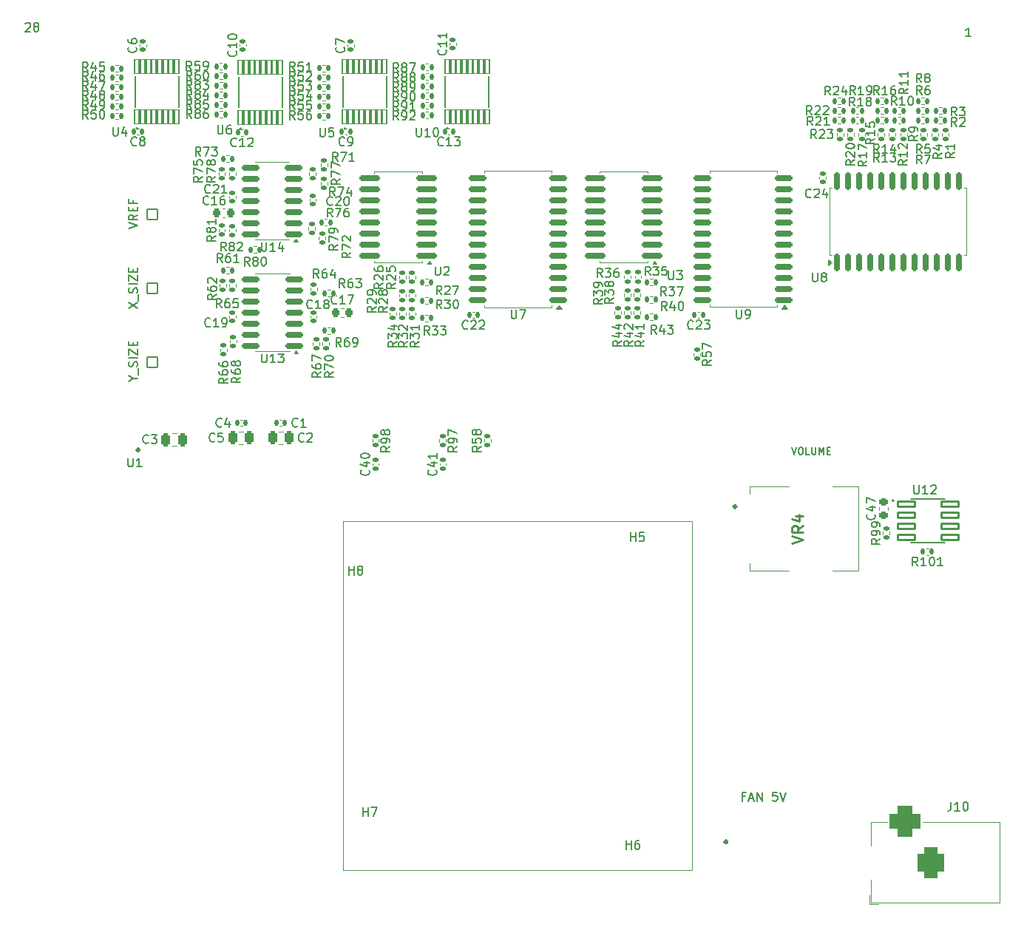
<source format=gbr>
%TF.GenerationSoftware,KiCad,Pcbnew,9.0.2-rc1*%
%TF.CreationDate,2025-07-09T15:34:15-06:00*%
%TF.ProjectId,mister-vector,6d697374-6572-42d7-9665-63746f722e6b,rev?*%
%TF.SameCoordinates,Original*%
%TF.FileFunction,Legend,Top*%
%TF.FilePolarity,Positive*%
%FSLAX46Y46*%
G04 Gerber Fmt 4.6, Leading zero omitted, Abs format (unit mm)*
G04 Created by KiCad (PCBNEW 9.0.2-rc1) date 2025-07-09 15:34:15*
%MOMM*%
%LPD*%
G01*
G04 APERTURE LIST*
G04 Aperture macros list*
%AMRoundRect*
0 Rectangle with rounded corners*
0 $1 Rounding radius*
0 $2 $3 $4 $5 $6 $7 $8 $9 X,Y pos of 4 corners*
0 Add a 4 corners polygon primitive as box body*
4,1,4,$2,$3,$4,$5,$6,$7,$8,$9,$2,$3,0*
0 Add four circle primitives for the rounded corners*
1,1,$1+$1,$2,$3*
1,1,$1+$1,$4,$5*
1,1,$1+$1,$6,$7*
1,1,$1+$1,$8,$9*
0 Add four rect primitives between the rounded corners*
20,1,$1+$1,$2,$3,$4,$5,0*
20,1,$1+$1,$4,$5,$6,$7,0*
20,1,$1+$1,$6,$7,$8,$9,0*
20,1,$1+$1,$8,$9,$2,$3,0*%
G04 Aperture macros list end*
%ADD10C,0.120000*%
%ADD11C,0.150000*%
%ADD12C,0.254000*%
%ADD13C,0.100000*%
%ADD14C,0.300000*%
%ADD15C,0.200000*%
%ADD16C,0.127000*%
%ADD17C,0.203200*%
%ADD18C,0.000000*%
%ADD19RoundRect,0.140000X0.170000X-0.140000X0.170000X0.140000X-0.170000X0.140000X-0.170000X-0.140000X0*%
%ADD20C,1.800000*%
%ADD21C,4.460000*%
%ADD22RoundRect,0.150000X0.150000X-0.875000X0.150000X0.875000X-0.150000X0.875000X-0.150000X-0.875000X0*%
%ADD23RoundRect,0.150000X0.825000X0.150000X-0.825000X0.150000X-0.825000X-0.150000X0.825000X-0.150000X0*%
%ADD24RoundRect,0.135000X0.185000X-0.135000X0.185000X0.135000X-0.185000X0.135000X-0.185000X-0.135000X0*%
%ADD25RoundRect,0.135000X-0.185000X0.135000X-0.185000X-0.135000X0.185000X-0.135000X0.185000X0.135000X0*%
%ADD26C,0.800000*%
%ADD27C,6.000000*%
%ADD28RoundRect,0.135000X0.135000X0.185000X-0.135000X0.185000X-0.135000X-0.185000X0.135000X-0.185000X0*%
%ADD29RoundRect,0.135000X-0.135000X-0.185000X0.135000X-0.185000X0.135000X0.185000X-0.135000X0.185000X0*%
%ADD30RoundRect,0.140000X0.140000X0.170000X-0.140000X0.170000X-0.140000X-0.170000X0.140000X-0.170000X0*%
%ADD31RoundRect,0.875000X0.875000X0.875000X-0.875000X0.875000X-0.875000X-0.875000X0.875000X-0.875000X0*%
%ADD32RoundRect,0.750000X0.750000X1.000000X-0.750000X1.000000X-0.750000X-1.000000X0.750000X-1.000000X0*%
%ADD33R,3.500000X3.500000*%
%ADD34C,3.000000*%
%ADD35RoundRect,0.225000X0.250000X-0.225000X0.250000X0.225000X-0.250000X0.225000X-0.250000X-0.225000X0*%
%ADD36RoundRect,0.076750X0.230250X-0.810250X0.230250X0.810250X-0.230250X0.810250X-0.230250X-0.810250X0*%
%ADD37C,1.700000*%
%ADD38R,1.700000X1.700000*%
%ADD39O,1.524000X2.844800*%
%ADD40RoundRect,0.150000X1.050000X0.150000X-1.050000X0.150000X-1.050000X-0.150000X1.050000X-0.150000X0*%
%ADD41RoundRect,0.150000X0.875000X0.150000X-0.875000X0.150000X-0.875000X-0.150000X0.875000X-0.150000X0*%
%ADD42RoundRect,0.140000X-0.170000X0.140000X-0.170000X-0.140000X0.170000X-0.140000X0.170000X0.140000X0*%
%ADD43RoundRect,0.250000X-0.250000X-0.475000X0.250000X-0.475000X0.250000X0.475000X-0.250000X0.475000X0*%
%ADD44C,1.426000*%
%ADD45RoundRect,0.102000X-0.611000X-0.611000X0.611000X-0.611000X0.611000X0.611000X-0.611000X0.611000X0*%
%ADD46RoundRect,0.250000X0.250000X0.475000X-0.250000X0.475000X-0.250000X-0.475000X0.250000X-0.475000X0*%
%ADD47RoundRect,0.225000X0.225000X0.250000X-0.225000X0.250000X-0.225000X-0.250000X0.225000X-0.250000X0*%
%ADD48RoundRect,0.225000X-0.225000X-0.250000X0.225000X-0.250000X0.225000X0.250000X-0.225000X0.250000X0*%
%ADD49RoundRect,0.100500X-0.986500X-0.301500X0.986500X-0.301500X0.986500X0.301500X-0.986500X0.301500X0*%
%ADD50R,2.350000X8.000000*%
%ADD51O,1.700000X1.700000*%
G04 APERTURE END LIST*
D10*
X87256000Y-146386000D02*
X87256000Y-106386000D01*
X127256000Y-106386000D02*
X127256000Y-146386000D01*
X87256000Y-146386000D02*
X127256000Y-146386000D01*
X87256000Y-106386000D02*
X127256000Y-106386000D01*
D11*
X133320261Y-137917009D02*
X132986928Y-137917009D01*
X132986928Y-138440819D02*
X132986928Y-137440819D01*
X132986928Y-137440819D02*
X133463118Y-137440819D01*
X133796452Y-138155104D02*
X134272642Y-138155104D01*
X133701214Y-138440819D02*
X134034547Y-137440819D01*
X134034547Y-137440819D02*
X134367880Y-138440819D01*
X134701214Y-138440819D02*
X134701214Y-137440819D01*
X134701214Y-137440819D02*
X135272642Y-138440819D01*
X135272642Y-138440819D02*
X135272642Y-137440819D01*
X136986928Y-137440819D02*
X136510738Y-137440819D01*
X136510738Y-137440819D02*
X136463119Y-137917009D01*
X136463119Y-137917009D02*
X136510738Y-137869390D01*
X136510738Y-137869390D02*
X136605976Y-137821771D01*
X136605976Y-137821771D02*
X136844071Y-137821771D01*
X136844071Y-137821771D02*
X136939309Y-137869390D01*
X136939309Y-137869390D02*
X136986928Y-137917009D01*
X136986928Y-137917009D02*
X137034547Y-138012247D01*
X137034547Y-138012247D02*
X137034547Y-138250342D01*
X137034547Y-138250342D02*
X136986928Y-138345580D01*
X136986928Y-138345580D02*
X136939309Y-138393200D01*
X136939309Y-138393200D02*
X136844071Y-138440819D01*
X136844071Y-138440819D02*
X136605976Y-138440819D01*
X136605976Y-138440819D02*
X136510738Y-138393200D01*
X136510738Y-138393200D02*
X136463119Y-138345580D01*
X137320262Y-137440819D02*
X137653595Y-138440819D01*
X137653595Y-138440819D02*
X137986928Y-137440819D01*
X138682874Y-97948295D02*
X138949541Y-98748295D01*
X138949541Y-98748295D02*
X139216207Y-97948295D01*
X139635255Y-97948295D02*
X139787636Y-97948295D01*
X139787636Y-97948295D02*
X139863826Y-97986390D01*
X139863826Y-97986390D02*
X139940017Y-98062580D01*
X139940017Y-98062580D02*
X139978112Y-98214961D01*
X139978112Y-98214961D02*
X139978112Y-98481628D01*
X139978112Y-98481628D02*
X139940017Y-98634009D01*
X139940017Y-98634009D02*
X139863826Y-98710200D01*
X139863826Y-98710200D02*
X139787636Y-98748295D01*
X139787636Y-98748295D02*
X139635255Y-98748295D01*
X139635255Y-98748295D02*
X139559064Y-98710200D01*
X139559064Y-98710200D02*
X139482874Y-98634009D01*
X139482874Y-98634009D02*
X139444778Y-98481628D01*
X139444778Y-98481628D02*
X139444778Y-98214961D01*
X139444778Y-98214961D02*
X139482874Y-98062580D01*
X139482874Y-98062580D02*
X139559064Y-97986390D01*
X139559064Y-97986390D02*
X139635255Y-97948295D01*
X140701921Y-98748295D02*
X140320969Y-98748295D01*
X140320969Y-98748295D02*
X140320969Y-97948295D01*
X140968588Y-97948295D02*
X140968588Y-98595914D01*
X140968588Y-98595914D02*
X141006683Y-98672104D01*
X141006683Y-98672104D02*
X141044778Y-98710200D01*
X141044778Y-98710200D02*
X141120969Y-98748295D01*
X141120969Y-98748295D02*
X141273350Y-98748295D01*
X141273350Y-98748295D02*
X141349540Y-98710200D01*
X141349540Y-98710200D02*
X141387635Y-98672104D01*
X141387635Y-98672104D02*
X141425731Y-98595914D01*
X141425731Y-98595914D02*
X141425731Y-97948295D01*
X141806683Y-98748295D02*
X141806683Y-97948295D01*
X141806683Y-97948295D02*
X142073349Y-98519723D01*
X142073349Y-98519723D02*
X142340016Y-97948295D01*
X142340016Y-97948295D02*
X142340016Y-98748295D01*
X142720969Y-98329247D02*
X142987635Y-98329247D01*
X143101921Y-98748295D02*
X142720969Y-98748295D01*
X142720969Y-98748295D02*
X142720969Y-97948295D01*
X142720969Y-97948295D02*
X143101921Y-97948295D01*
X83765142Y-81945580D02*
X83717523Y-81993200D01*
X83717523Y-81993200D02*
X83574666Y-82040819D01*
X83574666Y-82040819D02*
X83479428Y-82040819D01*
X83479428Y-82040819D02*
X83336571Y-81993200D01*
X83336571Y-81993200D02*
X83241333Y-81897961D01*
X83241333Y-81897961D02*
X83193714Y-81802723D01*
X83193714Y-81802723D02*
X83146095Y-81612247D01*
X83146095Y-81612247D02*
X83146095Y-81469390D01*
X83146095Y-81469390D02*
X83193714Y-81278914D01*
X83193714Y-81278914D02*
X83241333Y-81183676D01*
X83241333Y-81183676D02*
X83336571Y-81088438D01*
X83336571Y-81088438D02*
X83479428Y-81040819D01*
X83479428Y-81040819D02*
X83574666Y-81040819D01*
X83574666Y-81040819D02*
X83717523Y-81088438D01*
X83717523Y-81088438D02*
X83765142Y-81136057D01*
X84717523Y-82040819D02*
X84146095Y-82040819D01*
X84431809Y-82040819D02*
X84431809Y-81040819D01*
X84431809Y-81040819D02*
X84336571Y-81183676D01*
X84336571Y-81183676D02*
X84241333Y-81278914D01*
X84241333Y-81278914D02*
X84146095Y-81326533D01*
X85288952Y-81469390D02*
X85193714Y-81421771D01*
X85193714Y-81421771D02*
X85146095Y-81374152D01*
X85146095Y-81374152D02*
X85098476Y-81278914D01*
X85098476Y-81278914D02*
X85098476Y-81231295D01*
X85098476Y-81231295D02*
X85146095Y-81136057D01*
X85146095Y-81136057D02*
X85193714Y-81088438D01*
X85193714Y-81088438D02*
X85288952Y-81040819D01*
X85288952Y-81040819D02*
X85479428Y-81040819D01*
X85479428Y-81040819D02*
X85574666Y-81088438D01*
X85574666Y-81088438D02*
X85622285Y-81136057D01*
X85622285Y-81136057D02*
X85669904Y-81231295D01*
X85669904Y-81231295D02*
X85669904Y-81278914D01*
X85669904Y-81278914D02*
X85622285Y-81374152D01*
X85622285Y-81374152D02*
X85574666Y-81421771D01*
X85574666Y-81421771D02*
X85479428Y-81469390D01*
X85479428Y-81469390D02*
X85288952Y-81469390D01*
X85288952Y-81469390D02*
X85193714Y-81517009D01*
X85193714Y-81517009D02*
X85146095Y-81564628D01*
X85146095Y-81564628D02*
X85098476Y-81659866D01*
X85098476Y-81659866D02*
X85098476Y-81850342D01*
X85098476Y-81850342D02*
X85146095Y-81945580D01*
X85146095Y-81945580D02*
X85193714Y-81993200D01*
X85193714Y-81993200D02*
X85288952Y-82040819D01*
X85288952Y-82040819D02*
X85479428Y-82040819D01*
X85479428Y-82040819D02*
X85574666Y-81993200D01*
X85574666Y-81993200D02*
X85622285Y-81945580D01*
X85622285Y-81945580D02*
X85669904Y-81850342D01*
X85669904Y-81850342D02*
X85669904Y-81659866D01*
X85669904Y-81659866D02*
X85622285Y-81564628D01*
X85622285Y-81564628D02*
X85574666Y-81517009D01*
X85574666Y-81517009D02*
X85479428Y-81469390D01*
D12*
X138712318Y-108894094D02*
X139982318Y-108470761D01*
X139982318Y-108470761D02*
X138712318Y-108047427D01*
X139982318Y-106898380D02*
X139377556Y-107321714D01*
X139982318Y-107624095D02*
X138712318Y-107624095D01*
X138712318Y-107624095D02*
X138712318Y-107140285D01*
X138712318Y-107140285D02*
X138772794Y-107019333D01*
X138772794Y-107019333D02*
X138833270Y-106958856D01*
X138833270Y-106958856D02*
X138954222Y-106898380D01*
X138954222Y-106898380D02*
X139135651Y-106898380D01*
X139135651Y-106898380D02*
X139256603Y-106958856D01*
X139256603Y-106958856D02*
X139317080Y-107019333D01*
X139317080Y-107019333D02*
X139377556Y-107140285D01*
X139377556Y-107140285D02*
X139377556Y-107624095D01*
X139135651Y-105809809D02*
X139982318Y-105809809D01*
X138651842Y-106112190D02*
X139558984Y-106414571D01*
X139558984Y-106414571D02*
X139558984Y-105628380D01*
D11*
X141046095Y-77940819D02*
X141046095Y-78750342D01*
X141046095Y-78750342D02*
X141093714Y-78845580D01*
X141093714Y-78845580D02*
X141141333Y-78893200D01*
X141141333Y-78893200D02*
X141236571Y-78940819D01*
X141236571Y-78940819D02*
X141427047Y-78940819D01*
X141427047Y-78940819D02*
X141522285Y-78893200D01*
X141522285Y-78893200D02*
X141569904Y-78845580D01*
X141569904Y-78845580D02*
X141617523Y-78750342D01*
X141617523Y-78750342D02*
X141617523Y-77940819D01*
X142236571Y-78369390D02*
X142141333Y-78321771D01*
X142141333Y-78321771D02*
X142093714Y-78274152D01*
X142093714Y-78274152D02*
X142046095Y-78178914D01*
X142046095Y-78178914D02*
X142046095Y-78131295D01*
X142046095Y-78131295D02*
X142093714Y-78036057D01*
X142093714Y-78036057D02*
X142141333Y-77988438D01*
X142141333Y-77988438D02*
X142236571Y-77940819D01*
X142236571Y-77940819D02*
X142427047Y-77940819D01*
X142427047Y-77940819D02*
X142522285Y-77988438D01*
X142522285Y-77988438D02*
X142569904Y-78036057D01*
X142569904Y-78036057D02*
X142617523Y-78131295D01*
X142617523Y-78131295D02*
X142617523Y-78178914D01*
X142617523Y-78178914D02*
X142569904Y-78274152D01*
X142569904Y-78274152D02*
X142522285Y-78321771D01*
X142522285Y-78321771D02*
X142427047Y-78369390D01*
X142427047Y-78369390D02*
X142236571Y-78369390D01*
X142236571Y-78369390D02*
X142141333Y-78417009D01*
X142141333Y-78417009D02*
X142093714Y-78464628D01*
X142093714Y-78464628D02*
X142046095Y-78559866D01*
X142046095Y-78559866D02*
X142046095Y-78750342D01*
X142046095Y-78750342D02*
X142093714Y-78845580D01*
X142093714Y-78845580D02*
X142141333Y-78893200D01*
X142141333Y-78893200D02*
X142236571Y-78940819D01*
X142236571Y-78940819D02*
X142427047Y-78940819D01*
X142427047Y-78940819D02*
X142522285Y-78893200D01*
X142522285Y-78893200D02*
X142569904Y-78845580D01*
X142569904Y-78845580D02*
X142617523Y-78750342D01*
X142617523Y-78750342D02*
X142617523Y-78559866D01*
X142617523Y-78559866D02*
X142569904Y-78464628D01*
X142569904Y-78464628D02*
X142522285Y-78417009D01*
X142522285Y-78417009D02*
X142427047Y-78369390D01*
X77934905Y-74450819D02*
X77934905Y-75260342D01*
X77934905Y-75260342D02*
X77982524Y-75355580D01*
X77982524Y-75355580D02*
X78030143Y-75403200D01*
X78030143Y-75403200D02*
X78125381Y-75450819D01*
X78125381Y-75450819D02*
X78315857Y-75450819D01*
X78315857Y-75450819D02*
X78411095Y-75403200D01*
X78411095Y-75403200D02*
X78458714Y-75355580D01*
X78458714Y-75355580D02*
X78506333Y-75260342D01*
X78506333Y-75260342D02*
X78506333Y-74450819D01*
X79506333Y-75450819D02*
X78934905Y-75450819D01*
X79220619Y-75450819D02*
X79220619Y-74450819D01*
X79220619Y-74450819D02*
X79125381Y-74593676D01*
X79125381Y-74593676D02*
X79030143Y-74688914D01*
X79030143Y-74688914D02*
X78934905Y-74736533D01*
X80363476Y-74784152D02*
X80363476Y-75450819D01*
X80125381Y-74403200D02*
X79887286Y-75117485D01*
X79887286Y-75117485D02*
X80506333Y-75117485D01*
X72662819Y-66928857D02*
X72186628Y-67262190D01*
X72662819Y-67500285D02*
X71662819Y-67500285D01*
X71662819Y-67500285D02*
X71662819Y-67119333D01*
X71662819Y-67119333D02*
X71710438Y-67024095D01*
X71710438Y-67024095D02*
X71758057Y-66976476D01*
X71758057Y-66976476D02*
X71853295Y-66928857D01*
X71853295Y-66928857D02*
X71996152Y-66928857D01*
X71996152Y-66928857D02*
X72091390Y-66976476D01*
X72091390Y-66976476D02*
X72139009Y-67024095D01*
X72139009Y-67024095D02*
X72186628Y-67119333D01*
X72186628Y-67119333D02*
X72186628Y-67500285D01*
X71662819Y-66595523D02*
X71662819Y-65928857D01*
X71662819Y-65928857D02*
X72662819Y-66357428D01*
X72091390Y-65405047D02*
X72043771Y-65500285D01*
X72043771Y-65500285D02*
X71996152Y-65547904D01*
X71996152Y-65547904D02*
X71900914Y-65595523D01*
X71900914Y-65595523D02*
X71853295Y-65595523D01*
X71853295Y-65595523D02*
X71758057Y-65547904D01*
X71758057Y-65547904D02*
X71710438Y-65500285D01*
X71710438Y-65500285D02*
X71662819Y-65405047D01*
X71662819Y-65405047D02*
X71662819Y-65214571D01*
X71662819Y-65214571D02*
X71710438Y-65119333D01*
X71710438Y-65119333D02*
X71758057Y-65071714D01*
X71758057Y-65071714D02*
X71853295Y-65024095D01*
X71853295Y-65024095D02*
X71900914Y-65024095D01*
X71900914Y-65024095D02*
X71996152Y-65071714D01*
X71996152Y-65071714D02*
X72043771Y-65119333D01*
X72043771Y-65119333D02*
X72091390Y-65214571D01*
X72091390Y-65214571D02*
X72091390Y-65405047D01*
X72091390Y-65405047D02*
X72139009Y-65500285D01*
X72139009Y-65500285D02*
X72186628Y-65547904D01*
X72186628Y-65547904D02*
X72281866Y-65595523D01*
X72281866Y-65595523D02*
X72472342Y-65595523D01*
X72472342Y-65595523D02*
X72567580Y-65547904D01*
X72567580Y-65547904D02*
X72615200Y-65500285D01*
X72615200Y-65500285D02*
X72662819Y-65405047D01*
X72662819Y-65405047D02*
X72662819Y-65214571D01*
X72662819Y-65214571D02*
X72615200Y-65119333D01*
X72615200Y-65119333D02*
X72567580Y-65071714D01*
X72567580Y-65071714D02*
X72472342Y-65024095D01*
X72472342Y-65024095D02*
X72281866Y-65024095D01*
X72281866Y-65024095D02*
X72186628Y-65071714D01*
X72186628Y-65071714D02*
X72139009Y-65119333D01*
X72139009Y-65119333D02*
X72091390Y-65214571D01*
X99037580Y-52384857D02*
X99085200Y-52432476D01*
X99085200Y-52432476D02*
X99132819Y-52575333D01*
X99132819Y-52575333D02*
X99132819Y-52670571D01*
X99132819Y-52670571D02*
X99085200Y-52813428D01*
X99085200Y-52813428D02*
X98989961Y-52908666D01*
X98989961Y-52908666D02*
X98894723Y-52956285D01*
X98894723Y-52956285D02*
X98704247Y-53003904D01*
X98704247Y-53003904D02*
X98561390Y-53003904D01*
X98561390Y-53003904D02*
X98370914Y-52956285D01*
X98370914Y-52956285D02*
X98275676Y-52908666D01*
X98275676Y-52908666D02*
X98180438Y-52813428D01*
X98180438Y-52813428D02*
X98132819Y-52670571D01*
X98132819Y-52670571D02*
X98132819Y-52575333D01*
X98132819Y-52575333D02*
X98180438Y-52432476D01*
X98180438Y-52432476D02*
X98228057Y-52384857D01*
X99132819Y-51432476D02*
X99132819Y-52003904D01*
X99132819Y-51718190D02*
X98132819Y-51718190D01*
X98132819Y-51718190D02*
X98275676Y-51813428D01*
X98275676Y-51813428D02*
X98370914Y-51908666D01*
X98370914Y-51908666D02*
X98418533Y-52003904D01*
X99132819Y-50480095D02*
X99132819Y-51051523D01*
X99132819Y-50765809D02*
X98132819Y-50765809D01*
X98132819Y-50765809D02*
X98275676Y-50861047D01*
X98275676Y-50861047D02*
X98370914Y-50956285D01*
X98370914Y-50956285D02*
X98418533Y-51051523D01*
X72682819Y-73708857D02*
X72206628Y-74042190D01*
X72682819Y-74280285D02*
X71682819Y-74280285D01*
X71682819Y-74280285D02*
X71682819Y-73899333D01*
X71682819Y-73899333D02*
X71730438Y-73804095D01*
X71730438Y-73804095D02*
X71778057Y-73756476D01*
X71778057Y-73756476D02*
X71873295Y-73708857D01*
X71873295Y-73708857D02*
X72016152Y-73708857D01*
X72016152Y-73708857D02*
X72111390Y-73756476D01*
X72111390Y-73756476D02*
X72159009Y-73804095D01*
X72159009Y-73804095D02*
X72206628Y-73899333D01*
X72206628Y-73899333D02*
X72206628Y-74280285D01*
X72111390Y-73137428D02*
X72063771Y-73232666D01*
X72063771Y-73232666D02*
X72016152Y-73280285D01*
X72016152Y-73280285D02*
X71920914Y-73327904D01*
X71920914Y-73327904D02*
X71873295Y-73327904D01*
X71873295Y-73327904D02*
X71778057Y-73280285D01*
X71778057Y-73280285D02*
X71730438Y-73232666D01*
X71730438Y-73232666D02*
X71682819Y-73137428D01*
X71682819Y-73137428D02*
X71682819Y-72946952D01*
X71682819Y-72946952D02*
X71730438Y-72851714D01*
X71730438Y-72851714D02*
X71778057Y-72804095D01*
X71778057Y-72804095D02*
X71873295Y-72756476D01*
X71873295Y-72756476D02*
X71920914Y-72756476D01*
X71920914Y-72756476D02*
X72016152Y-72804095D01*
X72016152Y-72804095D02*
X72063771Y-72851714D01*
X72063771Y-72851714D02*
X72111390Y-72946952D01*
X72111390Y-72946952D02*
X72111390Y-73137428D01*
X72111390Y-73137428D02*
X72159009Y-73232666D01*
X72159009Y-73232666D02*
X72206628Y-73280285D01*
X72206628Y-73280285D02*
X72301866Y-73327904D01*
X72301866Y-73327904D02*
X72492342Y-73327904D01*
X72492342Y-73327904D02*
X72587580Y-73280285D01*
X72587580Y-73280285D02*
X72635200Y-73232666D01*
X72635200Y-73232666D02*
X72682819Y-73137428D01*
X72682819Y-73137428D02*
X72682819Y-72946952D01*
X72682819Y-72946952D02*
X72635200Y-72851714D01*
X72635200Y-72851714D02*
X72587580Y-72804095D01*
X72587580Y-72804095D02*
X72492342Y-72756476D01*
X72492342Y-72756476D02*
X72301866Y-72756476D01*
X72301866Y-72756476D02*
X72206628Y-72804095D01*
X72206628Y-72804095D02*
X72159009Y-72851714D01*
X72159009Y-72851714D02*
X72111390Y-72946952D01*
X72682819Y-71804095D02*
X72682819Y-72375523D01*
X72682819Y-72089809D02*
X71682819Y-72089809D01*
X71682819Y-72089809D02*
X71825676Y-72185047D01*
X71825676Y-72185047D02*
X71920914Y-72280285D01*
X71920914Y-72280285D02*
X71968533Y-72375523D01*
X157262819Y-64152666D02*
X156786628Y-64485999D01*
X157262819Y-64724094D02*
X156262819Y-64724094D01*
X156262819Y-64724094D02*
X156262819Y-64343142D01*
X156262819Y-64343142D02*
X156310438Y-64247904D01*
X156310438Y-64247904D02*
X156358057Y-64200285D01*
X156358057Y-64200285D02*
X156453295Y-64152666D01*
X156453295Y-64152666D02*
X156596152Y-64152666D01*
X156596152Y-64152666D02*
X156691390Y-64200285D01*
X156691390Y-64200285D02*
X156739009Y-64247904D01*
X156739009Y-64247904D02*
X156786628Y-64343142D01*
X156786628Y-64343142D02*
X156786628Y-64724094D01*
X157262819Y-63200285D02*
X157262819Y-63771713D01*
X157262819Y-63485999D02*
X156262819Y-63485999D01*
X156262819Y-63485999D02*
X156405676Y-63581237D01*
X156405676Y-63581237D02*
X156500914Y-63676475D01*
X156500914Y-63676475D02*
X156548533Y-63771713D01*
X58068642Y-58099055D02*
X57735309Y-57622864D01*
X57497214Y-58099055D02*
X57497214Y-57099055D01*
X57497214Y-57099055D02*
X57878166Y-57099055D01*
X57878166Y-57099055D02*
X57973404Y-57146674D01*
X57973404Y-57146674D02*
X58021023Y-57194293D01*
X58021023Y-57194293D02*
X58068642Y-57289531D01*
X58068642Y-57289531D02*
X58068642Y-57432388D01*
X58068642Y-57432388D02*
X58021023Y-57527626D01*
X58021023Y-57527626D02*
X57973404Y-57575245D01*
X57973404Y-57575245D02*
X57878166Y-57622864D01*
X57878166Y-57622864D02*
X57497214Y-57622864D01*
X58925785Y-57432388D02*
X58925785Y-58099055D01*
X58687690Y-57051436D02*
X58449595Y-57765721D01*
X58449595Y-57765721D02*
X59068642Y-57765721D01*
X59592452Y-57527626D02*
X59497214Y-57480007D01*
X59497214Y-57480007D02*
X59449595Y-57432388D01*
X59449595Y-57432388D02*
X59401976Y-57337150D01*
X59401976Y-57337150D02*
X59401976Y-57289531D01*
X59401976Y-57289531D02*
X59449595Y-57194293D01*
X59449595Y-57194293D02*
X59497214Y-57146674D01*
X59497214Y-57146674D02*
X59592452Y-57099055D01*
X59592452Y-57099055D02*
X59782928Y-57099055D01*
X59782928Y-57099055D02*
X59878166Y-57146674D01*
X59878166Y-57146674D02*
X59925785Y-57194293D01*
X59925785Y-57194293D02*
X59973404Y-57289531D01*
X59973404Y-57289531D02*
X59973404Y-57337150D01*
X59973404Y-57337150D02*
X59925785Y-57432388D01*
X59925785Y-57432388D02*
X59878166Y-57480007D01*
X59878166Y-57480007D02*
X59782928Y-57527626D01*
X59782928Y-57527626D02*
X59592452Y-57527626D01*
X59592452Y-57527626D02*
X59497214Y-57575245D01*
X59497214Y-57575245D02*
X59449595Y-57622864D01*
X59449595Y-57622864D02*
X59401976Y-57718102D01*
X59401976Y-57718102D02*
X59401976Y-57908578D01*
X59401976Y-57908578D02*
X59449595Y-58003816D01*
X59449595Y-58003816D02*
X59497214Y-58051436D01*
X59497214Y-58051436D02*
X59592452Y-58099055D01*
X59592452Y-58099055D02*
X59782928Y-58099055D01*
X59782928Y-58099055D02*
X59878166Y-58051436D01*
X59878166Y-58051436D02*
X59925785Y-58003816D01*
X59925785Y-58003816D02*
X59973404Y-57908578D01*
X59973404Y-57908578D02*
X59973404Y-57718102D01*
X59973404Y-57718102D02*
X59925785Y-57622864D01*
X59925785Y-57622864D02*
X59878166Y-57575245D01*
X59878166Y-57575245D02*
X59782928Y-57527626D01*
X87465142Y-79640819D02*
X87131809Y-79164628D01*
X86893714Y-79640819D02*
X86893714Y-78640819D01*
X86893714Y-78640819D02*
X87274666Y-78640819D01*
X87274666Y-78640819D02*
X87369904Y-78688438D01*
X87369904Y-78688438D02*
X87417523Y-78736057D01*
X87417523Y-78736057D02*
X87465142Y-78831295D01*
X87465142Y-78831295D02*
X87465142Y-78974152D01*
X87465142Y-78974152D02*
X87417523Y-79069390D01*
X87417523Y-79069390D02*
X87369904Y-79117009D01*
X87369904Y-79117009D02*
X87274666Y-79164628D01*
X87274666Y-79164628D02*
X86893714Y-79164628D01*
X88322285Y-78640819D02*
X88131809Y-78640819D01*
X88131809Y-78640819D02*
X88036571Y-78688438D01*
X88036571Y-78688438D02*
X87988952Y-78736057D01*
X87988952Y-78736057D02*
X87893714Y-78878914D01*
X87893714Y-78878914D02*
X87846095Y-79069390D01*
X87846095Y-79069390D02*
X87846095Y-79450342D01*
X87846095Y-79450342D02*
X87893714Y-79545580D01*
X87893714Y-79545580D02*
X87941333Y-79593200D01*
X87941333Y-79593200D02*
X88036571Y-79640819D01*
X88036571Y-79640819D02*
X88227047Y-79640819D01*
X88227047Y-79640819D02*
X88322285Y-79593200D01*
X88322285Y-79593200D02*
X88369904Y-79545580D01*
X88369904Y-79545580D02*
X88417523Y-79450342D01*
X88417523Y-79450342D02*
X88417523Y-79212247D01*
X88417523Y-79212247D02*
X88369904Y-79117009D01*
X88369904Y-79117009D02*
X88322285Y-79069390D01*
X88322285Y-79069390D02*
X88227047Y-79021771D01*
X88227047Y-79021771D02*
X88036571Y-79021771D01*
X88036571Y-79021771D02*
X87941333Y-79069390D01*
X87941333Y-79069390D02*
X87893714Y-79117009D01*
X87893714Y-79117009D02*
X87846095Y-79212247D01*
X88750857Y-78640819D02*
X89369904Y-78640819D01*
X89369904Y-78640819D02*
X89036571Y-79021771D01*
X89036571Y-79021771D02*
X89179428Y-79021771D01*
X89179428Y-79021771D02*
X89274666Y-79069390D01*
X89274666Y-79069390D02*
X89322285Y-79117009D01*
X89322285Y-79117009D02*
X89369904Y-79212247D01*
X89369904Y-79212247D02*
X89369904Y-79450342D01*
X89369904Y-79450342D02*
X89322285Y-79545580D01*
X89322285Y-79545580D02*
X89274666Y-79593200D01*
X89274666Y-79593200D02*
X89179428Y-79640819D01*
X89179428Y-79640819D02*
X88893714Y-79640819D01*
X88893714Y-79640819D02*
X88798476Y-79593200D01*
X88798476Y-79593200D02*
X88750857Y-79545580D01*
X69960142Y-55840819D02*
X69626809Y-55364628D01*
X69388714Y-55840819D02*
X69388714Y-54840819D01*
X69388714Y-54840819D02*
X69769666Y-54840819D01*
X69769666Y-54840819D02*
X69864904Y-54888438D01*
X69864904Y-54888438D02*
X69912523Y-54936057D01*
X69912523Y-54936057D02*
X69960142Y-55031295D01*
X69960142Y-55031295D02*
X69960142Y-55174152D01*
X69960142Y-55174152D02*
X69912523Y-55269390D01*
X69912523Y-55269390D02*
X69864904Y-55317009D01*
X69864904Y-55317009D02*
X69769666Y-55364628D01*
X69769666Y-55364628D02*
X69388714Y-55364628D01*
X70817285Y-54840819D02*
X70626809Y-54840819D01*
X70626809Y-54840819D02*
X70531571Y-54888438D01*
X70531571Y-54888438D02*
X70483952Y-54936057D01*
X70483952Y-54936057D02*
X70388714Y-55078914D01*
X70388714Y-55078914D02*
X70341095Y-55269390D01*
X70341095Y-55269390D02*
X70341095Y-55650342D01*
X70341095Y-55650342D02*
X70388714Y-55745580D01*
X70388714Y-55745580D02*
X70436333Y-55793200D01*
X70436333Y-55793200D02*
X70531571Y-55840819D01*
X70531571Y-55840819D02*
X70722047Y-55840819D01*
X70722047Y-55840819D02*
X70817285Y-55793200D01*
X70817285Y-55793200D02*
X70864904Y-55745580D01*
X70864904Y-55745580D02*
X70912523Y-55650342D01*
X70912523Y-55650342D02*
X70912523Y-55412247D01*
X70912523Y-55412247D02*
X70864904Y-55317009D01*
X70864904Y-55317009D02*
X70817285Y-55269390D01*
X70817285Y-55269390D02*
X70722047Y-55221771D01*
X70722047Y-55221771D02*
X70531571Y-55221771D01*
X70531571Y-55221771D02*
X70436333Y-55269390D01*
X70436333Y-55269390D02*
X70388714Y-55317009D01*
X70388714Y-55317009D02*
X70341095Y-55412247D01*
X71531571Y-54840819D02*
X71626809Y-54840819D01*
X71626809Y-54840819D02*
X71722047Y-54888438D01*
X71722047Y-54888438D02*
X71769666Y-54936057D01*
X71769666Y-54936057D02*
X71817285Y-55031295D01*
X71817285Y-55031295D02*
X71864904Y-55221771D01*
X71864904Y-55221771D02*
X71864904Y-55459866D01*
X71864904Y-55459866D02*
X71817285Y-55650342D01*
X71817285Y-55650342D02*
X71769666Y-55745580D01*
X71769666Y-55745580D02*
X71722047Y-55793200D01*
X71722047Y-55793200D02*
X71626809Y-55840819D01*
X71626809Y-55840819D02*
X71531571Y-55840819D01*
X71531571Y-55840819D02*
X71436333Y-55793200D01*
X71436333Y-55793200D02*
X71388714Y-55745580D01*
X71388714Y-55745580D02*
X71341095Y-55650342D01*
X71341095Y-55650342D02*
X71293476Y-55459866D01*
X71293476Y-55459866D02*
X71293476Y-55221771D01*
X71293476Y-55221771D02*
X71341095Y-55031295D01*
X71341095Y-55031295D02*
X71388714Y-54936057D01*
X71388714Y-54936057D02*
X71436333Y-54888438D01*
X71436333Y-54888438D02*
X71531571Y-54840819D01*
X73865142Y-75440819D02*
X73531809Y-74964628D01*
X73293714Y-75440819D02*
X73293714Y-74440819D01*
X73293714Y-74440819D02*
X73674666Y-74440819D01*
X73674666Y-74440819D02*
X73769904Y-74488438D01*
X73769904Y-74488438D02*
X73817523Y-74536057D01*
X73817523Y-74536057D02*
X73865142Y-74631295D01*
X73865142Y-74631295D02*
X73865142Y-74774152D01*
X73865142Y-74774152D02*
X73817523Y-74869390D01*
X73817523Y-74869390D02*
X73769904Y-74917009D01*
X73769904Y-74917009D02*
X73674666Y-74964628D01*
X73674666Y-74964628D02*
X73293714Y-74964628D01*
X74436571Y-74869390D02*
X74341333Y-74821771D01*
X74341333Y-74821771D02*
X74293714Y-74774152D01*
X74293714Y-74774152D02*
X74246095Y-74678914D01*
X74246095Y-74678914D02*
X74246095Y-74631295D01*
X74246095Y-74631295D02*
X74293714Y-74536057D01*
X74293714Y-74536057D02*
X74341333Y-74488438D01*
X74341333Y-74488438D02*
X74436571Y-74440819D01*
X74436571Y-74440819D02*
X74627047Y-74440819D01*
X74627047Y-74440819D02*
X74722285Y-74488438D01*
X74722285Y-74488438D02*
X74769904Y-74536057D01*
X74769904Y-74536057D02*
X74817523Y-74631295D01*
X74817523Y-74631295D02*
X74817523Y-74678914D01*
X74817523Y-74678914D02*
X74769904Y-74774152D01*
X74769904Y-74774152D02*
X74722285Y-74821771D01*
X74722285Y-74821771D02*
X74627047Y-74869390D01*
X74627047Y-74869390D02*
X74436571Y-74869390D01*
X74436571Y-74869390D02*
X74341333Y-74917009D01*
X74341333Y-74917009D02*
X74293714Y-74964628D01*
X74293714Y-74964628D02*
X74246095Y-75059866D01*
X74246095Y-75059866D02*
X74246095Y-75250342D01*
X74246095Y-75250342D02*
X74293714Y-75345580D01*
X74293714Y-75345580D02*
X74341333Y-75393200D01*
X74341333Y-75393200D02*
X74436571Y-75440819D01*
X74436571Y-75440819D02*
X74627047Y-75440819D01*
X74627047Y-75440819D02*
X74722285Y-75393200D01*
X74722285Y-75393200D02*
X74769904Y-75345580D01*
X74769904Y-75345580D02*
X74817523Y-75250342D01*
X74817523Y-75250342D02*
X74817523Y-75059866D01*
X74817523Y-75059866D02*
X74769904Y-74964628D01*
X74769904Y-74964628D02*
X74722285Y-74917009D01*
X74722285Y-74917009D02*
X74627047Y-74869390D01*
X75198476Y-74536057D02*
X75246095Y-74488438D01*
X75246095Y-74488438D02*
X75341333Y-74440819D01*
X75341333Y-74440819D02*
X75579428Y-74440819D01*
X75579428Y-74440819D02*
X75674666Y-74488438D01*
X75674666Y-74488438D02*
X75722285Y-74536057D01*
X75722285Y-74536057D02*
X75769904Y-74631295D01*
X75769904Y-74631295D02*
X75769904Y-74726533D01*
X75769904Y-74726533D02*
X75722285Y-74869390D01*
X75722285Y-74869390D02*
X75150857Y-75440819D01*
X75150857Y-75440819D02*
X75769904Y-75440819D01*
X148665142Y-57540819D02*
X148331809Y-57064628D01*
X148093714Y-57540819D02*
X148093714Y-56540819D01*
X148093714Y-56540819D02*
X148474666Y-56540819D01*
X148474666Y-56540819D02*
X148569904Y-56588438D01*
X148569904Y-56588438D02*
X148617523Y-56636057D01*
X148617523Y-56636057D02*
X148665142Y-56731295D01*
X148665142Y-56731295D02*
X148665142Y-56874152D01*
X148665142Y-56874152D02*
X148617523Y-56969390D01*
X148617523Y-56969390D02*
X148569904Y-57017009D01*
X148569904Y-57017009D02*
X148474666Y-57064628D01*
X148474666Y-57064628D02*
X148093714Y-57064628D01*
X149617523Y-57540819D02*
X149046095Y-57540819D01*
X149331809Y-57540819D02*
X149331809Y-56540819D01*
X149331809Y-56540819D02*
X149236571Y-56683676D01*
X149236571Y-56683676D02*
X149141333Y-56778914D01*
X149141333Y-56778914D02*
X149046095Y-56826533D01*
X150474666Y-56540819D02*
X150284190Y-56540819D01*
X150284190Y-56540819D02*
X150188952Y-56588438D01*
X150188952Y-56588438D02*
X150141333Y-56636057D01*
X150141333Y-56636057D02*
X150046095Y-56778914D01*
X150046095Y-56778914D02*
X149998476Y-56969390D01*
X149998476Y-56969390D02*
X149998476Y-57350342D01*
X149998476Y-57350342D02*
X150046095Y-57445580D01*
X150046095Y-57445580D02*
X150093714Y-57493200D01*
X150093714Y-57493200D02*
X150188952Y-57540819D01*
X150188952Y-57540819D02*
X150379428Y-57540819D01*
X150379428Y-57540819D02*
X150474666Y-57493200D01*
X150474666Y-57493200D02*
X150522285Y-57445580D01*
X150522285Y-57445580D02*
X150569904Y-57350342D01*
X150569904Y-57350342D02*
X150569904Y-57112247D01*
X150569904Y-57112247D02*
X150522285Y-57017009D01*
X150522285Y-57017009D02*
X150474666Y-56969390D01*
X150474666Y-56969390D02*
X150379428Y-56921771D01*
X150379428Y-56921771D02*
X150188952Y-56921771D01*
X150188952Y-56921771D02*
X150093714Y-56969390D01*
X150093714Y-56969390D02*
X150046095Y-57017009D01*
X150046095Y-57017009D02*
X149998476Y-57112247D01*
X75065142Y-63405580D02*
X75017523Y-63453200D01*
X75017523Y-63453200D02*
X74874666Y-63500819D01*
X74874666Y-63500819D02*
X74779428Y-63500819D01*
X74779428Y-63500819D02*
X74636571Y-63453200D01*
X74636571Y-63453200D02*
X74541333Y-63357961D01*
X74541333Y-63357961D02*
X74493714Y-63262723D01*
X74493714Y-63262723D02*
X74446095Y-63072247D01*
X74446095Y-63072247D02*
X74446095Y-62929390D01*
X74446095Y-62929390D02*
X74493714Y-62738914D01*
X74493714Y-62738914D02*
X74541333Y-62643676D01*
X74541333Y-62643676D02*
X74636571Y-62548438D01*
X74636571Y-62548438D02*
X74779428Y-62500819D01*
X74779428Y-62500819D02*
X74874666Y-62500819D01*
X74874666Y-62500819D02*
X75017523Y-62548438D01*
X75017523Y-62548438D02*
X75065142Y-62596057D01*
X76017523Y-63500819D02*
X75446095Y-63500819D01*
X75731809Y-63500819D02*
X75731809Y-62500819D01*
X75731809Y-62500819D02*
X75636571Y-62643676D01*
X75636571Y-62643676D02*
X75541333Y-62738914D01*
X75541333Y-62738914D02*
X75446095Y-62786533D01*
X76398476Y-62596057D02*
X76446095Y-62548438D01*
X76446095Y-62548438D02*
X76541333Y-62500819D01*
X76541333Y-62500819D02*
X76779428Y-62500819D01*
X76779428Y-62500819D02*
X76874666Y-62548438D01*
X76874666Y-62548438D02*
X76922285Y-62596057D01*
X76922285Y-62596057D02*
X76969904Y-62691295D01*
X76969904Y-62691295D02*
X76969904Y-62786533D01*
X76969904Y-62786533D02*
X76922285Y-62929390D01*
X76922285Y-62929390D02*
X76350857Y-63500819D01*
X76350857Y-63500819D02*
X76969904Y-63500819D01*
X122465142Y-78240819D02*
X122131809Y-77764628D01*
X121893714Y-78240819D02*
X121893714Y-77240819D01*
X121893714Y-77240819D02*
X122274666Y-77240819D01*
X122274666Y-77240819D02*
X122369904Y-77288438D01*
X122369904Y-77288438D02*
X122417523Y-77336057D01*
X122417523Y-77336057D02*
X122465142Y-77431295D01*
X122465142Y-77431295D02*
X122465142Y-77574152D01*
X122465142Y-77574152D02*
X122417523Y-77669390D01*
X122417523Y-77669390D02*
X122369904Y-77717009D01*
X122369904Y-77717009D02*
X122274666Y-77764628D01*
X122274666Y-77764628D02*
X121893714Y-77764628D01*
X122798476Y-77240819D02*
X123417523Y-77240819D01*
X123417523Y-77240819D02*
X123084190Y-77621771D01*
X123084190Y-77621771D02*
X123227047Y-77621771D01*
X123227047Y-77621771D02*
X123322285Y-77669390D01*
X123322285Y-77669390D02*
X123369904Y-77717009D01*
X123369904Y-77717009D02*
X123417523Y-77812247D01*
X123417523Y-77812247D02*
X123417523Y-78050342D01*
X123417523Y-78050342D02*
X123369904Y-78145580D01*
X123369904Y-78145580D02*
X123322285Y-78193200D01*
X123322285Y-78193200D02*
X123227047Y-78240819D01*
X123227047Y-78240819D02*
X122941333Y-78240819D01*
X122941333Y-78240819D02*
X122846095Y-78193200D01*
X122846095Y-78193200D02*
X122798476Y-78145580D01*
X124322285Y-77240819D02*
X123846095Y-77240819D01*
X123846095Y-77240819D02*
X123798476Y-77717009D01*
X123798476Y-77717009D02*
X123846095Y-77669390D01*
X123846095Y-77669390D02*
X123941333Y-77621771D01*
X123941333Y-77621771D02*
X124179428Y-77621771D01*
X124179428Y-77621771D02*
X124274666Y-77669390D01*
X124274666Y-77669390D02*
X124322285Y-77717009D01*
X124322285Y-77717009D02*
X124369904Y-77812247D01*
X124369904Y-77812247D02*
X124369904Y-78050342D01*
X124369904Y-78050342D02*
X124322285Y-78145580D01*
X124322285Y-78145580D02*
X124274666Y-78193200D01*
X124274666Y-78193200D02*
X124179428Y-78240819D01*
X124179428Y-78240819D02*
X123941333Y-78240819D01*
X123941333Y-78240819D02*
X123846095Y-78193200D01*
X123846095Y-78193200D02*
X123798476Y-78145580D01*
X82081333Y-95507980D02*
X82033714Y-95555600D01*
X82033714Y-95555600D02*
X81890857Y-95603219D01*
X81890857Y-95603219D02*
X81795619Y-95603219D01*
X81795619Y-95603219D02*
X81652762Y-95555600D01*
X81652762Y-95555600D02*
X81557524Y-95460361D01*
X81557524Y-95460361D02*
X81509905Y-95365123D01*
X81509905Y-95365123D02*
X81462286Y-95174647D01*
X81462286Y-95174647D02*
X81462286Y-95031790D01*
X81462286Y-95031790D02*
X81509905Y-94841314D01*
X81509905Y-94841314D02*
X81557524Y-94746076D01*
X81557524Y-94746076D02*
X81652762Y-94650838D01*
X81652762Y-94650838D02*
X81795619Y-94603219D01*
X81795619Y-94603219D02*
X81890857Y-94603219D01*
X81890857Y-94603219D02*
X82033714Y-94650838D01*
X82033714Y-94650838D02*
X82081333Y-94698457D01*
X83033714Y-95603219D02*
X82462286Y-95603219D01*
X82748000Y-95603219D02*
X82748000Y-94603219D01*
X82748000Y-94603219D02*
X82652762Y-94746076D01*
X82652762Y-94746076D02*
X82557524Y-94841314D01*
X82557524Y-94841314D02*
X82462286Y-94888933D01*
X72762819Y-80428857D02*
X72286628Y-80762190D01*
X72762819Y-81000285D02*
X71762819Y-81000285D01*
X71762819Y-81000285D02*
X71762819Y-80619333D01*
X71762819Y-80619333D02*
X71810438Y-80524095D01*
X71810438Y-80524095D02*
X71858057Y-80476476D01*
X71858057Y-80476476D02*
X71953295Y-80428857D01*
X71953295Y-80428857D02*
X72096152Y-80428857D01*
X72096152Y-80428857D02*
X72191390Y-80476476D01*
X72191390Y-80476476D02*
X72239009Y-80524095D01*
X72239009Y-80524095D02*
X72286628Y-80619333D01*
X72286628Y-80619333D02*
X72286628Y-81000285D01*
X71762819Y-79571714D02*
X71762819Y-79762190D01*
X71762819Y-79762190D02*
X71810438Y-79857428D01*
X71810438Y-79857428D02*
X71858057Y-79905047D01*
X71858057Y-79905047D02*
X72000914Y-80000285D01*
X72000914Y-80000285D02*
X72191390Y-80047904D01*
X72191390Y-80047904D02*
X72572342Y-80047904D01*
X72572342Y-80047904D02*
X72667580Y-80000285D01*
X72667580Y-80000285D02*
X72715200Y-79952666D01*
X72715200Y-79952666D02*
X72762819Y-79857428D01*
X72762819Y-79857428D02*
X72762819Y-79666952D01*
X72762819Y-79666952D02*
X72715200Y-79571714D01*
X72715200Y-79571714D02*
X72667580Y-79524095D01*
X72667580Y-79524095D02*
X72572342Y-79476476D01*
X72572342Y-79476476D02*
X72334247Y-79476476D01*
X72334247Y-79476476D02*
X72239009Y-79524095D01*
X72239009Y-79524095D02*
X72191390Y-79571714D01*
X72191390Y-79571714D02*
X72143771Y-79666952D01*
X72143771Y-79666952D02*
X72143771Y-79857428D01*
X72143771Y-79857428D02*
X72191390Y-79952666D01*
X72191390Y-79952666D02*
X72239009Y-80000285D01*
X72239009Y-80000285D02*
X72334247Y-80047904D01*
X71858057Y-79095523D02*
X71810438Y-79047904D01*
X71810438Y-79047904D02*
X71762819Y-78952666D01*
X71762819Y-78952666D02*
X71762819Y-78714571D01*
X71762819Y-78714571D02*
X71810438Y-78619333D01*
X71810438Y-78619333D02*
X71858057Y-78571714D01*
X71858057Y-78571714D02*
X71953295Y-78524095D01*
X71953295Y-78524095D02*
X72048533Y-78524095D01*
X72048533Y-78524095D02*
X72191390Y-78571714D01*
X72191390Y-78571714D02*
X72762819Y-79143142D01*
X72762819Y-79143142D02*
X72762819Y-78524095D01*
X73381333Y-95507980D02*
X73333714Y-95555600D01*
X73333714Y-95555600D02*
X73190857Y-95603219D01*
X73190857Y-95603219D02*
X73095619Y-95603219D01*
X73095619Y-95603219D02*
X72952762Y-95555600D01*
X72952762Y-95555600D02*
X72857524Y-95460361D01*
X72857524Y-95460361D02*
X72809905Y-95365123D01*
X72809905Y-95365123D02*
X72762286Y-95174647D01*
X72762286Y-95174647D02*
X72762286Y-95031790D01*
X72762286Y-95031790D02*
X72809905Y-94841314D01*
X72809905Y-94841314D02*
X72857524Y-94746076D01*
X72857524Y-94746076D02*
X72952762Y-94650838D01*
X72952762Y-94650838D02*
X73095619Y-94603219D01*
X73095619Y-94603219D02*
X73190857Y-94603219D01*
X73190857Y-94603219D02*
X73333714Y-94650838D01*
X73333714Y-94650838D02*
X73381333Y-94698457D01*
X74238476Y-94936552D02*
X74238476Y-95603219D01*
X74000381Y-94555600D02*
X73762286Y-95269885D01*
X73762286Y-95269885D02*
X74381333Y-95269885D01*
X81778642Y-54833320D02*
X81445309Y-54357129D01*
X81207214Y-54833320D02*
X81207214Y-53833320D01*
X81207214Y-53833320D02*
X81588166Y-53833320D01*
X81588166Y-53833320D02*
X81683404Y-53880939D01*
X81683404Y-53880939D02*
X81731023Y-53928558D01*
X81731023Y-53928558D02*
X81778642Y-54023796D01*
X81778642Y-54023796D02*
X81778642Y-54166653D01*
X81778642Y-54166653D02*
X81731023Y-54261891D01*
X81731023Y-54261891D02*
X81683404Y-54309510D01*
X81683404Y-54309510D02*
X81588166Y-54357129D01*
X81588166Y-54357129D02*
X81207214Y-54357129D01*
X82683404Y-53833320D02*
X82207214Y-53833320D01*
X82207214Y-53833320D02*
X82159595Y-54309510D01*
X82159595Y-54309510D02*
X82207214Y-54261891D01*
X82207214Y-54261891D02*
X82302452Y-54214272D01*
X82302452Y-54214272D02*
X82540547Y-54214272D01*
X82540547Y-54214272D02*
X82635785Y-54261891D01*
X82635785Y-54261891D02*
X82683404Y-54309510D01*
X82683404Y-54309510D02*
X82731023Y-54404748D01*
X82731023Y-54404748D02*
X82731023Y-54642843D01*
X82731023Y-54642843D02*
X82683404Y-54738081D01*
X82683404Y-54738081D02*
X82635785Y-54785701D01*
X82635785Y-54785701D02*
X82540547Y-54833320D01*
X82540547Y-54833320D02*
X82302452Y-54833320D01*
X82302452Y-54833320D02*
X82207214Y-54785701D01*
X82207214Y-54785701D02*
X82159595Y-54738081D01*
X83683404Y-54833320D02*
X83111976Y-54833320D01*
X83397690Y-54833320D02*
X83397690Y-53833320D01*
X83397690Y-53833320D02*
X83302452Y-53976177D01*
X83302452Y-53976177D02*
X83207214Y-54071415D01*
X83207214Y-54071415D02*
X83111976Y-54119034D01*
X157541333Y-61140819D02*
X157208000Y-60664628D01*
X156969905Y-61140819D02*
X156969905Y-60140819D01*
X156969905Y-60140819D02*
X157350857Y-60140819D01*
X157350857Y-60140819D02*
X157446095Y-60188438D01*
X157446095Y-60188438D02*
X157493714Y-60236057D01*
X157493714Y-60236057D02*
X157541333Y-60331295D01*
X157541333Y-60331295D02*
X157541333Y-60474152D01*
X157541333Y-60474152D02*
X157493714Y-60569390D01*
X157493714Y-60569390D02*
X157446095Y-60617009D01*
X157446095Y-60617009D02*
X157350857Y-60664628D01*
X157350857Y-60664628D02*
X156969905Y-60664628D01*
X157922286Y-60236057D02*
X157969905Y-60188438D01*
X157969905Y-60188438D02*
X158065143Y-60140819D01*
X158065143Y-60140819D02*
X158303238Y-60140819D01*
X158303238Y-60140819D02*
X158398476Y-60188438D01*
X158398476Y-60188438D02*
X158446095Y-60236057D01*
X158446095Y-60236057D02*
X158493714Y-60331295D01*
X158493714Y-60331295D02*
X158493714Y-60426533D01*
X158493714Y-60426533D02*
X158446095Y-60569390D01*
X158446095Y-60569390D02*
X157874667Y-61140819D01*
X157874667Y-61140819D02*
X158493714Y-61140819D01*
X58068642Y-59199055D02*
X57735309Y-58722864D01*
X57497214Y-59199055D02*
X57497214Y-58199055D01*
X57497214Y-58199055D02*
X57878166Y-58199055D01*
X57878166Y-58199055D02*
X57973404Y-58246674D01*
X57973404Y-58246674D02*
X58021023Y-58294293D01*
X58021023Y-58294293D02*
X58068642Y-58389531D01*
X58068642Y-58389531D02*
X58068642Y-58532388D01*
X58068642Y-58532388D02*
X58021023Y-58627626D01*
X58021023Y-58627626D02*
X57973404Y-58675245D01*
X57973404Y-58675245D02*
X57878166Y-58722864D01*
X57878166Y-58722864D02*
X57497214Y-58722864D01*
X58925785Y-58532388D02*
X58925785Y-59199055D01*
X58687690Y-58151436D02*
X58449595Y-58865721D01*
X58449595Y-58865721D02*
X59068642Y-58865721D01*
X59497214Y-59199055D02*
X59687690Y-59199055D01*
X59687690Y-59199055D02*
X59782928Y-59151436D01*
X59782928Y-59151436D02*
X59830547Y-59103816D01*
X59830547Y-59103816D02*
X59925785Y-58960959D01*
X59925785Y-58960959D02*
X59973404Y-58770483D01*
X59973404Y-58770483D02*
X59973404Y-58389531D01*
X59973404Y-58389531D02*
X59925785Y-58294293D01*
X59925785Y-58294293D02*
X59878166Y-58246674D01*
X59878166Y-58246674D02*
X59782928Y-58199055D01*
X59782928Y-58199055D02*
X59592452Y-58199055D01*
X59592452Y-58199055D02*
X59497214Y-58246674D01*
X59497214Y-58246674D02*
X59449595Y-58294293D01*
X59449595Y-58294293D02*
X59401976Y-58389531D01*
X59401976Y-58389531D02*
X59401976Y-58627626D01*
X59401976Y-58627626D02*
X59449595Y-58722864D01*
X59449595Y-58722864D02*
X59497214Y-58770483D01*
X59497214Y-58770483D02*
X59592452Y-58818102D01*
X59592452Y-58818102D02*
X59782928Y-58818102D01*
X59782928Y-58818102D02*
X59878166Y-58770483D01*
X59878166Y-58770483D02*
X59925785Y-58722864D01*
X59925785Y-58722864D02*
X59973404Y-58627626D01*
X95962819Y-85828857D02*
X95486628Y-86162190D01*
X95962819Y-86400285D02*
X94962819Y-86400285D01*
X94962819Y-86400285D02*
X94962819Y-86019333D01*
X94962819Y-86019333D02*
X95010438Y-85924095D01*
X95010438Y-85924095D02*
X95058057Y-85876476D01*
X95058057Y-85876476D02*
X95153295Y-85828857D01*
X95153295Y-85828857D02*
X95296152Y-85828857D01*
X95296152Y-85828857D02*
X95391390Y-85876476D01*
X95391390Y-85876476D02*
X95439009Y-85924095D01*
X95439009Y-85924095D02*
X95486628Y-86019333D01*
X95486628Y-86019333D02*
X95486628Y-86400285D01*
X94962819Y-85495523D02*
X94962819Y-84876476D01*
X94962819Y-84876476D02*
X95343771Y-85209809D01*
X95343771Y-85209809D02*
X95343771Y-85066952D01*
X95343771Y-85066952D02*
X95391390Y-84971714D01*
X95391390Y-84971714D02*
X95439009Y-84924095D01*
X95439009Y-84924095D02*
X95534247Y-84876476D01*
X95534247Y-84876476D02*
X95772342Y-84876476D01*
X95772342Y-84876476D02*
X95867580Y-84924095D01*
X95867580Y-84924095D02*
X95915200Y-84971714D01*
X95915200Y-84971714D02*
X95962819Y-85066952D01*
X95962819Y-85066952D02*
X95962819Y-85352666D01*
X95962819Y-85352666D02*
X95915200Y-85447904D01*
X95915200Y-85447904D02*
X95867580Y-85495523D01*
X95962819Y-83924095D02*
X95962819Y-84495523D01*
X95962819Y-84209809D02*
X94962819Y-84209809D01*
X94962819Y-84209809D02*
X95105676Y-84305047D01*
X95105676Y-84305047D02*
X95200914Y-84400285D01*
X95200914Y-84400285D02*
X95248533Y-84495523D01*
X58068642Y-54849055D02*
X57735309Y-54372864D01*
X57497214Y-54849055D02*
X57497214Y-53849055D01*
X57497214Y-53849055D02*
X57878166Y-53849055D01*
X57878166Y-53849055D02*
X57973404Y-53896674D01*
X57973404Y-53896674D02*
X58021023Y-53944293D01*
X58021023Y-53944293D02*
X58068642Y-54039531D01*
X58068642Y-54039531D02*
X58068642Y-54182388D01*
X58068642Y-54182388D02*
X58021023Y-54277626D01*
X58021023Y-54277626D02*
X57973404Y-54325245D01*
X57973404Y-54325245D02*
X57878166Y-54372864D01*
X57878166Y-54372864D02*
X57497214Y-54372864D01*
X58925785Y-54182388D02*
X58925785Y-54849055D01*
X58687690Y-53801436D02*
X58449595Y-54515721D01*
X58449595Y-54515721D02*
X59068642Y-54515721D01*
X59925785Y-53849055D02*
X59449595Y-53849055D01*
X59449595Y-53849055D02*
X59401976Y-54325245D01*
X59401976Y-54325245D02*
X59449595Y-54277626D01*
X59449595Y-54277626D02*
X59544833Y-54230007D01*
X59544833Y-54230007D02*
X59782928Y-54230007D01*
X59782928Y-54230007D02*
X59878166Y-54277626D01*
X59878166Y-54277626D02*
X59925785Y-54325245D01*
X59925785Y-54325245D02*
X59973404Y-54420483D01*
X59973404Y-54420483D02*
X59973404Y-54658578D01*
X59973404Y-54658578D02*
X59925785Y-54753816D01*
X59925785Y-54753816D02*
X59878166Y-54801436D01*
X59878166Y-54801436D02*
X59782928Y-54849055D01*
X59782928Y-54849055D02*
X59544833Y-54849055D01*
X59544833Y-54849055D02*
X59449595Y-54801436D01*
X59449595Y-54801436D02*
X59401976Y-54753816D01*
X93262819Y-79128857D02*
X92786628Y-79462190D01*
X93262819Y-79700285D02*
X92262819Y-79700285D01*
X92262819Y-79700285D02*
X92262819Y-79319333D01*
X92262819Y-79319333D02*
X92310438Y-79224095D01*
X92310438Y-79224095D02*
X92358057Y-79176476D01*
X92358057Y-79176476D02*
X92453295Y-79128857D01*
X92453295Y-79128857D02*
X92596152Y-79128857D01*
X92596152Y-79128857D02*
X92691390Y-79176476D01*
X92691390Y-79176476D02*
X92739009Y-79224095D01*
X92739009Y-79224095D02*
X92786628Y-79319333D01*
X92786628Y-79319333D02*
X92786628Y-79700285D01*
X92358057Y-78747904D02*
X92310438Y-78700285D01*
X92310438Y-78700285D02*
X92262819Y-78605047D01*
X92262819Y-78605047D02*
X92262819Y-78366952D01*
X92262819Y-78366952D02*
X92310438Y-78271714D01*
X92310438Y-78271714D02*
X92358057Y-78224095D01*
X92358057Y-78224095D02*
X92453295Y-78176476D01*
X92453295Y-78176476D02*
X92548533Y-78176476D01*
X92548533Y-78176476D02*
X92691390Y-78224095D01*
X92691390Y-78224095D02*
X93262819Y-78795523D01*
X93262819Y-78795523D02*
X93262819Y-78176476D01*
X92262819Y-77271714D02*
X92262819Y-77747904D01*
X92262819Y-77747904D02*
X92739009Y-77795523D01*
X92739009Y-77795523D02*
X92691390Y-77747904D01*
X92691390Y-77747904D02*
X92643771Y-77652666D01*
X92643771Y-77652666D02*
X92643771Y-77414571D01*
X92643771Y-77414571D02*
X92691390Y-77319333D01*
X92691390Y-77319333D02*
X92739009Y-77271714D01*
X92739009Y-77271714D02*
X92834247Y-77224095D01*
X92834247Y-77224095D02*
X93072342Y-77224095D01*
X93072342Y-77224095D02*
X93167580Y-77271714D01*
X93167580Y-77271714D02*
X93215200Y-77319333D01*
X93215200Y-77319333D02*
X93262819Y-77414571D01*
X93262819Y-77414571D02*
X93262819Y-77652666D01*
X93262819Y-77652666D02*
X93215200Y-77747904D01*
X93215200Y-77747904D02*
X93167580Y-77795523D01*
X123165142Y-84940819D02*
X122831809Y-84464628D01*
X122593714Y-84940819D02*
X122593714Y-83940819D01*
X122593714Y-83940819D02*
X122974666Y-83940819D01*
X122974666Y-83940819D02*
X123069904Y-83988438D01*
X123069904Y-83988438D02*
X123117523Y-84036057D01*
X123117523Y-84036057D02*
X123165142Y-84131295D01*
X123165142Y-84131295D02*
X123165142Y-84274152D01*
X123165142Y-84274152D02*
X123117523Y-84369390D01*
X123117523Y-84369390D02*
X123069904Y-84417009D01*
X123069904Y-84417009D02*
X122974666Y-84464628D01*
X122974666Y-84464628D02*
X122593714Y-84464628D01*
X124022285Y-84274152D02*
X124022285Y-84940819D01*
X123784190Y-83893200D02*
X123546095Y-84607485D01*
X123546095Y-84607485D02*
X124165142Y-84607485D01*
X124450857Y-83940819D02*
X125069904Y-83940819D01*
X125069904Y-83940819D02*
X124736571Y-84321771D01*
X124736571Y-84321771D02*
X124879428Y-84321771D01*
X124879428Y-84321771D02*
X124974666Y-84369390D01*
X124974666Y-84369390D02*
X125022285Y-84417009D01*
X125022285Y-84417009D02*
X125069904Y-84512247D01*
X125069904Y-84512247D02*
X125069904Y-84750342D01*
X125069904Y-84750342D02*
X125022285Y-84845580D01*
X125022285Y-84845580D02*
X124974666Y-84893200D01*
X124974666Y-84893200D02*
X124879428Y-84940819D01*
X124879428Y-84940819D02*
X124593714Y-84940819D01*
X124593714Y-84940819D02*
X124498476Y-84893200D01*
X124498476Y-84893200D02*
X124450857Y-84845580D01*
X86665142Y-65140819D02*
X86331809Y-64664628D01*
X86093714Y-65140819D02*
X86093714Y-64140819D01*
X86093714Y-64140819D02*
X86474666Y-64140819D01*
X86474666Y-64140819D02*
X86569904Y-64188438D01*
X86569904Y-64188438D02*
X86617523Y-64236057D01*
X86617523Y-64236057D02*
X86665142Y-64331295D01*
X86665142Y-64331295D02*
X86665142Y-64474152D01*
X86665142Y-64474152D02*
X86617523Y-64569390D01*
X86617523Y-64569390D02*
X86569904Y-64617009D01*
X86569904Y-64617009D02*
X86474666Y-64664628D01*
X86474666Y-64664628D02*
X86093714Y-64664628D01*
X86998476Y-64140819D02*
X87665142Y-64140819D01*
X87665142Y-64140819D02*
X87236571Y-65140819D01*
X88569904Y-65140819D02*
X87998476Y-65140819D01*
X88284190Y-65140819D02*
X88284190Y-64140819D01*
X88284190Y-64140819D02*
X88188952Y-64283676D01*
X88188952Y-64283676D02*
X88093714Y-64378914D01*
X88093714Y-64378914D02*
X87998476Y-64426533D01*
X69960142Y-58040819D02*
X69626809Y-57564628D01*
X69388714Y-58040819D02*
X69388714Y-57040819D01*
X69388714Y-57040819D02*
X69769666Y-57040819D01*
X69769666Y-57040819D02*
X69864904Y-57088438D01*
X69864904Y-57088438D02*
X69912523Y-57136057D01*
X69912523Y-57136057D02*
X69960142Y-57231295D01*
X69960142Y-57231295D02*
X69960142Y-57374152D01*
X69960142Y-57374152D02*
X69912523Y-57469390D01*
X69912523Y-57469390D02*
X69864904Y-57517009D01*
X69864904Y-57517009D02*
X69769666Y-57564628D01*
X69769666Y-57564628D02*
X69388714Y-57564628D01*
X70531571Y-57469390D02*
X70436333Y-57421771D01*
X70436333Y-57421771D02*
X70388714Y-57374152D01*
X70388714Y-57374152D02*
X70341095Y-57278914D01*
X70341095Y-57278914D02*
X70341095Y-57231295D01*
X70341095Y-57231295D02*
X70388714Y-57136057D01*
X70388714Y-57136057D02*
X70436333Y-57088438D01*
X70436333Y-57088438D02*
X70531571Y-57040819D01*
X70531571Y-57040819D02*
X70722047Y-57040819D01*
X70722047Y-57040819D02*
X70817285Y-57088438D01*
X70817285Y-57088438D02*
X70864904Y-57136057D01*
X70864904Y-57136057D02*
X70912523Y-57231295D01*
X70912523Y-57231295D02*
X70912523Y-57278914D01*
X70912523Y-57278914D02*
X70864904Y-57374152D01*
X70864904Y-57374152D02*
X70817285Y-57421771D01*
X70817285Y-57421771D02*
X70722047Y-57469390D01*
X70722047Y-57469390D02*
X70531571Y-57469390D01*
X70531571Y-57469390D02*
X70436333Y-57517009D01*
X70436333Y-57517009D02*
X70388714Y-57564628D01*
X70388714Y-57564628D02*
X70341095Y-57659866D01*
X70341095Y-57659866D02*
X70341095Y-57850342D01*
X70341095Y-57850342D02*
X70388714Y-57945580D01*
X70388714Y-57945580D02*
X70436333Y-57993200D01*
X70436333Y-57993200D02*
X70531571Y-58040819D01*
X70531571Y-58040819D02*
X70722047Y-58040819D01*
X70722047Y-58040819D02*
X70817285Y-57993200D01*
X70817285Y-57993200D02*
X70864904Y-57945580D01*
X70864904Y-57945580D02*
X70912523Y-57850342D01*
X70912523Y-57850342D02*
X70912523Y-57659866D01*
X70912523Y-57659866D02*
X70864904Y-57564628D01*
X70864904Y-57564628D02*
X70817285Y-57517009D01*
X70817285Y-57517009D02*
X70722047Y-57469390D01*
X71769666Y-57374152D02*
X71769666Y-58040819D01*
X71531571Y-56993200D02*
X71293476Y-57707485D01*
X71293476Y-57707485D02*
X71912523Y-57707485D01*
X156898476Y-138540819D02*
X156898476Y-139255104D01*
X156898476Y-139255104D02*
X156850857Y-139397961D01*
X156850857Y-139397961D02*
X156755619Y-139493200D01*
X156755619Y-139493200D02*
X156612762Y-139540819D01*
X156612762Y-139540819D02*
X156517524Y-139540819D01*
X157898476Y-139540819D02*
X157327048Y-139540819D01*
X157612762Y-139540819D02*
X157612762Y-138540819D01*
X157612762Y-138540819D02*
X157517524Y-138683676D01*
X157517524Y-138683676D02*
X157422286Y-138778914D01*
X157422286Y-138778914D02*
X157327048Y-138826533D01*
X158517524Y-138540819D02*
X158612762Y-138540819D01*
X158612762Y-138540819D02*
X158708000Y-138588438D01*
X158708000Y-138588438D02*
X158755619Y-138636057D01*
X158755619Y-138636057D02*
X158803238Y-138731295D01*
X158803238Y-138731295D02*
X158850857Y-138921771D01*
X158850857Y-138921771D02*
X158850857Y-139159866D01*
X158850857Y-139159866D02*
X158803238Y-139350342D01*
X158803238Y-139350342D02*
X158755619Y-139445580D01*
X158755619Y-139445580D02*
X158708000Y-139493200D01*
X158708000Y-139493200D02*
X158612762Y-139540819D01*
X158612762Y-139540819D02*
X158517524Y-139540819D01*
X158517524Y-139540819D02*
X158422286Y-139493200D01*
X158422286Y-139493200D02*
X158374667Y-139445580D01*
X158374667Y-139445580D02*
X158327048Y-139350342D01*
X158327048Y-139350342D02*
X158279429Y-139159866D01*
X158279429Y-139159866D02*
X158279429Y-138921771D01*
X158279429Y-138921771D02*
X158327048Y-138731295D01*
X158327048Y-138731295D02*
X158374667Y-138636057D01*
X158374667Y-138636057D02*
X158422286Y-138588438D01*
X158422286Y-138588438D02*
X158517524Y-138540819D01*
X140865142Y-69245580D02*
X140817523Y-69293200D01*
X140817523Y-69293200D02*
X140674666Y-69340819D01*
X140674666Y-69340819D02*
X140579428Y-69340819D01*
X140579428Y-69340819D02*
X140436571Y-69293200D01*
X140436571Y-69293200D02*
X140341333Y-69197961D01*
X140341333Y-69197961D02*
X140293714Y-69102723D01*
X140293714Y-69102723D02*
X140246095Y-68912247D01*
X140246095Y-68912247D02*
X140246095Y-68769390D01*
X140246095Y-68769390D02*
X140293714Y-68578914D01*
X140293714Y-68578914D02*
X140341333Y-68483676D01*
X140341333Y-68483676D02*
X140436571Y-68388438D01*
X140436571Y-68388438D02*
X140579428Y-68340819D01*
X140579428Y-68340819D02*
X140674666Y-68340819D01*
X140674666Y-68340819D02*
X140817523Y-68388438D01*
X140817523Y-68388438D02*
X140865142Y-68436057D01*
X141246095Y-68436057D02*
X141293714Y-68388438D01*
X141293714Y-68388438D02*
X141388952Y-68340819D01*
X141388952Y-68340819D02*
X141627047Y-68340819D01*
X141627047Y-68340819D02*
X141722285Y-68388438D01*
X141722285Y-68388438D02*
X141769904Y-68436057D01*
X141769904Y-68436057D02*
X141817523Y-68531295D01*
X141817523Y-68531295D02*
X141817523Y-68626533D01*
X141817523Y-68626533D02*
X141769904Y-68769390D01*
X141769904Y-68769390D02*
X141198476Y-69340819D01*
X141198476Y-69340819D02*
X141817523Y-69340819D01*
X142674666Y-68674152D02*
X142674666Y-69340819D01*
X142436571Y-68293200D02*
X142198476Y-69007485D01*
X142198476Y-69007485D02*
X142817523Y-69007485D01*
X148162819Y-62581216D02*
X147686628Y-62914549D01*
X148162819Y-63152644D02*
X147162819Y-63152644D01*
X147162819Y-63152644D02*
X147162819Y-62771692D01*
X147162819Y-62771692D02*
X147210438Y-62676454D01*
X147210438Y-62676454D02*
X147258057Y-62628835D01*
X147258057Y-62628835D02*
X147353295Y-62581216D01*
X147353295Y-62581216D02*
X147496152Y-62581216D01*
X147496152Y-62581216D02*
X147591390Y-62628835D01*
X147591390Y-62628835D02*
X147639009Y-62676454D01*
X147639009Y-62676454D02*
X147686628Y-62771692D01*
X147686628Y-62771692D02*
X147686628Y-63152644D01*
X148162819Y-61628835D02*
X148162819Y-62200263D01*
X148162819Y-61914549D02*
X147162819Y-61914549D01*
X147162819Y-61914549D02*
X147305676Y-62009787D01*
X147305676Y-62009787D02*
X147400914Y-62105025D01*
X147400914Y-62105025D02*
X147448533Y-62200263D01*
X147162819Y-60724073D02*
X147162819Y-61200263D01*
X147162819Y-61200263D02*
X147639009Y-61247882D01*
X147639009Y-61247882D02*
X147591390Y-61200263D01*
X147591390Y-61200263D02*
X147543771Y-61105025D01*
X147543771Y-61105025D02*
X147543771Y-60866930D01*
X147543771Y-60866930D02*
X147591390Y-60771692D01*
X147591390Y-60771692D02*
X147639009Y-60724073D01*
X147639009Y-60724073D02*
X147734247Y-60676454D01*
X147734247Y-60676454D02*
X147972342Y-60676454D01*
X147972342Y-60676454D02*
X148067580Y-60724073D01*
X148067580Y-60724073D02*
X148115200Y-60771692D01*
X148115200Y-60771692D02*
X148162819Y-60866930D01*
X148162819Y-60866930D02*
X148162819Y-61105025D01*
X148162819Y-61105025D02*
X148115200Y-61200263D01*
X148115200Y-61200263D02*
X148067580Y-61247882D01*
X93620142Y-58240819D02*
X93286809Y-57764628D01*
X93048714Y-58240819D02*
X93048714Y-57240819D01*
X93048714Y-57240819D02*
X93429666Y-57240819D01*
X93429666Y-57240819D02*
X93524904Y-57288438D01*
X93524904Y-57288438D02*
X93572523Y-57336057D01*
X93572523Y-57336057D02*
X93620142Y-57431295D01*
X93620142Y-57431295D02*
X93620142Y-57574152D01*
X93620142Y-57574152D02*
X93572523Y-57669390D01*
X93572523Y-57669390D02*
X93524904Y-57717009D01*
X93524904Y-57717009D02*
X93429666Y-57764628D01*
X93429666Y-57764628D02*
X93048714Y-57764628D01*
X94096333Y-58240819D02*
X94286809Y-58240819D01*
X94286809Y-58240819D02*
X94382047Y-58193200D01*
X94382047Y-58193200D02*
X94429666Y-58145580D01*
X94429666Y-58145580D02*
X94524904Y-58002723D01*
X94524904Y-58002723D02*
X94572523Y-57812247D01*
X94572523Y-57812247D02*
X94572523Y-57431295D01*
X94572523Y-57431295D02*
X94524904Y-57336057D01*
X94524904Y-57336057D02*
X94477285Y-57288438D01*
X94477285Y-57288438D02*
X94382047Y-57240819D01*
X94382047Y-57240819D02*
X94191571Y-57240819D01*
X94191571Y-57240819D02*
X94096333Y-57288438D01*
X94096333Y-57288438D02*
X94048714Y-57336057D01*
X94048714Y-57336057D02*
X94001095Y-57431295D01*
X94001095Y-57431295D02*
X94001095Y-57669390D01*
X94001095Y-57669390D02*
X94048714Y-57764628D01*
X94048714Y-57764628D02*
X94096333Y-57812247D01*
X94096333Y-57812247D02*
X94191571Y-57859866D01*
X94191571Y-57859866D02*
X94382047Y-57859866D01*
X94382047Y-57859866D02*
X94477285Y-57812247D01*
X94477285Y-57812247D02*
X94524904Y-57764628D01*
X94524904Y-57764628D02*
X94572523Y-57669390D01*
X95191571Y-57240819D02*
X95286809Y-57240819D01*
X95286809Y-57240819D02*
X95382047Y-57288438D01*
X95382047Y-57288438D02*
X95429666Y-57336057D01*
X95429666Y-57336057D02*
X95477285Y-57431295D01*
X95477285Y-57431295D02*
X95524904Y-57621771D01*
X95524904Y-57621771D02*
X95524904Y-57859866D01*
X95524904Y-57859866D02*
X95477285Y-58050342D01*
X95477285Y-58050342D02*
X95429666Y-58145580D01*
X95429666Y-58145580D02*
X95382047Y-58193200D01*
X95382047Y-58193200D02*
X95286809Y-58240819D01*
X95286809Y-58240819D02*
X95191571Y-58240819D01*
X95191571Y-58240819D02*
X95096333Y-58193200D01*
X95096333Y-58193200D02*
X95048714Y-58145580D01*
X95048714Y-58145580D02*
X95001095Y-58050342D01*
X95001095Y-58050342D02*
X94953476Y-57859866D01*
X94953476Y-57859866D02*
X94953476Y-57621771D01*
X94953476Y-57621771D02*
X95001095Y-57431295D01*
X95001095Y-57431295D02*
X95048714Y-57336057D01*
X95048714Y-57336057D02*
X95096333Y-57288438D01*
X95096333Y-57288438D02*
X95191571Y-57240819D01*
X119162819Y-85728857D02*
X118686628Y-86062190D01*
X119162819Y-86300285D02*
X118162819Y-86300285D01*
X118162819Y-86300285D02*
X118162819Y-85919333D01*
X118162819Y-85919333D02*
X118210438Y-85824095D01*
X118210438Y-85824095D02*
X118258057Y-85776476D01*
X118258057Y-85776476D02*
X118353295Y-85728857D01*
X118353295Y-85728857D02*
X118496152Y-85728857D01*
X118496152Y-85728857D02*
X118591390Y-85776476D01*
X118591390Y-85776476D02*
X118639009Y-85824095D01*
X118639009Y-85824095D02*
X118686628Y-85919333D01*
X118686628Y-85919333D02*
X118686628Y-86300285D01*
X118496152Y-84871714D02*
X119162819Y-84871714D01*
X118115200Y-85109809D02*
X118829485Y-85347904D01*
X118829485Y-85347904D02*
X118829485Y-84728857D01*
X118496152Y-83919333D02*
X119162819Y-83919333D01*
X118115200Y-84157428D02*
X118829485Y-84395523D01*
X118829485Y-84395523D02*
X118829485Y-83776476D01*
X157541333Y-59940819D02*
X157208000Y-59464628D01*
X156969905Y-59940819D02*
X156969905Y-58940819D01*
X156969905Y-58940819D02*
X157350857Y-58940819D01*
X157350857Y-58940819D02*
X157446095Y-58988438D01*
X157446095Y-58988438D02*
X157493714Y-59036057D01*
X157493714Y-59036057D02*
X157541333Y-59131295D01*
X157541333Y-59131295D02*
X157541333Y-59274152D01*
X157541333Y-59274152D02*
X157493714Y-59369390D01*
X157493714Y-59369390D02*
X157446095Y-59417009D01*
X157446095Y-59417009D02*
X157350857Y-59464628D01*
X157350857Y-59464628D02*
X156969905Y-59464628D01*
X157874667Y-58940819D02*
X158493714Y-58940819D01*
X158493714Y-58940819D02*
X158160381Y-59321771D01*
X158160381Y-59321771D02*
X158303238Y-59321771D01*
X158303238Y-59321771D02*
X158398476Y-59369390D01*
X158398476Y-59369390D02*
X158446095Y-59417009D01*
X158446095Y-59417009D02*
X158493714Y-59512247D01*
X158493714Y-59512247D02*
X158493714Y-59750342D01*
X158493714Y-59750342D02*
X158446095Y-59845580D01*
X158446095Y-59845580D02*
X158398476Y-59893200D01*
X158398476Y-59893200D02*
X158303238Y-59940819D01*
X158303238Y-59940819D02*
X158017524Y-59940819D01*
X158017524Y-59940819D02*
X157922286Y-59893200D01*
X157922286Y-59893200D02*
X157874667Y-59845580D01*
X81778642Y-60383320D02*
X81445309Y-59907129D01*
X81207214Y-60383320D02*
X81207214Y-59383320D01*
X81207214Y-59383320D02*
X81588166Y-59383320D01*
X81588166Y-59383320D02*
X81683404Y-59430939D01*
X81683404Y-59430939D02*
X81731023Y-59478558D01*
X81731023Y-59478558D02*
X81778642Y-59573796D01*
X81778642Y-59573796D02*
X81778642Y-59716653D01*
X81778642Y-59716653D02*
X81731023Y-59811891D01*
X81731023Y-59811891D02*
X81683404Y-59859510D01*
X81683404Y-59859510D02*
X81588166Y-59907129D01*
X81588166Y-59907129D02*
X81207214Y-59907129D01*
X82683404Y-59383320D02*
X82207214Y-59383320D01*
X82207214Y-59383320D02*
X82159595Y-59859510D01*
X82159595Y-59859510D02*
X82207214Y-59811891D01*
X82207214Y-59811891D02*
X82302452Y-59764272D01*
X82302452Y-59764272D02*
X82540547Y-59764272D01*
X82540547Y-59764272D02*
X82635785Y-59811891D01*
X82635785Y-59811891D02*
X82683404Y-59859510D01*
X82683404Y-59859510D02*
X82731023Y-59954748D01*
X82731023Y-59954748D02*
X82731023Y-60192843D01*
X82731023Y-60192843D02*
X82683404Y-60288081D01*
X82683404Y-60288081D02*
X82635785Y-60335701D01*
X82635785Y-60335701D02*
X82540547Y-60383320D01*
X82540547Y-60383320D02*
X82302452Y-60383320D01*
X82302452Y-60383320D02*
X82207214Y-60335701D01*
X82207214Y-60335701D02*
X82159595Y-60288081D01*
X83588166Y-59383320D02*
X83397690Y-59383320D01*
X83397690Y-59383320D02*
X83302452Y-59430939D01*
X83302452Y-59430939D02*
X83254833Y-59478558D01*
X83254833Y-59478558D02*
X83159595Y-59621415D01*
X83159595Y-59621415D02*
X83111976Y-59811891D01*
X83111976Y-59811891D02*
X83111976Y-60192843D01*
X83111976Y-60192843D02*
X83159595Y-60288081D01*
X83159595Y-60288081D02*
X83207214Y-60335701D01*
X83207214Y-60335701D02*
X83302452Y-60383320D01*
X83302452Y-60383320D02*
X83492928Y-60383320D01*
X83492928Y-60383320D02*
X83588166Y-60335701D01*
X83588166Y-60335701D02*
X83635785Y-60288081D01*
X83635785Y-60288081D02*
X83683404Y-60192843D01*
X83683404Y-60192843D02*
X83683404Y-59954748D01*
X83683404Y-59954748D02*
X83635785Y-59859510D01*
X83635785Y-59859510D02*
X83588166Y-59811891D01*
X83588166Y-59811891D02*
X83492928Y-59764272D01*
X83492928Y-59764272D02*
X83302452Y-59764272D01*
X83302452Y-59764272D02*
X83207214Y-59811891D01*
X83207214Y-59811891D02*
X83159595Y-59859510D01*
X83159595Y-59859510D02*
X83111976Y-59954748D01*
X58068642Y-55899055D02*
X57735309Y-55422864D01*
X57497214Y-55899055D02*
X57497214Y-54899055D01*
X57497214Y-54899055D02*
X57878166Y-54899055D01*
X57878166Y-54899055D02*
X57973404Y-54946674D01*
X57973404Y-54946674D02*
X58021023Y-54994293D01*
X58021023Y-54994293D02*
X58068642Y-55089531D01*
X58068642Y-55089531D02*
X58068642Y-55232388D01*
X58068642Y-55232388D02*
X58021023Y-55327626D01*
X58021023Y-55327626D02*
X57973404Y-55375245D01*
X57973404Y-55375245D02*
X57878166Y-55422864D01*
X57878166Y-55422864D02*
X57497214Y-55422864D01*
X58925785Y-55232388D02*
X58925785Y-55899055D01*
X58687690Y-54851436D02*
X58449595Y-55565721D01*
X58449595Y-55565721D02*
X59068642Y-55565721D01*
X59878166Y-54899055D02*
X59687690Y-54899055D01*
X59687690Y-54899055D02*
X59592452Y-54946674D01*
X59592452Y-54946674D02*
X59544833Y-54994293D01*
X59544833Y-54994293D02*
X59449595Y-55137150D01*
X59449595Y-55137150D02*
X59401976Y-55327626D01*
X59401976Y-55327626D02*
X59401976Y-55708578D01*
X59401976Y-55708578D02*
X59449595Y-55803816D01*
X59449595Y-55803816D02*
X59497214Y-55851436D01*
X59497214Y-55851436D02*
X59592452Y-55899055D01*
X59592452Y-55899055D02*
X59782928Y-55899055D01*
X59782928Y-55899055D02*
X59878166Y-55851436D01*
X59878166Y-55851436D02*
X59925785Y-55803816D01*
X59925785Y-55803816D02*
X59973404Y-55708578D01*
X59973404Y-55708578D02*
X59973404Y-55470483D01*
X59973404Y-55470483D02*
X59925785Y-55375245D01*
X59925785Y-55375245D02*
X59878166Y-55327626D01*
X59878166Y-55327626D02*
X59782928Y-55280007D01*
X59782928Y-55280007D02*
X59592452Y-55280007D01*
X59592452Y-55280007D02*
X59497214Y-55327626D01*
X59497214Y-55327626D02*
X59449595Y-55375245D01*
X59449595Y-55375245D02*
X59401976Y-55470483D01*
X89549735Y-140167039D02*
X89549735Y-139167039D01*
X89549735Y-139643229D02*
X90121163Y-139643229D01*
X90121163Y-140167039D02*
X90121163Y-139167039D01*
X90502116Y-139167039D02*
X91168782Y-139167039D01*
X91168782Y-139167039D02*
X90740211Y-140167039D01*
X124265142Y-80540819D02*
X123931809Y-80064628D01*
X123693714Y-80540819D02*
X123693714Y-79540819D01*
X123693714Y-79540819D02*
X124074666Y-79540819D01*
X124074666Y-79540819D02*
X124169904Y-79588438D01*
X124169904Y-79588438D02*
X124217523Y-79636057D01*
X124217523Y-79636057D02*
X124265142Y-79731295D01*
X124265142Y-79731295D02*
X124265142Y-79874152D01*
X124265142Y-79874152D02*
X124217523Y-79969390D01*
X124217523Y-79969390D02*
X124169904Y-80017009D01*
X124169904Y-80017009D02*
X124074666Y-80064628D01*
X124074666Y-80064628D02*
X123693714Y-80064628D01*
X124598476Y-79540819D02*
X125217523Y-79540819D01*
X125217523Y-79540819D02*
X124884190Y-79921771D01*
X124884190Y-79921771D02*
X125027047Y-79921771D01*
X125027047Y-79921771D02*
X125122285Y-79969390D01*
X125122285Y-79969390D02*
X125169904Y-80017009D01*
X125169904Y-80017009D02*
X125217523Y-80112247D01*
X125217523Y-80112247D02*
X125217523Y-80350342D01*
X125217523Y-80350342D02*
X125169904Y-80445580D01*
X125169904Y-80445580D02*
X125122285Y-80493200D01*
X125122285Y-80493200D02*
X125027047Y-80540819D01*
X125027047Y-80540819D02*
X124741333Y-80540819D01*
X124741333Y-80540819D02*
X124646095Y-80493200D01*
X124646095Y-80493200D02*
X124598476Y-80445580D01*
X125550857Y-79540819D02*
X126217523Y-79540819D01*
X126217523Y-79540819D02*
X125788952Y-80540819D01*
X116965142Y-78440819D02*
X116631809Y-77964628D01*
X116393714Y-78440819D02*
X116393714Y-77440819D01*
X116393714Y-77440819D02*
X116774666Y-77440819D01*
X116774666Y-77440819D02*
X116869904Y-77488438D01*
X116869904Y-77488438D02*
X116917523Y-77536057D01*
X116917523Y-77536057D02*
X116965142Y-77631295D01*
X116965142Y-77631295D02*
X116965142Y-77774152D01*
X116965142Y-77774152D02*
X116917523Y-77869390D01*
X116917523Y-77869390D02*
X116869904Y-77917009D01*
X116869904Y-77917009D02*
X116774666Y-77964628D01*
X116774666Y-77964628D02*
X116393714Y-77964628D01*
X117298476Y-77440819D02*
X117917523Y-77440819D01*
X117917523Y-77440819D02*
X117584190Y-77821771D01*
X117584190Y-77821771D02*
X117727047Y-77821771D01*
X117727047Y-77821771D02*
X117822285Y-77869390D01*
X117822285Y-77869390D02*
X117869904Y-77917009D01*
X117869904Y-77917009D02*
X117917523Y-78012247D01*
X117917523Y-78012247D02*
X117917523Y-78250342D01*
X117917523Y-78250342D02*
X117869904Y-78345580D01*
X117869904Y-78345580D02*
X117822285Y-78393200D01*
X117822285Y-78393200D02*
X117727047Y-78440819D01*
X117727047Y-78440819D02*
X117441333Y-78440819D01*
X117441333Y-78440819D02*
X117346095Y-78393200D01*
X117346095Y-78393200D02*
X117298476Y-78345580D01*
X118774666Y-77440819D02*
X118584190Y-77440819D01*
X118584190Y-77440819D02*
X118488952Y-77488438D01*
X118488952Y-77488438D02*
X118441333Y-77536057D01*
X118441333Y-77536057D02*
X118346095Y-77678914D01*
X118346095Y-77678914D02*
X118298476Y-77869390D01*
X118298476Y-77869390D02*
X118298476Y-78250342D01*
X118298476Y-78250342D02*
X118346095Y-78345580D01*
X118346095Y-78345580D02*
X118393714Y-78393200D01*
X118393714Y-78393200D02*
X118488952Y-78440819D01*
X118488952Y-78440819D02*
X118679428Y-78440819D01*
X118679428Y-78440819D02*
X118774666Y-78393200D01*
X118774666Y-78393200D02*
X118822285Y-78345580D01*
X118822285Y-78345580D02*
X118869904Y-78250342D01*
X118869904Y-78250342D02*
X118869904Y-78012247D01*
X118869904Y-78012247D02*
X118822285Y-77917009D01*
X118822285Y-77917009D02*
X118774666Y-77869390D01*
X118774666Y-77869390D02*
X118679428Y-77821771D01*
X118679428Y-77821771D02*
X118488952Y-77821771D01*
X118488952Y-77821771D02*
X118393714Y-77869390D01*
X118393714Y-77869390D02*
X118346095Y-77917009D01*
X118346095Y-77917009D02*
X118298476Y-78012247D01*
X86065142Y-71540819D02*
X85731809Y-71064628D01*
X85493714Y-71540819D02*
X85493714Y-70540819D01*
X85493714Y-70540819D02*
X85874666Y-70540819D01*
X85874666Y-70540819D02*
X85969904Y-70588438D01*
X85969904Y-70588438D02*
X86017523Y-70636057D01*
X86017523Y-70636057D02*
X86065142Y-70731295D01*
X86065142Y-70731295D02*
X86065142Y-70874152D01*
X86065142Y-70874152D02*
X86017523Y-70969390D01*
X86017523Y-70969390D02*
X85969904Y-71017009D01*
X85969904Y-71017009D02*
X85874666Y-71064628D01*
X85874666Y-71064628D02*
X85493714Y-71064628D01*
X86398476Y-70540819D02*
X87065142Y-70540819D01*
X87065142Y-70540819D02*
X86636571Y-71540819D01*
X87874666Y-70540819D02*
X87684190Y-70540819D01*
X87684190Y-70540819D02*
X87588952Y-70588438D01*
X87588952Y-70588438D02*
X87541333Y-70636057D01*
X87541333Y-70636057D02*
X87446095Y-70778914D01*
X87446095Y-70778914D02*
X87398476Y-70969390D01*
X87398476Y-70969390D02*
X87398476Y-71350342D01*
X87398476Y-71350342D02*
X87446095Y-71445580D01*
X87446095Y-71445580D02*
X87493714Y-71493200D01*
X87493714Y-71493200D02*
X87588952Y-71540819D01*
X87588952Y-71540819D02*
X87779428Y-71540819D01*
X87779428Y-71540819D02*
X87874666Y-71493200D01*
X87874666Y-71493200D02*
X87922285Y-71445580D01*
X87922285Y-71445580D02*
X87969904Y-71350342D01*
X87969904Y-71350342D02*
X87969904Y-71112247D01*
X87969904Y-71112247D02*
X87922285Y-71017009D01*
X87922285Y-71017009D02*
X87874666Y-70969390D01*
X87874666Y-70969390D02*
X87779428Y-70921771D01*
X87779428Y-70921771D02*
X87588952Y-70921771D01*
X87588952Y-70921771D02*
X87493714Y-70969390D01*
X87493714Y-70969390D02*
X87446095Y-71017009D01*
X87446095Y-71017009D02*
X87398476Y-71112247D01*
X151962819Y-56828857D02*
X151486628Y-57162190D01*
X151962819Y-57400285D02*
X150962819Y-57400285D01*
X150962819Y-57400285D02*
X150962819Y-57019333D01*
X150962819Y-57019333D02*
X151010438Y-56924095D01*
X151010438Y-56924095D02*
X151058057Y-56876476D01*
X151058057Y-56876476D02*
X151153295Y-56828857D01*
X151153295Y-56828857D02*
X151296152Y-56828857D01*
X151296152Y-56828857D02*
X151391390Y-56876476D01*
X151391390Y-56876476D02*
X151439009Y-56924095D01*
X151439009Y-56924095D02*
X151486628Y-57019333D01*
X151486628Y-57019333D02*
X151486628Y-57400285D01*
X151962819Y-55876476D02*
X151962819Y-56447904D01*
X151962819Y-56162190D02*
X150962819Y-56162190D01*
X150962819Y-56162190D02*
X151105676Y-56257428D01*
X151105676Y-56257428D02*
X151200914Y-56352666D01*
X151200914Y-56352666D02*
X151248533Y-56447904D01*
X151962819Y-54924095D02*
X151962819Y-55495523D01*
X151962819Y-55209809D02*
X150962819Y-55209809D01*
X150962819Y-55209809D02*
X151105676Y-55305047D01*
X151105676Y-55305047D02*
X151200914Y-55400285D01*
X151200914Y-55400285D02*
X151248533Y-55495523D01*
X148137580Y-105603857D02*
X148185200Y-105651476D01*
X148185200Y-105651476D02*
X148232819Y-105794333D01*
X148232819Y-105794333D02*
X148232819Y-105889571D01*
X148232819Y-105889571D02*
X148185200Y-106032428D01*
X148185200Y-106032428D02*
X148089961Y-106127666D01*
X148089961Y-106127666D02*
X147994723Y-106175285D01*
X147994723Y-106175285D02*
X147804247Y-106222904D01*
X147804247Y-106222904D02*
X147661390Y-106222904D01*
X147661390Y-106222904D02*
X147470914Y-106175285D01*
X147470914Y-106175285D02*
X147375676Y-106127666D01*
X147375676Y-106127666D02*
X147280438Y-106032428D01*
X147280438Y-106032428D02*
X147232819Y-105889571D01*
X147232819Y-105889571D02*
X147232819Y-105794333D01*
X147232819Y-105794333D02*
X147280438Y-105651476D01*
X147280438Y-105651476D02*
X147328057Y-105603857D01*
X147566152Y-104746714D02*
X148232819Y-104746714D01*
X147185200Y-104984809D02*
X147899485Y-105222904D01*
X147899485Y-105222904D02*
X147899485Y-104603857D01*
X147232819Y-104318142D02*
X147232819Y-103651476D01*
X147232819Y-103651476D02*
X148232819Y-104080047D01*
X90207580Y-100528857D02*
X90255200Y-100576476D01*
X90255200Y-100576476D02*
X90302819Y-100719333D01*
X90302819Y-100719333D02*
X90302819Y-100814571D01*
X90302819Y-100814571D02*
X90255200Y-100957428D01*
X90255200Y-100957428D02*
X90159961Y-101052666D01*
X90159961Y-101052666D02*
X90064723Y-101100285D01*
X90064723Y-101100285D02*
X89874247Y-101147904D01*
X89874247Y-101147904D02*
X89731390Y-101147904D01*
X89731390Y-101147904D02*
X89540914Y-101100285D01*
X89540914Y-101100285D02*
X89445676Y-101052666D01*
X89445676Y-101052666D02*
X89350438Y-100957428D01*
X89350438Y-100957428D02*
X89302819Y-100814571D01*
X89302819Y-100814571D02*
X89302819Y-100719333D01*
X89302819Y-100719333D02*
X89350438Y-100576476D01*
X89350438Y-100576476D02*
X89398057Y-100528857D01*
X89636152Y-99671714D02*
X90302819Y-99671714D01*
X89255200Y-99909809D02*
X89969485Y-100147904D01*
X89969485Y-100147904D02*
X89969485Y-99528857D01*
X89302819Y-98957428D02*
X89302819Y-98862190D01*
X89302819Y-98862190D02*
X89350438Y-98766952D01*
X89350438Y-98766952D02*
X89398057Y-98719333D01*
X89398057Y-98719333D02*
X89493295Y-98671714D01*
X89493295Y-98671714D02*
X89683771Y-98624095D01*
X89683771Y-98624095D02*
X89921866Y-98624095D01*
X89921866Y-98624095D02*
X90112342Y-98671714D01*
X90112342Y-98671714D02*
X90207580Y-98719333D01*
X90207580Y-98719333D02*
X90255200Y-98766952D01*
X90255200Y-98766952D02*
X90302819Y-98862190D01*
X90302819Y-98862190D02*
X90302819Y-98957428D01*
X90302819Y-98957428D02*
X90255200Y-99052666D01*
X90255200Y-99052666D02*
X90207580Y-99100285D01*
X90207580Y-99100285D02*
X90112342Y-99147904D01*
X90112342Y-99147904D02*
X89921866Y-99195523D01*
X89921866Y-99195523D02*
X89683771Y-99195523D01*
X89683771Y-99195523D02*
X89493295Y-99147904D01*
X89493295Y-99147904D02*
X89398057Y-99100285D01*
X89398057Y-99100285D02*
X89350438Y-99052666D01*
X89350438Y-99052666D02*
X89302819Y-98957428D01*
X147262819Y-65128857D02*
X146786628Y-65462190D01*
X147262819Y-65700285D02*
X146262819Y-65700285D01*
X146262819Y-65700285D02*
X146262819Y-65319333D01*
X146262819Y-65319333D02*
X146310438Y-65224095D01*
X146310438Y-65224095D02*
X146358057Y-65176476D01*
X146358057Y-65176476D02*
X146453295Y-65128857D01*
X146453295Y-65128857D02*
X146596152Y-65128857D01*
X146596152Y-65128857D02*
X146691390Y-65176476D01*
X146691390Y-65176476D02*
X146739009Y-65224095D01*
X146739009Y-65224095D02*
X146786628Y-65319333D01*
X146786628Y-65319333D02*
X146786628Y-65700285D01*
X147262819Y-64176476D02*
X147262819Y-64747904D01*
X147262819Y-64462190D02*
X146262819Y-64462190D01*
X146262819Y-64462190D02*
X146405676Y-64557428D01*
X146405676Y-64557428D02*
X146500914Y-64652666D01*
X146500914Y-64652666D02*
X146548533Y-64747904D01*
X146262819Y-63843142D02*
X146262819Y-63176476D01*
X146262819Y-63176476D02*
X147262819Y-63605047D01*
X87365080Y-52095167D02*
X87412700Y-52142786D01*
X87412700Y-52142786D02*
X87460319Y-52285643D01*
X87460319Y-52285643D02*
X87460319Y-52380881D01*
X87460319Y-52380881D02*
X87412700Y-52523738D01*
X87412700Y-52523738D02*
X87317461Y-52618976D01*
X87317461Y-52618976D02*
X87222223Y-52666595D01*
X87222223Y-52666595D02*
X87031747Y-52714214D01*
X87031747Y-52714214D02*
X86888890Y-52714214D01*
X86888890Y-52714214D02*
X86698414Y-52666595D01*
X86698414Y-52666595D02*
X86603176Y-52618976D01*
X86603176Y-52618976D02*
X86507938Y-52523738D01*
X86507938Y-52523738D02*
X86460319Y-52380881D01*
X86460319Y-52380881D02*
X86460319Y-52285643D01*
X86460319Y-52285643D02*
X86507938Y-52142786D01*
X86507938Y-52142786D02*
X86555557Y-52095167D01*
X86460319Y-51761833D02*
X86460319Y-51095167D01*
X86460319Y-51095167D02*
X87460319Y-51523738D01*
X148665142Y-65240819D02*
X148331809Y-64764628D01*
X148093714Y-65240819D02*
X148093714Y-64240819D01*
X148093714Y-64240819D02*
X148474666Y-64240819D01*
X148474666Y-64240819D02*
X148569904Y-64288438D01*
X148569904Y-64288438D02*
X148617523Y-64336057D01*
X148617523Y-64336057D02*
X148665142Y-64431295D01*
X148665142Y-64431295D02*
X148665142Y-64574152D01*
X148665142Y-64574152D02*
X148617523Y-64669390D01*
X148617523Y-64669390D02*
X148569904Y-64717009D01*
X148569904Y-64717009D02*
X148474666Y-64764628D01*
X148474666Y-64764628D02*
X148093714Y-64764628D01*
X149617523Y-65240819D02*
X149046095Y-65240819D01*
X149331809Y-65240819D02*
X149331809Y-64240819D01*
X149331809Y-64240819D02*
X149236571Y-64383676D01*
X149236571Y-64383676D02*
X149141333Y-64478914D01*
X149141333Y-64478914D02*
X149046095Y-64526533D01*
X149950857Y-64240819D02*
X150569904Y-64240819D01*
X150569904Y-64240819D02*
X150236571Y-64621771D01*
X150236571Y-64621771D02*
X150379428Y-64621771D01*
X150379428Y-64621771D02*
X150474666Y-64669390D01*
X150474666Y-64669390D02*
X150522285Y-64717009D01*
X150522285Y-64717009D02*
X150569904Y-64812247D01*
X150569904Y-64812247D02*
X150569904Y-65050342D01*
X150569904Y-65050342D02*
X150522285Y-65145580D01*
X150522285Y-65145580D02*
X150474666Y-65193200D01*
X150474666Y-65193200D02*
X150379428Y-65240819D01*
X150379428Y-65240819D02*
X150093714Y-65240819D01*
X150093714Y-65240819D02*
X149998476Y-65193200D01*
X149998476Y-65193200D02*
X149950857Y-65145580D01*
X92632819Y-97828857D02*
X92156628Y-98162190D01*
X92632819Y-98400285D02*
X91632819Y-98400285D01*
X91632819Y-98400285D02*
X91632819Y-98019333D01*
X91632819Y-98019333D02*
X91680438Y-97924095D01*
X91680438Y-97924095D02*
X91728057Y-97876476D01*
X91728057Y-97876476D02*
X91823295Y-97828857D01*
X91823295Y-97828857D02*
X91966152Y-97828857D01*
X91966152Y-97828857D02*
X92061390Y-97876476D01*
X92061390Y-97876476D02*
X92109009Y-97924095D01*
X92109009Y-97924095D02*
X92156628Y-98019333D01*
X92156628Y-98019333D02*
X92156628Y-98400285D01*
X92632819Y-97352666D02*
X92632819Y-97162190D01*
X92632819Y-97162190D02*
X92585200Y-97066952D01*
X92585200Y-97066952D02*
X92537580Y-97019333D01*
X92537580Y-97019333D02*
X92394723Y-96924095D01*
X92394723Y-96924095D02*
X92204247Y-96876476D01*
X92204247Y-96876476D02*
X91823295Y-96876476D01*
X91823295Y-96876476D02*
X91728057Y-96924095D01*
X91728057Y-96924095D02*
X91680438Y-96971714D01*
X91680438Y-96971714D02*
X91632819Y-97066952D01*
X91632819Y-97066952D02*
X91632819Y-97257428D01*
X91632819Y-97257428D02*
X91680438Y-97352666D01*
X91680438Y-97352666D02*
X91728057Y-97400285D01*
X91728057Y-97400285D02*
X91823295Y-97447904D01*
X91823295Y-97447904D02*
X92061390Y-97447904D01*
X92061390Y-97447904D02*
X92156628Y-97400285D01*
X92156628Y-97400285D02*
X92204247Y-97352666D01*
X92204247Y-97352666D02*
X92251866Y-97257428D01*
X92251866Y-97257428D02*
X92251866Y-97066952D01*
X92251866Y-97066952D02*
X92204247Y-96971714D01*
X92204247Y-96971714D02*
X92156628Y-96924095D01*
X92156628Y-96924095D02*
X92061390Y-96876476D01*
X92061390Y-96305047D02*
X92013771Y-96400285D01*
X92013771Y-96400285D02*
X91966152Y-96447904D01*
X91966152Y-96447904D02*
X91870914Y-96495523D01*
X91870914Y-96495523D02*
X91823295Y-96495523D01*
X91823295Y-96495523D02*
X91728057Y-96447904D01*
X91728057Y-96447904D02*
X91680438Y-96400285D01*
X91680438Y-96400285D02*
X91632819Y-96305047D01*
X91632819Y-96305047D02*
X91632819Y-96114571D01*
X91632819Y-96114571D02*
X91680438Y-96019333D01*
X91680438Y-96019333D02*
X91728057Y-95971714D01*
X91728057Y-95971714D02*
X91823295Y-95924095D01*
X91823295Y-95924095D02*
X91870914Y-95924095D01*
X91870914Y-95924095D02*
X91966152Y-95971714D01*
X91966152Y-95971714D02*
X92013771Y-96019333D01*
X92013771Y-96019333D02*
X92061390Y-96114571D01*
X92061390Y-96114571D02*
X92061390Y-96305047D01*
X92061390Y-96305047D02*
X92109009Y-96400285D01*
X92109009Y-96400285D02*
X92156628Y-96447904D01*
X92156628Y-96447904D02*
X92251866Y-96495523D01*
X92251866Y-96495523D02*
X92442342Y-96495523D01*
X92442342Y-96495523D02*
X92537580Y-96447904D01*
X92537580Y-96447904D02*
X92585200Y-96400285D01*
X92585200Y-96400285D02*
X92632819Y-96305047D01*
X92632819Y-96305047D02*
X92632819Y-96114571D01*
X92632819Y-96114571D02*
X92585200Y-96019333D01*
X92585200Y-96019333D02*
X92537580Y-95971714D01*
X92537580Y-95971714D02*
X92442342Y-95924095D01*
X92442342Y-95924095D02*
X92251866Y-95924095D01*
X92251866Y-95924095D02*
X92156628Y-95971714D01*
X92156628Y-95971714D02*
X92109009Y-96019333D01*
X92109009Y-96019333D02*
X92061390Y-96114571D01*
X95669905Y-61340819D02*
X95669905Y-62150342D01*
X95669905Y-62150342D02*
X95717524Y-62245580D01*
X95717524Y-62245580D02*
X95765143Y-62293200D01*
X95765143Y-62293200D02*
X95860381Y-62340819D01*
X95860381Y-62340819D02*
X96050857Y-62340819D01*
X96050857Y-62340819D02*
X96146095Y-62293200D01*
X96146095Y-62293200D02*
X96193714Y-62245580D01*
X96193714Y-62245580D02*
X96241333Y-62150342D01*
X96241333Y-62150342D02*
X96241333Y-61340819D01*
X97241333Y-62340819D02*
X96669905Y-62340819D01*
X96955619Y-62340819D02*
X96955619Y-61340819D01*
X96955619Y-61340819D02*
X96860381Y-61483676D01*
X96860381Y-61483676D02*
X96765143Y-61578914D01*
X96765143Y-61578914D02*
X96669905Y-61626533D01*
X97860381Y-61340819D02*
X97955619Y-61340819D01*
X97955619Y-61340819D02*
X98050857Y-61388438D01*
X98050857Y-61388438D02*
X98098476Y-61436057D01*
X98098476Y-61436057D02*
X98146095Y-61531295D01*
X98146095Y-61531295D02*
X98193714Y-61721771D01*
X98193714Y-61721771D02*
X98193714Y-61959866D01*
X98193714Y-61959866D02*
X98146095Y-62150342D01*
X98146095Y-62150342D02*
X98098476Y-62245580D01*
X98098476Y-62245580D02*
X98050857Y-62293200D01*
X98050857Y-62293200D02*
X97955619Y-62340819D01*
X97955619Y-62340819D02*
X97860381Y-62340819D01*
X97860381Y-62340819D02*
X97765143Y-62293200D01*
X97765143Y-62293200D02*
X97717524Y-62245580D01*
X97717524Y-62245580D02*
X97669905Y-62150342D01*
X97669905Y-62150342D02*
X97622286Y-61959866D01*
X97622286Y-61959866D02*
X97622286Y-61721771D01*
X97622286Y-61721771D02*
X97669905Y-61531295D01*
X97669905Y-61531295D02*
X97717524Y-61436057D01*
X97717524Y-61436057D02*
X97765143Y-61388438D01*
X97765143Y-61388438D02*
X97860381Y-61340819D01*
X73365142Y-81940819D02*
X73031809Y-81464628D01*
X72793714Y-81940819D02*
X72793714Y-80940819D01*
X72793714Y-80940819D02*
X73174666Y-80940819D01*
X73174666Y-80940819D02*
X73269904Y-80988438D01*
X73269904Y-80988438D02*
X73317523Y-81036057D01*
X73317523Y-81036057D02*
X73365142Y-81131295D01*
X73365142Y-81131295D02*
X73365142Y-81274152D01*
X73365142Y-81274152D02*
X73317523Y-81369390D01*
X73317523Y-81369390D02*
X73269904Y-81417009D01*
X73269904Y-81417009D02*
X73174666Y-81464628D01*
X73174666Y-81464628D02*
X72793714Y-81464628D01*
X74222285Y-80940819D02*
X74031809Y-80940819D01*
X74031809Y-80940819D02*
X73936571Y-80988438D01*
X73936571Y-80988438D02*
X73888952Y-81036057D01*
X73888952Y-81036057D02*
X73793714Y-81178914D01*
X73793714Y-81178914D02*
X73746095Y-81369390D01*
X73746095Y-81369390D02*
X73746095Y-81750342D01*
X73746095Y-81750342D02*
X73793714Y-81845580D01*
X73793714Y-81845580D02*
X73841333Y-81893200D01*
X73841333Y-81893200D02*
X73936571Y-81940819D01*
X73936571Y-81940819D02*
X74127047Y-81940819D01*
X74127047Y-81940819D02*
X74222285Y-81893200D01*
X74222285Y-81893200D02*
X74269904Y-81845580D01*
X74269904Y-81845580D02*
X74317523Y-81750342D01*
X74317523Y-81750342D02*
X74317523Y-81512247D01*
X74317523Y-81512247D02*
X74269904Y-81417009D01*
X74269904Y-81417009D02*
X74222285Y-81369390D01*
X74222285Y-81369390D02*
X74127047Y-81321771D01*
X74127047Y-81321771D02*
X73936571Y-81321771D01*
X73936571Y-81321771D02*
X73841333Y-81369390D01*
X73841333Y-81369390D02*
X73793714Y-81417009D01*
X73793714Y-81417009D02*
X73746095Y-81512247D01*
X75222285Y-80940819D02*
X74746095Y-80940819D01*
X74746095Y-80940819D02*
X74698476Y-81417009D01*
X74698476Y-81417009D02*
X74746095Y-81369390D01*
X74746095Y-81369390D02*
X74841333Y-81321771D01*
X74841333Y-81321771D02*
X75079428Y-81321771D01*
X75079428Y-81321771D02*
X75174666Y-81369390D01*
X75174666Y-81369390D02*
X75222285Y-81417009D01*
X75222285Y-81417009D02*
X75269904Y-81512247D01*
X75269904Y-81512247D02*
X75269904Y-81750342D01*
X75269904Y-81750342D02*
X75222285Y-81845580D01*
X75222285Y-81845580D02*
X75174666Y-81893200D01*
X75174666Y-81893200D02*
X75079428Y-81940819D01*
X75079428Y-81940819D02*
X74841333Y-81940819D01*
X74841333Y-81940819D02*
X74746095Y-81893200D01*
X74746095Y-81893200D02*
X74698476Y-81845580D01*
X63565080Y-52080902D02*
X63612700Y-52128521D01*
X63612700Y-52128521D02*
X63660319Y-52271378D01*
X63660319Y-52271378D02*
X63660319Y-52366616D01*
X63660319Y-52366616D02*
X63612700Y-52509473D01*
X63612700Y-52509473D02*
X63517461Y-52604711D01*
X63517461Y-52604711D02*
X63422223Y-52652330D01*
X63422223Y-52652330D02*
X63231747Y-52699949D01*
X63231747Y-52699949D02*
X63088890Y-52699949D01*
X63088890Y-52699949D02*
X62898414Y-52652330D01*
X62898414Y-52652330D02*
X62803176Y-52604711D01*
X62803176Y-52604711D02*
X62707938Y-52509473D01*
X62707938Y-52509473D02*
X62660319Y-52366616D01*
X62660319Y-52366616D02*
X62660319Y-52271378D01*
X62660319Y-52271378D02*
X62707938Y-52128521D01*
X62707938Y-52128521D02*
X62755557Y-52080902D01*
X62660319Y-51223759D02*
X62660319Y-51414235D01*
X62660319Y-51414235D02*
X62707938Y-51509473D01*
X62707938Y-51509473D02*
X62755557Y-51557092D01*
X62755557Y-51557092D02*
X62898414Y-51652330D01*
X62898414Y-51652330D02*
X63088890Y-51699949D01*
X63088890Y-51699949D02*
X63469842Y-51699949D01*
X63469842Y-51699949D02*
X63565080Y-51652330D01*
X63565080Y-51652330D02*
X63612700Y-51604711D01*
X63612700Y-51604711D02*
X63660319Y-51509473D01*
X63660319Y-51509473D02*
X63660319Y-51318997D01*
X63660319Y-51318997D02*
X63612700Y-51223759D01*
X63612700Y-51223759D02*
X63565080Y-51176140D01*
X63565080Y-51176140D02*
X63469842Y-51128521D01*
X63469842Y-51128521D02*
X63231747Y-51128521D01*
X63231747Y-51128521D02*
X63136509Y-51176140D01*
X63136509Y-51176140D02*
X63088890Y-51223759D01*
X63088890Y-51223759D02*
X63041271Y-51318997D01*
X63041271Y-51318997D02*
X63041271Y-51509473D01*
X63041271Y-51509473D02*
X63088890Y-51604711D01*
X63088890Y-51604711D02*
X63136509Y-51652330D01*
X63136509Y-51652330D02*
X63231747Y-51699949D01*
X148665142Y-64240819D02*
X148331809Y-63764628D01*
X148093714Y-64240819D02*
X148093714Y-63240819D01*
X148093714Y-63240819D02*
X148474666Y-63240819D01*
X148474666Y-63240819D02*
X148569904Y-63288438D01*
X148569904Y-63288438D02*
X148617523Y-63336057D01*
X148617523Y-63336057D02*
X148665142Y-63431295D01*
X148665142Y-63431295D02*
X148665142Y-63574152D01*
X148665142Y-63574152D02*
X148617523Y-63669390D01*
X148617523Y-63669390D02*
X148569904Y-63717009D01*
X148569904Y-63717009D02*
X148474666Y-63764628D01*
X148474666Y-63764628D02*
X148093714Y-63764628D01*
X149617523Y-64240819D02*
X149046095Y-64240819D01*
X149331809Y-64240819D02*
X149331809Y-63240819D01*
X149331809Y-63240819D02*
X149236571Y-63383676D01*
X149236571Y-63383676D02*
X149141333Y-63478914D01*
X149141333Y-63478914D02*
X149046095Y-63526533D01*
X150474666Y-63574152D02*
X150474666Y-64240819D01*
X150236571Y-63193200D02*
X149998476Y-63907485D01*
X149998476Y-63907485D02*
X150617523Y-63907485D01*
X153089682Y-62201475D02*
X152613491Y-62534808D01*
X153089682Y-62772903D02*
X152089682Y-62772903D01*
X152089682Y-62772903D02*
X152089682Y-62391951D01*
X152089682Y-62391951D02*
X152137301Y-62296713D01*
X152137301Y-62296713D02*
X152184920Y-62249094D01*
X152184920Y-62249094D02*
X152280158Y-62201475D01*
X152280158Y-62201475D02*
X152423015Y-62201475D01*
X152423015Y-62201475D02*
X152518253Y-62249094D01*
X152518253Y-62249094D02*
X152565872Y-62296713D01*
X152565872Y-62296713D02*
X152613491Y-62391951D01*
X152613491Y-62391951D02*
X152613491Y-62772903D01*
X153089682Y-61725284D02*
X153089682Y-61534808D01*
X153089682Y-61534808D02*
X153042063Y-61439570D01*
X153042063Y-61439570D02*
X152994443Y-61391951D01*
X152994443Y-61391951D02*
X152851586Y-61296713D01*
X152851586Y-61296713D02*
X152661110Y-61249094D01*
X152661110Y-61249094D02*
X152280158Y-61249094D01*
X152280158Y-61249094D02*
X152184920Y-61296713D01*
X152184920Y-61296713D02*
X152137301Y-61344332D01*
X152137301Y-61344332D02*
X152089682Y-61439570D01*
X152089682Y-61439570D02*
X152089682Y-61630046D01*
X152089682Y-61630046D02*
X152137301Y-61725284D01*
X152137301Y-61725284D02*
X152184920Y-61772903D01*
X152184920Y-61772903D02*
X152280158Y-61820522D01*
X152280158Y-61820522D02*
X152518253Y-61820522D01*
X152518253Y-61820522D02*
X152613491Y-61772903D01*
X152613491Y-61772903D02*
X152661110Y-61725284D01*
X152661110Y-61725284D02*
X152708729Y-61630046D01*
X152708729Y-61630046D02*
X152708729Y-61439570D01*
X152708729Y-61439570D02*
X152661110Y-61344332D01*
X152661110Y-61344332D02*
X152613491Y-61296713D01*
X152613491Y-61296713D02*
X152518253Y-61249094D01*
X141465142Y-62546819D02*
X141131809Y-62070628D01*
X140893714Y-62546819D02*
X140893714Y-61546819D01*
X140893714Y-61546819D02*
X141274666Y-61546819D01*
X141274666Y-61546819D02*
X141369904Y-61594438D01*
X141369904Y-61594438D02*
X141417523Y-61642057D01*
X141417523Y-61642057D02*
X141465142Y-61737295D01*
X141465142Y-61737295D02*
X141465142Y-61880152D01*
X141465142Y-61880152D02*
X141417523Y-61975390D01*
X141417523Y-61975390D02*
X141369904Y-62023009D01*
X141369904Y-62023009D02*
X141274666Y-62070628D01*
X141274666Y-62070628D02*
X140893714Y-62070628D01*
X141846095Y-61642057D02*
X141893714Y-61594438D01*
X141893714Y-61594438D02*
X141988952Y-61546819D01*
X141988952Y-61546819D02*
X142227047Y-61546819D01*
X142227047Y-61546819D02*
X142322285Y-61594438D01*
X142322285Y-61594438D02*
X142369904Y-61642057D01*
X142369904Y-61642057D02*
X142417523Y-61737295D01*
X142417523Y-61737295D02*
X142417523Y-61832533D01*
X142417523Y-61832533D02*
X142369904Y-61975390D01*
X142369904Y-61975390D02*
X141798476Y-62546819D01*
X141798476Y-62546819D02*
X142417523Y-62546819D01*
X142750857Y-61546819D02*
X143369904Y-61546819D01*
X143369904Y-61546819D02*
X143036571Y-61927771D01*
X143036571Y-61927771D02*
X143179428Y-61927771D01*
X143179428Y-61927771D02*
X143274666Y-61975390D01*
X143274666Y-61975390D02*
X143322285Y-62023009D01*
X143322285Y-62023009D02*
X143369904Y-62118247D01*
X143369904Y-62118247D02*
X143369904Y-62356342D01*
X143369904Y-62356342D02*
X143322285Y-62451580D01*
X143322285Y-62451580D02*
X143274666Y-62499200D01*
X143274666Y-62499200D02*
X143179428Y-62546819D01*
X143179428Y-62546819D02*
X142893714Y-62546819D01*
X142893714Y-62546819D02*
X142798476Y-62499200D01*
X142798476Y-62499200D02*
X142750857Y-62451580D01*
X153516333Y-56140819D02*
X153183000Y-55664628D01*
X152944905Y-56140819D02*
X152944905Y-55140819D01*
X152944905Y-55140819D02*
X153325857Y-55140819D01*
X153325857Y-55140819D02*
X153421095Y-55188438D01*
X153421095Y-55188438D02*
X153468714Y-55236057D01*
X153468714Y-55236057D02*
X153516333Y-55331295D01*
X153516333Y-55331295D02*
X153516333Y-55474152D01*
X153516333Y-55474152D02*
X153468714Y-55569390D01*
X153468714Y-55569390D02*
X153421095Y-55617009D01*
X153421095Y-55617009D02*
X153325857Y-55664628D01*
X153325857Y-55664628D02*
X152944905Y-55664628D01*
X154087762Y-55569390D02*
X153992524Y-55521771D01*
X153992524Y-55521771D02*
X153944905Y-55474152D01*
X153944905Y-55474152D02*
X153897286Y-55378914D01*
X153897286Y-55378914D02*
X153897286Y-55331295D01*
X153897286Y-55331295D02*
X153944905Y-55236057D01*
X153944905Y-55236057D02*
X153992524Y-55188438D01*
X153992524Y-55188438D02*
X154087762Y-55140819D01*
X154087762Y-55140819D02*
X154278238Y-55140819D01*
X154278238Y-55140819D02*
X154373476Y-55188438D01*
X154373476Y-55188438D02*
X154421095Y-55236057D01*
X154421095Y-55236057D02*
X154468714Y-55331295D01*
X154468714Y-55331295D02*
X154468714Y-55378914D01*
X154468714Y-55378914D02*
X154421095Y-55474152D01*
X154421095Y-55474152D02*
X154373476Y-55521771D01*
X154373476Y-55521771D02*
X154278238Y-55569390D01*
X154278238Y-55569390D02*
X154087762Y-55569390D01*
X154087762Y-55569390D02*
X153992524Y-55617009D01*
X153992524Y-55617009D02*
X153944905Y-55664628D01*
X153944905Y-55664628D02*
X153897286Y-55759866D01*
X153897286Y-55759866D02*
X153897286Y-55950342D01*
X153897286Y-55950342D02*
X153944905Y-56045580D01*
X153944905Y-56045580D02*
X153992524Y-56093200D01*
X153992524Y-56093200D02*
X154087762Y-56140819D01*
X154087762Y-56140819D02*
X154278238Y-56140819D01*
X154278238Y-56140819D02*
X154373476Y-56093200D01*
X154373476Y-56093200D02*
X154421095Y-56045580D01*
X154421095Y-56045580D02*
X154468714Y-55950342D01*
X154468714Y-55950342D02*
X154468714Y-55759866D01*
X154468714Y-55759866D02*
X154421095Y-55664628D01*
X154421095Y-55664628D02*
X154373476Y-55617009D01*
X154373476Y-55617009D02*
X154278238Y-55569390D01*
X145922156Y-57540819D02*
X145588823Y-57064628D01*
X145350728Y-57540819D02*
X145350728Y-56540819D01*
X145350728Y-56540819D02*
X145731680Y-56540819D01*
X145731680Y-56540819D02*
X145826918Y-56588438D01*
X145826918Y-56588438D02*
X145874537Y-56636057D01*
X145874537Y-56636057D02*
X145922156Y-56731295D01*
X145922156Y-56731295D02*
X145922156Y-56874152D01*
X145922156Y-56874152D02*
X145874537Y-56969390D01*
X145874537Y-56969390D02*
X145826918Y-57017009D01*
X145826918Y-57017009D02*
X145731680Y-57064628D01*
X145731680Y-57064628D02*
X145350728Y-57064628D01*
X146874537Y-57540819D02*
X146303109Y-57540819D01*
X146588823Y-57540819D02*
X146588823Y-56540819D01*
X146588823Y-56540819D02*
X146493585Y-56683676D01*
X146493585Y-56683676D02*
X146398347Y-56778914D01*
X146398347Y-56778914D02*
X146303109Y-56826533D01*
X147350728Y-57540819D02*
X147541204Y-57540819D01*
X147541204Y-57540819D02*
X147636442Y-57493200D01*
X147636442Y-57493200D02*
X147684061Y-57445580D01*
X147684061Y-57445580D02*
X147779299Y-57302723D01*
X147779299Y-57302723D02*
X147826918Y-57112247D01*
X147826918Y-57112247D02*
X147826918Y-56731295D01*
X147826918Y-56731295D02*
X147779299Y-56636057D01*
X147779299Y-56636057D02*
X147731680Y-56588438D01*
X147731680Y-56588438D02*
X147636442Y-56540819D01*
X147636442Y-56540819D02*
X147445966Y-56540819D01*
X147445966Y-56540819D02*
X147350728Y-56588438D01*
X147350728Y-56588438D02*
X147303109Y-56636057D01*
X147303109Y-56636057D02*
X147255490Y-56731295D01*
X147255490Y-56731295D02*
X147255490Y-56969390D01*
X147255490Y-56969390D02*
X147303109Y-57064628D01*
X147303109Y-57064628D02*
X147350728Y-57112247D01*
X147350728Y-57112247D02*
X147445966Y-57159866D01*
X147445966Y-57159866D02*
X147636442Y-57159866D01*
X147636442Y-57159866D02*
X147731680Y-57112247D01*
X147731680Y-57112247D02*
X147779299Y-57064628D01*
X147779299Y-57064628D02*
X147826918Y-56969390D01*
X153541333Y-64240819D02*
X153208000Y-63764628D01*
X152969905Y-64240819D02*
X152969905Y-63240819D01*
X152969905Y-63240819D02*
X153350857Y-63240819D01*
X153350857Y-63240819D02*
X153446095Y-63288438D01*
X153446095Y-63288438D02*
X153493714Y-63336057D01*
X153493714Y-63336057D02*
X153541333Y-63431295D01*
X153541333Y-63431295D02*
X153541333Y-63574152D01*
X153541333Y-63574152D02*
X153493714Y-63669390D01*
X153493714Y-63669390D02*
X153446095Y-63717009D01*
X153446095Y-63717009D02*
X153350857Y-63764628D01*
X153350857Y-63764628D02*
X152969905Y-63764628D01*
X154446095Y-63240819D02*
X153969905Y-63240819D01*
X153969905Y-63240819D02*
X153922286Y-63717009D01*
X153922286Y-63717009D02*
X153969905Y-63669390D01*
X153969905Y-63669390D02*
X154065143Y-63621771D01*
X154065143Y-63621771D02*
X154303238Y-63621771D01*
X154303238Y-63621771D02*
X154398476Y-63669390D01*
X154398476Y-63669390D02*
X154446095Y-63717009D01*
X154446095Y-63717009D02*
X154493714Y-63812247D01*
X154493714Y-63812247D02*
X154493714Y-64050342D01*
X154493714Y-64050342D02*
X154446095Y-64145580D01*
X154446095Y-64145580D02*
X154398476Y-64193200D01*
X154398476Y-64193200D02*
X154303238Y-64240819D01*
X154303238Y-64240819D02*
X154065143Y-64240819D01*
X154065143Y-64240819D02*
X153969905Y-64193200D01*
X153969905Y-64193200D02*
X153922286Y-64145580D01*
X84646095Y-61340819D02*
X84646095Y-62150342D01*
X84646095Y-62150342D02*
X84693714Y-62245580D01*
X84693714Y-62245580D02*
X84741333Y-62293200D01*
X84741333Y-62293200D02*
X84836571Y-62340819D01*
X84836571Y-62340819D02*
X85027047Y-62340819D01*
X85027047Y-62340819D02*
X85122285Y-62293200D01*
X85122285Y-62293200D02*
X85169904Y-62245580D01*
X85169904Y-62245580D02*
X85217523Y-62150342D01*
X85217523Y-62150342D02*
X85217523Y-61340819D01*
X86169904Y-61340819D02*
X85693714Y-61340819D01*
X85693714Y-61340819D02*
X85646095Y-61817009D01*
X85646095Y-61817009D02*
X85693714Y-61769390D01*
X85693714Y-61769390D02*
X85788952Y-61721771D01*
X85788952Y-61721771D02*
X86027047Y-61721771D01*
X86027047Y-61721771D02*
X86122285Y-61769390D01*
X86122285Y-61769390D02*
X86169904Y-61817009D01*
X86169904Y-61817009D02*
X86217523Y-61912247D01*
X86217523Y-61912247D02*
X86217523Y-62150342D01*
X86217523Y-62150342D02*
X86169904Y-62245580D01*
X86169904Y-62245580D02*
X86122285Y-62293200D01*
X86122285Y-62293200D02*
X86027047Y-62340819D01*
X86027047Y-62340819D02*
X85788952Y-62340819D01*
X85788952Y-62340819D02*
X85693714Y-62293200D01*
X85693714Y-62293200D02*
X85646095Y-62245580D01*
X97907580Y-100528857D02*
X97955200Y-100576476D01*
X97955200Y-100576476D02*
X98002819Y-100719333D01*
X98002819Y-100719333D02*
X98002819Y-100814571D01*
X98002819Y-100814571D02*
X97955200Y-100957428D01*
X97955200Y-100957428D02*
X97859961Y-101052666D01*
X97859961Y-101052666D02*
X97764723Y-101100285D01*
X97764723Y-101100285D02*
X97574247Y-101147904D01*
X97574247Y-101147904D02*
X97431390Y-101147904D01*
X97431390Y-101147904D02*
X97240914Y-101100285D01*
X97240914Y-101100285D02*
X97145676Y-101052666D01*
X97145676Y-101052666D02*
X97050438Y-100957428D01*
X97050438Y-100957428D02*
X97002819Y-100814571D01*
X97002819Y-100814571D02*
X97002819Y-100719333D01*
X97002819Y-100719333D02*
X97050438Y-100576476D01*
X97050438Y-100576476D02*
X97098057Y-100528857D01*
X97336152Y-99671714D02*
X98002819Y-99671714D01*
X96955200Y-99909809D02*
X97669485Y-100147904D01*
X97669485Y-100147904D02*
X97669485Y-99528857D01*
X98002819Y-98624095D02*
X98002819Y-99195523D01*
X98002819Y-98909809D02*
X97002819Y-98909809D01*
X97002819Y-98909809D02*
X97145676Y-99005047D01*
X97145676Y-99005047D02*
X97240914Y-99100285D01*
X97240914Y-99100285D02*
X97288533Y-99195523D01*
X148792819Y-108403857D02*
X148316628Y-108737190D01*
X148792819Y-108975285D02*
X147792819Y-108975285D01*
X147792819Y-108975285D02*
X147792819Y-108594333D01*
X147792819Y-108594333D02*
X147840438Y-108499095D01*
X147840438Y-108499095D02*
X147888057Y-108451476D01*
X147888057Y-108451476D02*
X147983295Y-108403857D01*
X147983295Y-108403857D02*
X148126152Y-108403857D01*
X148126152Y-108403857D02*
X148221390Y-108451476D01*
X148221390Y-108451476D02*
X148269009Y-108499095D01*
X148269009Y-108499095D02*
X148316628Y-108594333D01*
X148316628Y-108594333D02*
X148316628Y-108975285D01*
X148792819Y-107927666D02*
X148792819Y-107737190D01*
X148792819Y-107737190D02*
X148745200Y-107641952D01*
X148745200Y-107641952D02*
X148697580Y-107594333D01*
X148697580Y-107594333D02*
X148554723Y-107499095D01*
X148554723Y-107499095D02*
X148364247Y-107451476D01*
X148364247Y-107451476D02*
X147983295Y-107451476D01*
X147983295Y-107451476D02*
X147888057Y-107499095D01*
X147888057Y-107499095D02*
X147840438Y-107546714D01*
X147840438Y-107546714D02*
X147792819Y-107641952D01*
X147792819Y-107641952D02*
X147792819Y-107832428D01*
X147792819Y-107832428D02*
X147840438Y-107927666D01*
X147840438Y-107927666D02*
X147888057Y-107975285D01*
X147888057Y-107975285D02*
X147983295Y-108022904D01*
X147983295Y-108022904D02*
X148221390Y-108022904D01*
X148221390Y-108022904D02*
X148316628Y-107975285D01*
X148316628Y-107975285D02*
X148364247Y-107927666D01*
X148364247Y-107927666D02*
X148411866Y-107832428D01*
X148411866Y-107832428D02*
X148411866Y-107641952D01*
X148411866Y-107641952D02*
X148364247Y-107546714D01*
X148364247Y-107546714D02*
X148316628Y-107499095D01*
X148316628Y-107499095D02*
X148221390Y-107451476D01*
X148792819Y-106975285D02*
X148792819Y-106784809D01*
X148792819Y-106784809D02*
X148745200Y-106689571D01*
X148745200Y-106689571D02*
X148697580Y-106641952D01*
X148697580Y-106641952D02*
X148554723Y-106546714D01*
X148554723Y-106546714D02*
X148364247Y-106499095D01*
X148364247Y-106499095D02*
X147983295Y-106499095D01*
X147983295Y-106499095D02*
X147888057Y-106546714D01*
X147888057Y-106546714D02*
X147840438Y-106594333D01*
X147840438Y-106594333D02*
X147792819Y-106689571D01*
X147792819Y-106689571D02*
X147792819Y-106880047D01*
X147792819Y-106880047D02*
X147840438Y-106975285D01*
X147840438Y-106975285D02*
X147888057Y-107022904D01*
X147888057Y-107022904D02*
X147983295Y-107070523D01*
X147983295Y-107070523D02*
X148221390Y-107070523D01*
X148221390Y-107070523D02*
X148316628Y-107022904D01*
X148316628Y-107022904D02*
X148364247Y-106975285D01*
X148364247Y-106975285D02*
X148411866Y-106880047D01*
X148411866Y-106880047D02*
X148411866Y-106689571D01*
X148411866Y-106689571D02*
X148364247Y-106594333D01*
X148364247Y-106594333D02*
X148316628Y-106546714D01*
X148316628Y-106546714D02*
X148221390Y-106499095D01*
X70965142Y-64540819D02*
X70631809Y-64064628D01*
X70393714Y-64540819D02*
X70393714Y-63540819D01*
X70393714Y-63540819D02*
X70774666Y-63540819D01*
X70774666Y-63540819D02*
X70869904Y-63588438D01*
X70869904Y-63588438D02*
X70917523Y-63636057D01*
X70917523Y-63636057D02*
X70965142Y-63731295D01*
X70965142Y-63731295D02*
X70965142Y-63874152D01*
X70965142Y-63874152D02*
X70917523Y-63969390D01*
X70917523Y-63969390D02*
X70869904Y-64017009D01*
X70869904Y-64017009D02*
X70774666Y-64064628D01*
X70774666Y-64064628D02*
X70393714Y-64064628D01*
X71298476Y-63540819D02*
X71965142Y-63540819D01*
X71965142Y-63540819D02*
X71536571Y-64540819D01*
X72250857Y-63540819D02*
X72869904Y-63540819D01*
X72869904Y-63540819D02*
X72536571Y-63921771D01*
X72536571Y-63921771D02*
X72679428Y-63921771D01*
X72679428Y-63921771D02*
X72774666Y-63969390D01*
X72774666Y-63969390D02*
X72822285Y-64017009D01*
X72822285Y-64017009D02*
X72869904Y-64112247D01*
X72869904Y-64112247D02*
X72869904Y-64350342D01*
X72869904Y-64350342D02*
X72822285Y-64445580D01*
X72822285Y-64445580D02*
X72774666Y-64493200D01*
X72774666Y-64493200D02*
X72679428Y-64540819D01*
X72679428Y-64540819D02*
X72393714Y-64540819D01*
X72393714Y-64540819D02*
X72298476Y-64493200D01*
X72298476Y-64493200D02*
X72250857Y-64445580D01*
X60946095Y-61240819D02*
X60946095Y-62050342D01*
X60946095Y-62050342D02*
X60993714Y-62145580D01*
X60993714Y-62145580D02*
X61041333Y-62193200D01*
X61041333Y-62193200D02*
X61136571Y-62240819D01*
X61136571Y-62240819D02*
X61327047Y-62240819D01*
X61327047Y-62240819D02*
X61422285Y-62193200D01*
X61422285Y-62193200D02*
X61469904Y-62145580D01*
X61469904Y-62145580D02*
X61517523Y-62050342D01*
X61517523Y-62050342D02*
X61517523Y-61240819D01*
X62422285Y-61574152D02*
X62422285Y-62240819D01*
X62184190Y-61193200D02*
X61946095Y-61907485D01*
X61946095Y-61907485D02*
X62565142Y-61907485D01*
X62644779Y-99155819D02*
X62644779Y-99965342D01*
X62644779Y-99965342D02*
X62692398Y-100060580D01*
X62692398Y-100060580D02*
X62740017Y-100108200D01*
X62740017Y-100108200D02*
X62835255Y-100155819D01*
X62835255Y-100155819D02*
X63025731Y-100155819D01*
X63025731Y-100155819D02*
X63120969Y-100108200D01*
X63120969Y-100108200D02*
X63168588Y-100060580D01*
X63168588Y-100060580D02*
X63216207Y-99965342D01*
X63216207Y-99965342D02*
X63216207Y-99155819D01*
X64216207Y-100155819D02*
X63644779Y-100155819D01*
X63930493Y-100155819D02*
X63930493Y-99155819D01*
X63930493Y-99155819D02*
X63835255Y-99298676D01*
X63835255Y-99298676D02*
X63740017Y-99393914D01*
X63740017Y-99393914D02*
X63644779Y-99441533D01*
X98565142Y-80440819D02*
X98231809Y-79964628D01*
X97993714Y-80440819D02*
X97993714Y-79440819D01*
X97993714Y-79440819D02*
X98374666Y-79440819D01*
X98374666Y-79440819D02*
X98469904Y-79488438D01*
X98469904Y-79488438D02*
X98517523Y-79536057D01*
X98517523Y-79536057D02*
X98565142Y-79631295D01*
X98565142Y-79631295D02*
X98565142Y-79774152D01*
X98565142Y-79774152D02*
X98517523Y-79869390D01*
X98517523Y-79869390D02*
X98469904Y-79917009D01*
X98469904Y-79917009D02*
X98374666Y-79964628D01*
X98374666Y-79964628D02*
X97993714Y-79964628D01*
X98946095Y-79536057D02*
X98993714Y-79488438D01*
X98993714Y-79488438D02*
X99088952Y-79440819D01*
X99088952Y-79440819D02*
X99327047Y-79440819D01*
X99327047Y-79440819D02*
X99422285Y-79488438D01*
X99422285Y-79488438D02*
X99469904Y-79536057D01*
X99469904Y-79536057D02*
X99517523Y-79631295D01*
X99517523Y-79631295D02*
X99517523Y-79726533D01*
X99517523Y-79726533D02*
X99469904Y-79869390D01*
X99469904Y-79869390D02*
X98898476Y-80440819D01*
X98898476Y-80440819D02*
X99517523Y-80440819D01*
X99850857Y-79440819D02*
X100517523Y-79440819D01*
X100517523Y-79440819D02*
X100088952Y-80440819D01*
X75007580Y-52528857D02*
X75055200Y-52576476D01*
X75055200Y-52576476D02*
X75102819Y-52719333D01*
X75102819Y-52719333D02*
X75102819Y-52814571D01*
X75102819Y-52814571D02*
X75055200Y-52957428D01*
X75055200Y-52957428D02*
X74959961Y-53052666D01*
X74959961Y-53052666D02*
X74864723Y-53100285D01*
X74864723Y-53100285D02*
X74674247Y-53147904D01*
X74674247Y-53147904D02*
X74531390Y-53147904D01*
X74531390Y-53147904D02*
X74340914Y-53100285D01*
X74340914Y-53100285D02*
X74245676Y-53052666D01*
X74245676Y-53052666D02*
X74150438Y-52957428D01*
X74150438Y-52957428D02*
X74102819Y-52814571D01*
X74102819Y-52814571D02*
X74102819Y-52719333D01*
X74102819Y-52719333D02*
X74150438Y-52576476D01*
X74150438Y-52576476D02*
X74198057Y-52528857D01*
X75102819Y-51576476D02*
X75102819Y-52147904D01*
X75102819Y-51862190D02*
X74102819Y-51862190D01*
X74102819Y-51862190D02*
X74245676Y-51957428D01*
X74245676Y-51957428D02*
X74340914Y-52052666D01*
X74340914Y-52052666D02*
X74388533Y-52147904D01*
X74102819Y-50957428D02*
X74102819Y-50862190D01*
X74102819Y-50862190D02*
X74150438Y-50766952D01*
X74150438Y-50766952D02*
X74198057Y-50719333D01*
X74198057Y-50719333D02*
X74293295Y-50671714D01*
X74293295Y-50671714D02*
X74483771Y-50624095D01*
X74483771Y-50624095D02*
X74721866Y-50624095D01*
X74721866Y-50624095D02*
X74912342Y-50671714D01*
X74912342Y-50671714D02*
X75007580Y-50719333D01*
X75007580Y-50719333D02*
X75055200Y-50766952D01*
X75055200Y-50766952D02*
X75102819Y-50862190D01*
X75102819Y-50862190D02*
X75102819Y-50957428D01*
X75102819Y-50957428D02*
X75055200Y-51052666D01*
X75055200Y-51052666D02*
X75007580Y-51100285D01*
X75007580Y-51100285D02*
X74912342Y-51147904D01*
X74912342Y-51147904D02*
X74721866Y-51195523D01*
X74721866Y-51195523D02*
X74483771Y-51195523D01*
X74483771Y-51195523D02*
X74293295Y-51147904D01*
X74293295Y-51147904D02*
X74198057Y-51100285D01*
X74198057Y-51100285D02*
X74150438Y-51052666D01*
X74150438Y-51052666D02*
X74102819Y-50957428D01*
X86162819Y-89328857D02*
X85686628Y-89662190D01*
X86162819Y-89900285D02*
X85162819Y-89900285D01*
X85162819Y-89900285D02*
X85162819Y-89519333D01*
X85162819Y-89519333D02*
X85210438Y-89424095D01*
X85210438Y-89424095D02*
X85258057Y-89376476D01*
X85258057Y-89376476D02*
X85353295Y-89328857D01*
X85353295Y-89328857D02*
X85496152Y-89328857D01*
X85496152Y-89328857D02*
X85591390Y-89376476D01*
X85591390Y-89376476D02*
X85639009Y-89424095D01*
X85639009Y-89424095D02*
X85686628Y-89519333D01*
X85686628Y-89519333D02*
X85686628Y-89900285D01*
X85162819Y-88995523D02*
X85162819Y-88328857D01*
X85162819Y-88328857D02*
X86162819Y-88757428D01*
X85162819Y-87757428D02*
X85162819Y-87662190D01*
X85162819Y-87662190D02*
X85210438Y-87566952D01*
X85210438Y-87566952D02*
X85258057Y-87519333D01*
X85258057Y-87519333D02*
X85353295Y-87471714D01*
X85353295Y-87471714D02*
X85543771Y-87424095D01*
X85543771Y-87424095D02*
X85781866Y-87424095D01*
X85781866Y-87424095D02*
X85972342Y-87471714D01*
X85972342Y-87471714D02*
X86067580Y-87519333D01*
X86067580Y-87519333D02*
X86115200Y-87566952D01*
X86115200Y-87566952D02*
X86162819Y-87662190D01*
X86162819Y-87662190D02*
X86162819Y-87757428D01*
X86162819Y-87757428D02*
X86115200Y-87852666D01*
X86115200Y-87852666D02*
X86067580Y-87900285D01*
X86067580Y-87900285D02*
X85972342Y-87947904D01*
X85972342Y-87947904D02*
X85781866Y-87995523D01*
X85781866Y-87995523D02*
X85543771Y-87995523D01*
X85543771Y-87995523D02*
X85353295Y-87947904D01*
X85353295Y-87947904D02*
X85258057Y-87900285D01*
X85258057Y-87900285D02*
X85210438Y-87852666D01*
X85210438Y-87852666D02*
X85162819Y-87757428D01*
X58068642Y-60299055D02*
X57735309Y-59822864D01*
X57497214Y-60299055D02*
X57497214Y-59299055D01*
X57497214Y-59299055D02*
X57878166Y-59299055D01*
X57878166Y-59299055D02*
X57973404Y-59346674D01*
X57973404Y-59346674D02*
X58021023Y-59394293D01*
X58021023Y-59394293D02*
X58068642Y-59489531D01*
X58068642Y-59489531D02*
X58068642Y-59632388D01*
X58068642Y-59632388D02*
X58021023Y-59727626D01*
X58021023Y-59727626D02*
X57973404Y-59775245D01*
X57973404Y-59775245D02*
X57878166Y-59822864D01*
X57878166Y-59822864D02*
X57497214Y-59822864D01*
X58973404Y-59299055D02*
X58497214Y-59299055D01*
X58497214Y-59299055D02*
X58449595Y-59775245D01*
X58449595Y-59775245D02*
X58497214Y-59727626D01*
X58497214Y-59727626D02*
X58592452Y-59680007D01*
X58592452Y-59680007D02*
X58830547Y-59680007D01*
X58830547Y-59680007D02*
X58925785Y-59727626D01*
X58925785Y-59727626D02*
X58973404Y-59775245D01*
X58973404Y-59775245D02*
X59021023Y-59870483D01*
X59021023Y-59870483D02*
X59021023Y-60108578D01*
X59021023Y-60108578D02*
X58973404Y-60203816D01*
X58973404Y-60203816D02*
X58925785Y-60251436D01*
X58925785Y-60251436D02*
X58830547Y-60299055D01*
X58830547Y-60299055D02*
X58592452Y-60299055D01*
X58592452Y-60299055D02*
X58497214Y-60251436D01*
X58497214Y-60251436D02*
X58449595Y-60203816D01*
X59640071Y-59299055D02*
X59735309Y-59299055D01*
X59735309Y-59299055D02*
X59830547Y-59346674D01*
X59830547Y-59346674D02*
X59878166Y-59394293D01*
X59878166Y-59394293D02*
X59925785Y-59489531D01*
X59925785Y-59489531D02*
X59973404Y-59680007D01*
X59973404Y-59680007D02*
X59973404Y-59918102D01*
X59973404Y-59918102D02*
X59925785Y-60108578D01*
X59925785Y-60108578D02*
X59878166Y-60203816D01*
X59878166Y-60203816D02*
X59830547Y-60251436D01*
X59830547Y-60251436D02*
X59735309Y-60299055D01*
X59735309Y-60299055D02*
X59640071Y-60299055D01*
X59640071Y-60299055D02*
X59544833Y-60251436D01*
X59544833Y-60251436D02*
X59497214Y-60203816D01*
X59497214Y-60203816D02*
X59449595Y-60108578D01*
X59449595Y-60108578D02*
X59401976Y-59918102D01*
X59401976Y-59918102D02*
X59401976Y-59680007D01*
X59401976Y-59680007D02*
X59449595Y-59489531D01*
X59449595Y-59489531D02*
X59497214Y-59394293D01*
X59497214Y-59394293D02*
X59544833Y-59346674D01*
X59544833Y-59346674D02*
X59640071Y-59299055D01*
X84762819Y-89328857D02*
X84286628Y-89662190D01*
X84762819Y-89900285D02*
X83762819Y-89900285D01*
X83762819Y-89900285D02*
X83762819Y-89519333D01*
X83762819Y-89519333D02*
X83810438Y-89424095D01*
X83810438Y-89424095D02*
X83858057Y-89376476D01*
X83858057Y-89376476D02*
X83953295Y-89328857D01*
X83953295Y-89328857D02*
X84096152Y-89328857D01*
X84096152Y-89328857D02*
X84191390Y-89376476D01*
X84191390Y-89376476D02*
X84239009Y-89424095D01*
X84239009Y-89424095D02*
X84286628Y-89519333D01*
X84286628Y-89519333D02*
X84286628Y-89900285D01*
X83762819Y-88471714D02*
X83762819Y-88662190D01*
X83762819Y-88662190D02*
X83810438Y-88757428D01*
X83810438Y-88757428D02*
X83858057Y-88805047D01*
X83858057Y-88805047D02*
X84000914Y-88900285D01*
X84000914Y-88900285D02*
X84191390Y-88947904D01*
X84191390Y-88947904D02*
X84572342Y-88947904D01*
X84572342Y-88947904D02*
X84667580Y-88900285D01*
X84667580Y-88900285D02*
X84715200Y-88852666D01*
X84715200Y-88852666D02*
X84762819Y-88757428D01*
X84762819Y-88757428D02*
X84762819Y-88566952D01*
X84762819Y-88566952D02*
X84715200Y-88471714D01*
X84715200Y-88471714D02*
X84667580Y-88424095D01*
X84667580Y-88424095D02*
X84572342Y-88376476D01*
X84572342Y-88376476D02*
X84334247Y-88376476D01*
X84334247Y-88376476D02*
X84239009Y-88424095D01*
X84239009Y-88424095D02*
X84191390Y-88471714D01*
X84191390Y-88471714D02*
X84143771Y-88566952D01*
X84143771Y-88566952D02*
X84143771Y-88757428D01*
X84143771Y-88757428D02*
X84191390Y-88852666D01*
X84191390Y-88852666D02*
X84239009Y-88900285D01*
X84239009Y-88900285D02*
X84334247Y-88947904D01*
X83762819Y-88043142D02*
X83762819Y-87376476D01*
X83762819Y-87376476D02*
X84762819Y-87805047D01*
X93462819Y-85828857D02*
X92986628Y-86162190D01*
X93462819Y-86400285D02*
X92462819Y-86400285D01*
X92462819Y-86400285D02*
X92462819Y-86019333D01*
X92462819Y-86019333D02*
X92510438Y-85924095D01*
X92510438Y-85924095D02*
X92558057Y-85876476D01*
X92558057Y-85876476D02*
X92653295Y-85828857D01*
X92653295Y-85828857D02*
X92796152Y-85828857D01*
X92796152Y-85828857D02*
X92891390Y-85876476D01*
X92891390Y-85876476D02*
X92939009Y-85924095D01*
X92939009Y-85924095D02*
X92986628Y-86019333D01*
X92986628Y-86019333D02*
X92986628Y-86400285D01*
X92462819Y-85495523D02*
X92462819Y-84876476D01*
X92462819Y-84876476D02*
X92843771Y-85209809D01*
X92843771Y-85209809D02*
X92843771Y-85066952D01*
X92843771Y-85066952D02*
X92891390Y-84971714D01*
X92891390Y-84971714D02*
X92939009Y-84924095D01*
X92939009Y-84924095D02*
X93034247Y-84876476D01*
X93034247Y-84876476D02*
X93272342Y-84876476D01*
X93272342Y-84876476D02*
X93367580Y-84924095D01*
X93367580Y-84924095D02*
X93415200Y-84971714D01*
X93415200Y-84971714D02*
X93462819Y-85066952D01*
X93462819Y-85066952D02*
X93462819Y-85352666D01*
X93462819Y-85352666D02*
X93415200Y-85447904D01*
X93415200Y-85447904D02*
X93367580Y-85495523D01*
X92796152Y-84019333D02*
X93462819Y-84019333D01*
X92415200Y-84257428D02*
X93129485Y-84495523D01*
X93129485Y-84495523D02*
X93129485Y-83876476D01*
X129432819Y-87928857D02*
X128956628Y-88262190D01*
X129432819Y-88500285D02*
X128432819Y-88500285D01*
X128432819Y-88500285D02*
X128432819Y-88119333D01*
X128432819Y-88119333D02*
X128480438Y-88024095D01*
X128480438Y-88024095D02*
X128528057Y-87976476D01*
X128528057Y-87976476D02*
X128623295Y-87928857D01*
X128623295Y-87928857D02*
X128766152Y-87928857D01*
X128766152Y-87928857D02*
X128861390Y-87976476D01*
X128861390Y-87976476D02*
X128909009Y-88024095D01*
X128909009Y-88024095D02*
X128956628Y-88119333D01*
X128956628Y-88119333D02*
X128956628Y-88500285D01*
X128432819Y-87024095D02*
X128432819Y-87500285D01*
X128432819Y-87500285D02*
X128909009Y-87547904D01*
X128909009Y-87547904D02*
X128861390Y-87500285D01*
X128861390Y-87500285D02*
X128813771Y-87405047D01*
X128813771Y-87405047D02*
X128813771Y-87166952D01*
X128813771Y-87166952D02*
X128861390Y-87071714D01*
X128861390Y-87071714D02*
X128909009Y-87024095D01*
X128909009Y-87024095D02*
X129004247Y-86976476D01*
X129004247Y-86976476D02*
X129242342Y-86976476D01*
X129242342Y-86976476D02*
X129337580Y-87024095D01*
X129337580Y-87024095D02*
X129385200Y-87071714D01*
X129385200Y-87071714D02*
X129432819Y-87166952D01*
X129432819Y-87166952D02*
X129432819Y-87405047D01*
X129432819Y-87405047D02*
X129385200Y-87500285D01*
X129385200Y-87500285D02*
X129337580Y-87547904D01*
X128432819Y-86643142D02*
X128432819Y-85976476D01*
X128432819Y-85976476D02*
X129432819Y-86405047D01*
X86662819Y-74728857D02*
X86186628Y-75062190D01*
X86662819Y-75300285D02*
X85662819Y-75300285D01*
X85662819Y-75300285D02*
X85662819Y-74919333D01*
X85662819Y-74919333D02*
X85710438Y-74824095D01*
X85710438Y-74824095D02*
X85758057Y-74776476D01*
X85758057Y-74776476D02*
X85853295Y-74728857D01*
X85853295Y-74728857D02*
X85996152Y-74728857D01*
X85996152Y-74728857D02*
X86091390Y-74776476D01*
X86091390Y-74776476D02*
X86139009Y-74824095D01*
X86139009Y-74824095D02*
X86186628Y-74919333D01*
X86186628Y-74919333D02*
X86186628Y-75300285D01*
X85662819Y-74395523D02*
X85662819Y-73728857D01*
X85662819Y-73728857D02*
X86662819Y-74157428D01*
X86662819Y-73300285D02*
X86662819Y-73109809D01*
X86662819Y-73109809D02*
X86615200Y-73014571D01*
X86615200Y-73014571D02*
X86567580Y-72966952D01*
X86567580Y-72966952D02*
X86424723Y-72871714D01*
X86424723Y-72871714D02*
X86234247Y-72824095D01*
X86234247Y-72824095D02*
X85853295Y-72824095D01*
X85853295Y-72824095D02*
X85758057Y-72871714D01*
X85758057Y-72871714D02*
X85710438Y-72919333D01*
X85710438Y-72919333D02*
X85662819Y-73014571D01*
X85662819Y-73014571D02*
X85662819Y-73205047D01*
X85662819Y-73205047D02*
X85710438Y-73300285D01*
X85710438Y-73300285D02*
X85758057Y-73347904D01*
X85758057Y-73347904D02*
X85853295Y-73395523D01*
X85853295Y-73395523D02*
X86091390Y-73395523D01*
X86091390Y-73395523D02*
X86186628Y-73347904D01*
X86186628Y-73347904D02*
X86234247Y-73300285D01*
X86234247Y-73300285D02*
X86281866Y-73205047D01*
X86281866Y-73205047D02*
X86281866Y-73014571D01*
X86281866Y-73014571D02*
X86234247Y-72919333D01*
X86234247Y-72919333D02*
X86186628Y-72871714D01*
X86186628Y-72871714D02*
X86091390Y-72824095D01*
X69960142Y-60240819D02*
X69626809Y-59764628D01*
X69388714Y-60240819D02*
X69388714Y-59240819D01*
X69388714Y-59240819D02*
X69769666Y-59240819D01*
X69769666Y-59240819D02*
X69864904Y-59288438D01*
X69864904Y-59288438D02*
X69912523Y-59336057D01*
X69912523Y-59336057D02*
X69960142Y-59431295D01*
X69960142Y-59431295D02*
X69960142Y-59574152D01*
X69960142Y-59574152D02*
X69912523Y-59669390D01*
X69912523Y-59669390D02*
X69864904Y-59717009D01*
X69864904Y-59717009D02*
X69769666Y-59764628D01*
X69769666Y-59764628D02*
X69388714Y-59764628D01*
X70531571Y-59669390D02*
X70436333Y-59621771D01*
X70436333Y-59621771D02*
X70388714Y-59574152D01*
X70388714Y-59574152D02*
X70341095Y-59478914D01*
X70341095Y-59478914D02*
X70341095Y-59431295D01*
X70341095Y-59431295D02*
X70388714Y-59336057D01*
X70388714Y-59336057D02*
X70436333Y-59288438D01*
X70436333Y-59288438D02*
X70531571Y-59240819D01*
X70531571Y-59240819D02*
X70722047Y-59240819D01*
X70722047Y-59240819D02*
X70817285Y-59288438D01*
X70817285Y-59288438D02*
X70864904Y-59336057D01*
X70864904Y-59336057D02*
X70912523Y-59431295D01*
X70912523Y-59431295D02*
X70912523Y-59478914D01*
X70912523Y-59478914D02*
X70864904Y-59574152D01*
X70864904Y-59574152D02*
X70817285Y-59621771D01*
X70817285Y-59621771D02*
X70722047Y-59669390D01*
X70722047Y-59669390D02*
X70531571Y-59669390D01*
X70531571Y-59669390D02*
X70436333Y-59717009D01*
X70436333Y-59717009D02*
X70388714Y-59764628D01*
X70388714Y-59764628D02*
X70341095Y-59859866D01*
X70341095Y-59859866D02*
X70341095Y-60050342D01*
X70341095Y-60050342D02*
X70388714Y-60145580D01*
X70388714Y-60145580D02*
X70436333Y-60193200D01*
X70436333Y-60193200D02*
X70531571Y-60240819D01*
X70531571Y-60240819D02*
X70722047Y-60240819D01*
X70722047Y-60240819D02*
X70817285Y-60193200D01*
X70817285Y-60193200D02*
X70864904Y-60145580D01*
X70864904Y-60145580D02*
X70912523Y-60050342D01*
X70912523Y-60050342D02*
X70912523Y-59859866D01*
X70912523Y-59859866D02*
X70864904Y-59764628D01*
X70864904Y-59764628D02*
X70817285Y-59717009D01*
X70817285Y-59717009D02*
X70722047Y-59669390D01*
X71769666Y-59240819D02*
X71579190Y-59240819D01*
X71579190Y-59240819D02*
X71483952Y-59288438D01*
X71483952Y-59288438D02*
X71436333Y-59336057D01*
X71436333Y-59336057D02*
X71341095Y-59478914D01*
X71341095Y-59478914D02*
X71293476Y-59669390D01*
X71293476Y-59669390D02*
X71293476Y-60050342D01*
X71293476Y-60050342D02*
X71341095Y-60145580D01*
X71341095Y-60145580D02*
X71388714Y-60193200D01*
X71388714Y-60193200D02*
X71483952Y-60240819D01*
X71483952Y-60240819D02*
X71674428Y-60240819D01*
X71674428Y-60240819D02*
X71769666Y-60193200D01*
X71769666Y-60193200D02*
X71817285Y-60145580D01*
X71817285Y-60145580D02*
X71864904Y-60050342D01*
X71864904Y-60050342D02*
X71864904Y-59812247D01*
X71864904Y-59812247D02*
X71817285Y-59717009D01*
X71817285Y-59717009D02*
X71769666Y-59669390D01*
X71769666Y-59669390D02*
X71674428Y-59621771D01*
X71674428Y-59621771D02*
X71483952Y-59621771D01*
X71483952Y-59621771D02*
X71388714Y-59669390D01*
X71388714Y-59669390D02*
X71341095Y-59717009D01*
X71341095Y-59717009D02*
X71293476Y-59812247D01*
X153088952Y-111510819D02*
X152755619Y-111034628D01*
X152517524Y-111510819D02*
X152517524Y-110510819D01*
X152517524Y-110510819D02*
X152898476Y-110510819D01*
X152898476Y-110510819D02*
X152993714Y-110558438D01*
X152993714Y-110558438D02*
X153041333Y-110606057D01*
X153041333Y-110606057D02*
X153088952Y-110701295D01*
X153088952Y-110701295D02*
X153088952Y-110844152D01*
X153088952Y-110844152D02*
X153041333Y-110939390D01*
X153041333Y-110939390D02*
X152993714Y-110987009D01*
X152993714Y-110987009D02*
X152898476Y-111034628D01*
X152898476Y-111034628D02*
X152517524Y-111034628D01*
X154041333Y-111510819D02*
X153469905Y-111510819D01*
X153755619Y-111510819D02*
X153755619Y-110510819D01*
X153755619Y-110510819D02*
X153660381Y-110653676D01*
X153660381Y-110653676D02*
X153565143Y-110748914D01*
X153565143Y-110748914D02*
X153469905Y-110796533D01*
X154660381Y-110510819D02*
X154755619Y-110510819D01*
X154755619Y-110510819D02*
X154850857Y-110558438D01*
X154850857Y-110558438D02*
X154898476Y-110606057D01*
X154898476Y-110606057D02*
X154946095Y-110701295D01*
X154946095Y-110701295D02*
X154993714Y-110891771D01*
X154993714Y-110891771D02*
X154993714Y-111129866D01*
X154993714Y-111129866D02*
X154946095Y-111320342D01*
X154946095Y-111320342D02*
X154898476Y-111415580D01*
X154898476Y-111415580D02*
X154850857Y-111463200D01*
X154850857Y-111463200D02*
X154755619Y-111510819D01*
X154755619Y-111510819D02*
X154660381Y-111510819D01*
X154660381Y-111510819D02*
X154565143Y-111463200D01*
X154565143Y-111463200D02*
X154517524Y-111415580D01*
X154517524Y-111415580D02*
X154469905Y-111320342D01*
X154469905Y-111320342D02*
X154422286Y-111129866D01*
X154422286Y-111129866D02*
X154422286Y-110891771D01*
X154422286Y-110891771D02*
X154469905Y-110701295D01*
X154469905Y-110701295D02*
X154517524Y-110606057D01*
X154517524Y-110606057D02*
X154565143Y-110558438D01*
X154565143Y-110558438D02*
X154660381Y-110510819D01*
X155946095Y-111510819D02*
X155374667Y-111510819D01*
X155660381Y-111510819D02*
X155660381Y-110510819D01*
X155660381Y-110510819D02*
X155565143Y-110653676D01*
X155565143Y-110653676D02*
X155469905Y-110748914D01*
X155469905Y-110748914D02*
X155374667Y-110796533D01*
X124546095Y-77712178D02*
X124546095Y-78521701D01*
X124546095Y-78521701D02*
X124593714Y-78616939D01*
X124593714Y-78616939D02*
X124641333Y-78664559D01*
X124641333Y-78664559D02*
X124736571Y-78712178D01*
X124736571Y-78712178D02*
X124927047Y-78712178D01*
X124927047Y-78712178D02*
X125022285Y-78664559D01*
X125022285Y-78664559D02*
X125069904Y-78616939D01*
X125069904Y-78616939D02*
X125117523Y-78521701D01*
X125117523Y-78521701D02*
X125117523Y-77712178D01*
X125498476Y-77712178D02*
X126117523Y-77712178D01*
X126117523Y-77712178D02*
X125784190Y-78093130D01*
X125784190Y-78093130D02*
X125927047Y-78093130D01*
X125927047Y-78093130D02*
X126022285Y-78140749D01*
X126022285Y-78140749D02*
X126069904Y-78188368D01*
X126069904Y-78188368D02*
X126117523Y-78283606D01*
X126117523Y-78283606D02*
X126117523Y-78521701D01*
X126117523Y-78521701D02*
X126069904Y-78616939D01*
X126069904Y-78616939D02*
X126022285Y-78664559D01*
X126022285Y-78664559D02*
X125927047Y-78712178D01*
X125927047Y-78712178D02*
X125641333Y-78712178D01*
X125641333Y-78712178D02*
X125546095Y-78664559D01*
X125546095Y-78664559D02*
X125498476Y-78616939D01*
X132346095Y-82165819D02*
X132346095Y-82975342D01*
X132346095Y-82975342D02*
X132393714Y-83070580D01*
X132393714Y-83070580D02*
X132441333Y-83118200D01*
X132441333Y-83118200D02*
X132536571Y-83165819D01*
X132536571Y-83165819D02*
X132727047Y-83165819D01*
X132727047Y-83165819D02*
X132822285Y-83118200D01*
X132822285Y-83118200D02*
X132869904Y-83070580D01*
X132869904Y-83070580D02*
X132917523Y-82975342D01*
X132917523Y-82975342D02*
X132917523Y-82165819D01*
X133441333Y-83165819D02*
X133631809Y-83165819D01*
X133631809Y-83165819D02*
X133727047Y-83118200D01*
X133727047Y-83118200D02*
X133774666Y-83070580D01*
X133774666Y-83070580D02*
X133869904Y-82927723D01*
X133869904Y-82927723D02*
X133917523Y-82737247D01*
X133917523Y-82737247D02*
X133917523Y-82356295D01*
X133917523Y-82356295D02*
X133869904Y-82261057D01*
X133869904Y-82261057D02*
X133822285Y-82213438D01*
X133822285Y-82213438D02*
X133727047Y-82165819D01*
X133727047Y-82165819D02*
X133536571Y-82165819D01*
X133536571Y-82165819D02*
X133441333Y-82213438D01*
X133441333Y-82213438D02*
X133393714Y-82261057D01*
X133393714Y-82261057D02*
X133346095Y-82356295D01*
X133346095Y-82356295D02*
X133346095Y-82594390D01*
X133346095Y-82594390D02*
X133393714Y-82689628D01*
X133393714Y-82689628D02*
X133441333Y-82737247D01*
X133441333Y-82737247D02*
X133536571Y-82784866D01*
X133536571Y-82784866D02*
X133727047Y-82784866D01*
X133727047Y-82784866D02*
X133822285Y-82737247D01*
X133822285Y-82737247D02*
X133869904Y-82689628D01*
X133869904Y-82689628D02*
X133917523Y-82594390D01*
X91862819Y-79128857D02*
X91386628Y-79462190D01*
X91862819Y-79700285D02*
X90862819Y-79700285D01*
X90862819Y-79700285D02*
X90862819Y-79319333D01*
X90862819Y-79319333D02*
X90910438Y-79224095D01*
X90910438Y-79224095D02*
X90958057Y-79176476D01*
X90958057Y-79176476D02*
X91053295Y-79128857D01*
X91053295Y-79128857D02*
X91196152Y-79128857D01*
X91196152Y-79128857D02*
X91291390Y-79176476D01*
X91291390Y-79176476D02*
X91339009Y-79224095D01*
X91339009Y-79224095D02*
X91386628Y-79319333D01*
X91386628Y-79319333D02*
X91386628Y-79700285D01*
X90958057Y-78747904D02*
X90910438Y-78700285D01*
X90910438Y-78700285D02*
X90862819Y-78605047D01*
X90862819Y-78605047D02*
X90862819Y-78366952D01*
X90862819Y-78366952D02*
X90910438Y-78271714D01*
X90910438Y-78271714D02*
X90958057Y-78224095D01*
X90958057Y-78224095D02*
X91053295Y-78176476D01*
X91053295Y-78176476D02*
X91148533Y-78176476D01*
X91148533Y-78176476D02*
X91291390Y-78224095D01*
X91291390Y-78224095D02*
X91862819Y-78795523D01*
X91862819Y-78795523D02*
X91862819Y-78176476D01*
X90862819Y-77319333D02*
X90862819Y-77509809D01*
X90862819Y-77509809D02*
X90910438Y-77605047D01*
X90910438Y-77605047D02*
X90958057Y-77652666D01*
X90958057Y-77652666D02*
X91100914Y-77747904D01*
X91100914Y-77747904D02*
X91291390Y-77795523D01*
X91291390Y-77795523D02*
X91672342Y-77795523D01*
X91672342Y-77795523D02*
X91767580Y-77747904D01*
X91767580Y-77747904D02*
X91815200Y-77700285D01*
X91815200Y-77700285D02*
X91862819Y-77605047D01*
X91862819Y-77605047D02*
X91862819Y-77414571D01*
X91862819Y-77414571D02*
X91815200Y-77319333D01*
X91815200Y-77319333D02*
X91767580Y-77271714D01*
X91767580Y-77271714D02*
X91672342Y-77224095D01*
X91672342Y-77224095D02*
X91434247Y-77224095D01*
X91434247Y-77224095D02*
X91339009Y-77271714D01*
X91339009Y-77271714D02*
X91291390Y-77319333D01*
X91291390Y-77319333D02*
X91243771Y-77414571D01*
X91243771Y-77414571D02*
X91243771Y-77605047D01*
X91243771Y-77605047D02*
X91291390Y-77700285D01*
X91291390Y-77700285D02*
X91339009Y-77747904D01*
X91339009Y-77747904D02*
X91434247Y-77795523D01*
X88162819Y-75628857D02*
X87686628Y-75962190D01*
X88162819Y-76200285D02*
X87162819Y-76200285D01*
X87162819Y-76200285D02*
X87162819Y-75819333D01*
X87162819Y-75819333D02*
X87210438Y-75724095D01*
X87210438Y-75724095D02*
X87258057Y-75676476D01*
X87258057Y-75676476D02*
X87353295Y-75628857D01*
X87353295Y-75628857D02*
X87496152Y-75628857D01*
X87496152Y-75628857D02*
X87591390Y-75676476D01*
X87591390Y-75676476D02*
X87639009Y-75724095D01*
X87639009Y-75724095D02*
X87686628Y-75819333D01*
X87686628Y-75819333D02*
X87686628Y-76200285D01*
X87162819Y-75295523D02*
X87162819Y-74628857D01*
X87162819Y-74628857D02*
X88162819Y-75057428D01*
X87258057Y-74295523D02*
X87210438Y-74247904D01*
X87210438Y-74247904D02*
X87162819Y-74152666D01*
X87162819Y-74152666D02*
X87162819Y-73914571D01*
X87162819Y-73914571D02*
X87210438Y-73819333D01*
X87210438Y-73819333D02*
X87258057Y-73771714D01*
X87258057Y-73771714D02*
X87353295Y-73724095D01*
X87353295Y-73724095D02*
X87448533Y-73724095D01*
X87448533Y-73724095D02*
X87591390Y-73771714D01*
X87591390Y-73771714D02*
X88162819Y-74343142D01*
X88162819Y-74343142D02*
X88162819Y-73724095D01*
X72065142Y-68745580D02*
X72017523Y-68793200D01*
X72017523Y-68793200D02*
X71874666Y-68840819D01*
X71874666Y-68840819D02*
X71779428Y-68840819D01*
X71779428Y-68840819D02*
X71636571Y-68793200D01*
X71636571Y-68793200D02*
X71541333Y-68697961D01*
X71541333Y-68697961D02*
X71493714Y-68602723D01*
X71493714Y-68602723D02*
X71446095Y-68412247D01*
X71446095Y-68412247D02*
X71446095Y-68269390D01*
X71446095Y-68269390D02*
X71493714Y-68078914D01*
X71493714Y-68078914D02*
X71541333Y-67983676D01*
X71541333Y-67983676D02*
X71636571Y-67888438D01*
X71636571Y-67888438D02*
X71779428Y-67840819D01*
X71779428Y-67840819D02*
X71874666Y-67840819D01*
X71874666Y-67840819D02*
X72017523Y-67888438D01*
X72017523Y-67888438D02*
X72065142Y-67936057D01*
X72446095Y-67936057D02*
X72493714Y-67888438D01*
X72493714Y-67888438D02*
X72588952Y-67840819D01*
X72588952Y-67840819D02*
X72827047Y-67840819D01*
X72827047Y-67840819D02*
X72922285Y-67888438D01*
X72922285Y-67888438D02*
X72969904Y-67936057D01*
X72969904Y-67936057D02*
X73017523Y-68031295D01*
X73017523Y-68031295D02*
X73017523Y-68126533D01*
X73017523Y-68126533D02*
X72969904Y-68269390D01*
X72969904Y-68269390D02*
X72398476Y-68840819D01*
X72398476Y-68840819D02*
X73017523Y-68840819D01*
X73969904Y-68840819D02*
X73398476Y-68840819D01*
X73684190Y-68840819D02*
X73684190Y-67840819D01*
X73684190Y-67840819D02*
X73588952Y-67983676D01*
X73588952Y-67983676D02*
X73493714Y-68078914D01*
X73493714Y-68078914D02*
X73398476Y-68126533D01*
X81778642Y-58133320D02*
X81445309Y-57657129D01*
X81207214Y-58133320D02*
X81207214Y-57133320D01*
X81207214Y-57133320D02*
X81588166Y-57133320D01*
X81588166Y-57133320D02*
X81683404Y-57180939D01*
X81683404Y-57180939D02*
X81731023Y-57228558D01*
X81731023Y-57228558D02*
X81778642Y-57323796D01*
X81778642Y-57323796D02*
X81778642Y-57466653D01*
X81778642Y-57466653D02*
X81731023Y-57561891D01*
X81731023Y-57561891D02*
X81683404Y-57609510D01*
X81683404Y-57609510D02*
X81588166Y-57657129D01*
X81588166Y-57657129D02*
X81207214Y-57657129D01*
X82683404Y-57133320D02*
X82207214Y-57133320D01*
X82207214Y-57133320D02*
X82159595Y-57609510D01*
X82159595Y-57609510D02*
X82207214Y-57561891D01*
X82207214Y-57561891D02*
X82302452Y-57514272D01*
X82302452Y-57514272D02*
X82540547Y-57514272D01*
X82540547Y-57514272D02*
X82635785Y-57561891D01*
X82635785Y-57561891D02*
X82683404Y-57609510D01*
X82683404Y-57609510D02*
X82731023Y-57704748D01*
X82731023Y-57704748D02*
X82731023Y-57942843D01*
X82731023Y-57942843D02*
X82683404Y-58038081D01*
X82683404Y-58038081D02*
X82635785Y-58085701D01*
X82635785Y-58085701D02*
X82540547Y-58133320D01*
X82540547Y-58133320D02*
X82302452Y-58133320D01*
X82302452Y-58133320D02*
X82207214Y-58085701D01*
X82207214Y-58085701D02*
X82159595Y-58038081D01*
X83588166Y-57466653D02*
X83588166Y-58133320D01*
X83350071Y-57085701D02*
X83111976Y-57799986D01*
X83111976Y-57799986D02*
X83731023Y-57799986D01*
X141065142Y-61040819D02*
X140731809Y-60564628D01*
X140493714Y-61040819D02*
X140493714Y-60040819D01*
X140493714Y-60040819D02*
X140874666Y-60040819D01*
X140874666Y-60040819D02*
X140969904Y-60088438D01*
X140969904Y-60088438D02*
X141017523Y-60136057D01*
X141017523Y-60136057D02*
X141065142Y-60231295D01*
X141065142Y-60231295D02*
X141065142Y-60374152D01*
X141065142Y-60374152D02*
X141017523Y-60469390D01*
X141017523Y-60469390D02*
X140969904Y-60517009D01*
X140969904Y-60517009D02*
X140874666Y-60564628D01*
X140874666Y-60564628D02*
X140493714Y-60564628D01*
X141446095Y-60136057D02*
X141493714Y-60088438D01*
X141493714Y-60088438D02*
X141588952Y-60040819D01*
X141588952Y-60040819D02*
X141827047Y-60040819D01*
X141827047Y-60040819D02*
X141922285Y-60088438D01*
X141922285Y-60088438D02*
X141969904Y-60136057D01*
X141969904Y-60136057D02*
X142017523Y-60231295D01*
X142017523Y-60231295D02*
X142017523Y-60326533D01*
X142017523Y-60326533D02*
X141969904Y-60469390D01*
X141969904Y-60469390D02*
X141398476Y-61040819D01*
X141398476Y-61040819D02*
X142017523Y-61040819D01*
X142969904Y-61040819D02*
X142398476Y-61040819D01*
X142684190Y-61040819D02*
X142684190Y-60040819D01*
X142684190Y-60040819D02*
X142588952Y-60183676D01*
X142588952Y-60183676D02*
X142493714Y-60278914D01*
X142493714Y-60278914D02*
X142398476Y-60326533D01*
X103092819Y-97828857D02*
X102616628Y-98162190D01*
X103092819Y-98400285D02*
X102092819Y-98400285D01*
X102092819Y-98400285D02*
X102092819Y-98019333D01*
X102092819Y-98019333D02*
X102140438Y-97924095D01*
X102140438Y-97924095D02*
X102188057Y-97876476D01*
X102188057Y-97876476D02*
X102283295Y-97828857D01*
X102283295Y-97828857D02*
X102426152Y-97828857D01*
X102426152Y-97828857D02*
X102521390Y-97876476D01*
X102521390Y-97876476D02*
X102569009Y-97924095D01*
X102569009Y-97924095D02*
X102616628Y-98019333D01*
X102616628Y-98019333D02*
X102616628Y-98400285D01*
X102092819Y-96924095D02*
X102092819Y-97400285D01*
X102092819Y-97400285D02*
X102569009Y-97447904D01*
X102569009Y-97447904D02*
X102521390Y-97400285D01*
X102521390Y-97400285D02*
X102473771Y-97305047D01*
X102473771Y-97305047D02*
X102473771Y-97066952D01*
X102473771Y-97066952D02*
X102521390Y-96971714D01*
X102521390Y-96971714D02*
X102569009Y-96924095D01*
X102569009Y-96924095D02*
X102664247Y-96876476D01*
X102664247Y-96876476D02*
X102902342Y-96876476D01*
X102902342Y-96876476D02*
X102997580Y-96924095D01*
X102997580Y-96924095D02*
X103045200Y-96971714D01*
X103045200Y-96971714D02*
X103092819Y-97066952D01*
X103092819Y-97066952D02*
X103092819Y-97305047D01*
X103092819Y-97305047D02*
X103045200Y-97400285D01*
X103045200Y-97400285D02*
X102997580Y-97447904D01*
X102521390Y-96305047D02*
X102473771Y-96400285D01*
X102473771Y-96400285D02*
X102426152Y-96447904D01*
X102426152Y-96447904D02*
X102330914Y-96495523D01*
X102330914Y-96495523D02*
X102283295Y-96495523D01*
X102283295Y-96495523D02*
X102188057Y-96447904D01*
X102188057Y-96447904D02*
X102140438Y-96400285D01*
X102140438Y-96400285D02*
X102092819Y-96305047D01*
X102092819Y-96305047D02*
X102092819Y-96114571D01*
X102092819Y-96114571D02*
X102140438Y-96019333D01*
X102140438Y-96019333D02*
X102188057Y-95971714D01*
X102188057Y-95971714D02*
X102283295Y-95924095D01*
X102283295Y-95924095D02*
X102330914Y-95924095D01*
X102330914Y-95924095D02*
X102426152Y-95971714D01*
X102426152Y-95971714D02*
X102473771Y-96019333D01*
X102473771Y-96019333D02*
X102521390Y-96114571D01*
X102521390Y-96114571D02*
X102521390Y-96305047D01*
X102521390Y-96305047D02*
X102569009Y-96400285D01*
X102569009Y-96400285D02*
X102616628Y-96447904D01*
X102616628Y-96447904D02*
X102711866Y-96495523D01*
X102711866Y-96495523D02*
X102902342Y-96495523D01*
X102902342Y-96495523D02*
X102997580Y-96447904D01*
X102997580Y-96447904D02*
X103045200Y-96400285D01*
X103045200Y-96400285D02*
X103092819Y-96305047D01*
X103092819Y-96305047D02*
X103092819Y-96114571D01*
X103092819Y-96114571D02*
X103045200Y-96019333D01*
X103045200Y-96019333D02*
X102997580Y-95971714D01*
X102997580Y-95971714D02*
X102902342Y-95924095D01*
X102902342Y-95924095D02*
X102711866Y-95924095D01*
X102711866Y-95924095D02*
X102616628Y-95971714D01*
X102616628Y-95971714D02*
X102569009Y-96019333D01*
X102569009Y-96019333D02*
X102521390Y-96114571D01*
X155862819Y-64252666D02*
X155386628Y-64585999D01*
X155862819Y-64824094D02*
X154862819Y-64824094D01*
X154862819Y-64824094D02*
X154862819Y-64443142D01*
X154862819Y-64443142D02*
X154910438Y-64347904D01*
X154910438Y-64347904D02*
X154958057Y-64300285D01*
X154958057Y-64300285D02*
X155053295Y-64252666D01*
X155053295Y-64252666D02*
X155196152Y-64252666D01*
X155196152Y-64252666D02*
X155291390Y-64300285D01*
X155291390Y-64300285D02*
X155339009Y-64347904D01*
X155339009Y-64347904D02*
X155386628Y-64443142D01*
X155386628Y-64443142D02*
X155386628Y-64824094D01*
X155196152Y-63395523D02*
X155862819Y-63395523D01*
X154815200Y-63633618D02*
X155529485Y-63871713D01*
X155529485Y-63871713D02*
X155529485Y-63252666D01*
X81778642Y-57033320D02*
X81445309Y-56557129D01*
X81207214Y-57033320D02*
X81207214Y-56033320D01*
X81207214Y-56033320D02*
X81588166Y-56033320D01*
X81588166Y-56033320D02*
X81683404Y-56080939D01*
X81683404Y-56080939D02*
X81731023Y-56128558D01*
X81731023Y-56128558D02*
X81778642Y-56223796D01*
X81778642Y-56223796D02*
X81778642Y-56366653D01*
X81778642Y-56366653D02*
X81731023Y-56461891D01*
X81731023Y-56461891D02*
X81683404Y-56509510D01*
X81683404Y-56509510D02*
X81588166Y-56557129D01*
X81588166Y-56557129D02*
X81207214Y-56557129D01*
X82683404Y-56033320D02*
X82207214Y-56033320D01*
X82207214Y-56033320D02*
X82159595Y-56509510D01*
X82159595Y-56509510D02*
X82207214Y-56461891D01*
X82207214Y-56461891D02*
X82302452Y-56414272D01*
X82302452Y-56414272D02*
X82540547Y-56414272D01*
X82540547Y-56414272D02*
X82635785Y-56461891D01*
X82635785Y-56461891D02*
X82683404Y-56509510D01*
X82683404Y-56509510D02*
X82731023Y-56604748D01*
X82731023Y-56604748D02*
X82731023Y-56842843D01*
X82731023Y-56842843D02*
X82683404Y-56938081D01*
X82683404Y-56938081D02*
X82635785Y-56985701D01*
X82635785Y-56985701D02*
X82540547Y-57033320D01*
X82540547Y-57033320D02*
X82302452Y-57033320D01*
X82302452Y-57033320D02*
X82207214Y-56985701D01*
X82207214Y-56985701D02*
X82159595Y-56938081D01*
X83064357Y-56033320D02*
X83683404Y-56033320D01*
X83683404Y-56033320D02*
X83350071Y-56414272D01*
X83350071Y-56414272D02*
X83492928Y-56414272D01*
X83492928Y-56414272D02*
X83588166Y-56461891D01*
X83588166Y-56461891D02*
X83635785Y-56509510D01*
X83635785Y-56509510D02*
X83683404Y-56604748D01*
X83683404Y-56604748D02*
X83683404Y-56842843D01*
X83683404Y-56842843D02*
X83635785Y-56938081D01*
X83635785Y-56938081D02*
X83588166Y-56985701D01*
X83588166Y-56985701D02*
X83492928Y-57033320D01*
X83492928Y-57033320D02*
X83207214Y-57033320D01*
X83207214Y-57033320D02*
X83111976Y-56985701D01*
X83111976Y-56985701D02*
X83064357Y-56938081D01*
X86365142Y-69140819D02*
X86031809Y-68664628D01*
X85793714Y-69140819D02*
X85793714Y-68140819D01*
X85793714Y-68140819D02*
X86174666Y-68140819D01*
X86174666Y-68140819D02*
X86269904Y-68188438D01*
X86269904Y-68188438D02*
X86317523Y-68236057D01*
X86317523Y-68236057D02*
X86365142Y-68331295D01*
X86365142Y-68331295D02*
X86365142Y-68474152D01*
X86365142Y-68474152D02*
X86317523Y-68569390D01*
X86317523Y-68569390D02*
X86269904Y-68617009D01*
X86269904Y-68617009D02*
X86174666Y-68664628D01*
X86174666Y-68664628D02*
X85793714Y-68664628D01*
X86698476Y-68140819D02*
X87365142Y-68140819D01*
X87365142Y-68140819D02*
X86936571Y-69140819D01*
X88174666Y-68474152D02*
X88174666Y-69140819D01*
X87936571Y-68093200D02*
X87698476Y-68807485D01*
X87698476Y-68807485D02*
X88317523Y-68807485D01*
X64987333Y-97399680D02*
X64939714Y-97447300D01*
X64939714Y-97447300D02*
X64796857Y-97494919D01*
X64796857Y-97494919D02*
X64701619Y-97494919D01*
X64701619Y-97494919D02*
X64558762Y-97447300D01*
X64558762Y-97447300D02*
X64463524Y-97352061D01*
X64463524Y-97352061D02*
X64415905Y-97256823D01*
X64415905Y-97256823D02*
X64368286Y-97066347D01*
X64368286Y-97066347D02*
X64368286Y-96923490D01*
X64368286Y-96923490D02*
X64415905Y-96733014D01*
X64415905Y-96733014D02*
X64463524Y-96637776D01*
X64463524Y-96637776D02*
X64558762Y-96542538D01*
X64558762Y-96542538D02*
X64701619Y-96494919D01*
X64701619Y-96494919D02*
X64796857Y-96494919D01*
X64796857Y-96494919D02*
X64939714Y-96542538D01*
X64939714Y-96542538D02*
X64987333Y-96590157D01*
X65320667Y-96494919D02*
X65939714Y-96494919D01*
X65939714Y-96494919D02*
X65606381Y-96875871D01*
X65606381Y-96875871D02*
X65749238Y-96875871D01*
X65749238Y-96875871D02*
X65844476Y-96923490D01*
X65844476Y-96923490D02*
X65892095Y-96971109D01*
X65892095Y-96971109D02*
X65939714Y-97066347D01*
X65939714Y-97066347D02*
X65939714Y-97304442D01*
X65939714Y-97304442D02*
X65892095Y-97399680D01*
X65892095Y-97399680D02*
X65844476Y-97447300D01*
X65844476Y-97447300D02*
X65749238Y-97494919D01*
X65749238Y-97494919D02*
X65463524Y-97494919D01*
X65463524Y-97494919D02*
X65368286Y-97447300D01*
X65368286Y-97447300D02*
X65320667Y-97399680D01*
X150665142Y-58740819D02*
X150331809Y-58264628D01*
X150093714Y-58740819D02*
X150093714Y-57740819D01*
X150093714Y-57740819D02*
X150474666Y-57740819D01*
X150474666Y-57740819D02*
X150569904Y-57788438D01*
X150569904Y-57788438D02*
X150617523Y-57836057D01*
X150617523Y-57836057D02*
X150665142Y-57931295D01*
X150665142Y-57931295D02*
X150665142Y-58074152D01*
X150665142Y-58074152D02*
X150617523Y-58169390D01*
X150617523Y-58169390D02*
X150569904Y-58217009D01*
X150569904Y-58217009D02*
X150474666Y-58264628D01*
X150474666Y-58264628D02*
X150093714Y-58264628D01*
X151617523Y-58740819D02*
X151046095Y-58740819D01*
X151331809Y-58740819D02*
X151331809Y-57740819D01*
X151331809Y-57740819D02*
X151236571Y-57883676D01*
X151236571Y-57883676D02*
X151141333Y-57978914D01*
X151141333Y-57978914D02*
X151046095Y-58026533D01*
X152236571Y-57740819D02*
X152331809Y-57740819D01*
X152331809Y-57740819D02*
X152427047Y-57788438D01*
X152427047Y-57788438D02*
X152474666Y-57836057D01*
X152474666Y-57836057D02*
X152522285Y-57931295D01*
X152522285Y-57931295D02*
X152569904Y-58121771D01*
X152569904Y-58121771D02*
X152569904Y-58359866D01*
X152569904Y-58359866D02*
X152522285Y-58550342D01*
X152522285Y-58550342D02*
X152474666Y-58645580D01*
X152474666Y-58645580D02*
X152427047Y-58693200D01*
X152427047Y-58693200D02*
X152331809Y-58740819D01*
X152331809Y-58740819D02*
X152236571Y-58740819D01*
X152236571Y-58740819D02*
X152141333Y-58693200D01*
X152141333Y-58693200D02*
X152093714Y-58645580D01*
X152093714Y-58645580D02*
X152046095Y-58550342D01*
X152046095Y-58550342D02*
X151998476Y-58359866D01*
X151998476Y-58359866D02*
X151998476Y-58121771D01*
X151998476Y-58121771D02*
X152046095Y-57931295D01*
X152046095Y-57931295D02*
X152093714Y-57836057D01*
X152093714Y-57836057D02*
X152141333Y-57788438D01*
X152141333Y-57788438D02*
X152236571Y-57740819D01*
X98565142Y-82040819D02*
X98231809Y-81564628D01*
X97993714Y-82040819D02*
X97993714Y-81040819D01*
X97993714Y-81040819D02*
X98374666Y-81040819D01*
X98374666Y-81040819D02*
X98469904Y-81088438D01*
X98469904Y-81088438D02*
X98517523Y-81136057D01*
X98517523Y-81136057D02*
X98565142Y-81231295D01*
X98565142Y-81231295D02*
X98565142Y-81374152D01*
X98565142Y-81374152D02*
X98517523Y-81469390D01*
X98517523Y-81469390D02*
X98469904Y-81517009D01*
X98469904Y-81517009D02*
X98374666Y-81564628D01*
X98374666Y-81564628D02*
X97993714Y-81564628D01*
X98898476Y-81040819D02*
X99517523Y-81040819D01*
X99517523Y-81040819D02*
X99184190Y-81421771D01*
X99184190Y-81421771D02*
X99327047Y-81421771D01*
X99327047Y-81421771D02*
X99422285Y-81469390D01*
X99422285Y-81469390D02*
X99469904Y-81517009D01*
X99469904Y-81517009D02*
X99517523Y-81612247D01*
X99517523Y-81612247D02*
X99517523Y-81850342D01*
X99517523Y-81850342D02*
X99469904Y-81945580D01*
X99469904Y-81945580D02*
X99422285Y-81993200D01*
X99422285Y-81993200D02*
X99327047Y-82040819D01*
X99327047Y-82040819D02*
X99041333Y-82040819D01*
X99041333Y-82040819D02*
X98946095Y-81993200D01*
X98946095Y-81993200D02*
X98898476Y-81945580D01*
X100136571Y-81040819D02*
X100231809Y-81040819D01*
X100231809Y-81040819D02*
X100327047Y-81088438D01*
X100327047Y-81088438D02*
X100374666Y-81136057D01*
X100374666Y-81136057D02*
X100422285Y-81231295D01*
X100422285Y-81231295D02*
X100469904Y-81421771D01*
X100469904Y-81421771D02*
X100469904Y-81659866D01*
X100469904Y-81659866D02*
X100422285Y-81850342D01*
X100422285Y-81850342D02*
X100374666Y-81945580D01*
X100374666Y-81945580D02*
X100327047Y-81993200D01*
X100327047Y-81993200D02*
X100231809Y-82040819D01*
X100231809Y-82040819D02*
X100136571Y-82040819D01*
X100136571Y-82040819D02*
X100041333Y-81993200D01*
X100041333Y-81993200D02*
X99993714Y-81945580D01*
X99993714Y-81945580D02*
X99946095Y-81850342D01*
X99946095Y-81850342D02*
X99898476Y-81659866D01*
X99898476Y-81659866D02*
X99898476Y-81421771D01*
X99898476Y-81421771D02*
X99946095Y-81231295D01*
X99946095Y-81231295D02*
X99993714Y-81136057D01*
X99993714Y-81136057D02*
X100041333Y-81088438D01*
X100041333Y-81088438D02*
X100136571Y-81040819D01*
X93620142Y-54940819D02*
X93286809Y-54464628D01*
X93048714Y-54940819D02*
X93048714Y-53940819D01*
X93048714Y-53940819D02*
X93429666Y-53940819D01*
X93429666Y-53940819D02*
X93524904Y-53988438D01*
X93524904Y-53988438D02*
X93572523Y-54036057D01*
X93572523Y-54036057D02*
X93620142Y-54131295D01*
X93620142Y-54131295D02*
X93620142Y-54274152D01*
X93620142Y-54274152D02*
X93572523Y-54369390D01*
X93572523Y-54369390D02*
X93524904Y-54417009D01*
X93524904Y-54417009D02*
X93429666Y-54464628D01*
X93429666Y-54464628D02*
X93048714Y-54464628D01*
X94191571Y-54369390D02*
X94096333Y-54321771D01*
X94096333Y-54321771D02*
X94048714Y-54274152D01*
X94048714Y-54274152D02*
X94001095Y-54178914D01*
X94001095Y-54178914D02*
X94001095Y-54131295D01*
X94001095Y-54131295D02*
X94048714Y-54036057D01*
X94048714Y-54036057D02*
X94096333Y-53988438D01*
X94096333Y-53988438D02*
X94191571Y-53940819D01*
X94191571Y-53940819D02*
X94382047Y-53940819D01*
X94382047Y-53940819D02*
X94477285Y-53988438D01*
X94477285Y-53988438D02*
X94524904Y-54036057D01*
X94524904Y-54036057D02*
X94572523Y-54131295D01*
X94572523Y-54131295D02*
X94572523Y-54178914D01*
X94572523Y-54178914D02*
X94524904Y-54274152D01*
X94524904Y-54274152D02*
X94477285Y-54321771D01*
X94477285Y-54321771D02*
X94382047Y-54369390D01*
X94382047Y-54369390D02*
X94191571Y-54369390D01*
X94191571Y-54369390D02*
X94096333Y-54417009D01*
X94096333Y-54417009D02*
X94048714Y-54464628D01*
X94048714Y-54464628D02*
X94001095Y-54559866D01*
X94001095Y-54559866D02*
X94001095Y-54750342D01*
X94001095Y-54750342D02*
X94048714Y-54845580D01*
X94048714Y-54845580D02*
X94096333Y-54893200D01*
X94096333Y-54893200D02*
X94191571Y-54940819D01*
X94191571Y-54940819D02*
X94382047Y-54940819D01*
X94382047Y-54940819D02*
X94477285Y-54893200D01*
X94477285Y-54893200D02*
X94524904Y-54845580D01*
X94524904Y-54845580D02*
X94572523Y-54750342D01*
X94572523Y-54750342D02*
X94572523Y-54559866D01*
X94572523Y-54559866D02*
X94524904Y-54464628D01*
X94524904Y-54464628D02*
X94477285Y-54417009D01*
X94477285Y-54417009D02*
X94382047Y-54369390D01*
X94905857Y-53940819D02*
X95572523Y-53940819D01*
X95572523Y-53940819D02*
X95143952Y-54940819D01*
X97165142Y-85040819D02*
X96831809Y-84564628D01*
X96593714Y-85040819D02*
X96593714Y-84040819D01*
X96593714Y-84040819D02*
X96974666Y-84040819D01*
X96974666Y-84040819D02*
X97069904Y-84088438D01*
X97069904Y-84088438D02*
X97117523Y-84136057D01*
X97117523Y-84136057D02*
X97165142Y-84231295D01*
X97165142Y-84231295D02*
X97165142Y-84374152D01*
X97165142Y-84374152D02*
X97117523Y-84469390D01*
X97117523Y-84469390D02*
X97069904Y-84517009D01*
X97069904Y-84517009D02*
X96974666Y-84564628D01*
X96974666Y-84564628D02*
X96593714Y-84564628D01*
X97498476Y-84040819D02*
X98117523Y-84040819D01*
X98117523Y-84040819D02*
X97784190Y-84421771D01*
X97784190Y-84421771D02*
X97927047Y-84421771D01*
X97927047Y-84421771D02*
X98022285Y-84469390D01*
X98022285Y-84469390D02*
X98069904Y-84517009D01*
X98069904Y-84517009D02*
X98117523Y-84612247D01*
X98117523Y-84612247D02*
X98117523Y-84850342D01*
X98117523Y-84850342D02*
X98069904Y-84945580D01*
X98069904Y-84945580D02*
X98022285Y-84993200D01*
X98022285Y-84993200D02*
X97927047Y-85040819D01*
X97927047Y-85040819D02*
X97641333Y-85040819D01*
X97641333Y-85040819D02*
X97546095Y-84993200D01*
X97546095Y-84993200D02*
X97498476Y-84945580D01*
X98450857Y-84040819D02*
X99069904Y-84040819D01*
X99069904Y-84040819D02*
X98736571Y-84421771D01*
X98736571Y-84421771D02*
X98879428Y-84421771D01*
X98879428Y-84421771D02*
X98974666Y-84469390D01*
X98974666Y-84469390D02*
X99022285Y-84517009D01*
X99022285Y-84517009D02*
X99069904Y-84612247D01*
X99069904Y-84612247D02*
X99069904Y-84850342D01*
X99069904Y-84850342D02*
X99022285Y-84945580D01*
X99022285Y-84945580D02*
X98974666Y-84993200D01*
X98974666Y-84993200D02*
X98879428Y-85040819D01*
X98879428Y-85040819D02*
X98593714Y-85040819D01*
X98593714Y-85040819D02*
X98498476Y-84993200D01*
X98498476Y-84993200D02*
X98450857Y-84945580D01*
X145865142Y-58840819D02*
X145531809Y-58364628D01*
X145293714Y-58840819D02*
X145293714Y-57840819D01*
X145293714Y-57840819D02*
X145674666Y-57840819D01*
X145674666Y-57840819D02*
X145769904Y-57888438D01*
X145769904Y-57888438D02*
X145817523Y-57936057D01*
X145817523Y-57936057D02*
X145865142Y-58031295D01*
X145865142Y-58031295D02*
X145865142Y-58174152D01*
X145865142Y-58174152D02*
X145817523Y-58269390D01*
X145817523Y-58269390D02*
X145769904Y-58317009D01*
X145769904Y-58317009D02*
X145674666Y-58364628D01*
X145674666Y-58364628D02*
X145293714Y-58364628D01*
X146817523Y-58840819D02*
X146246095Y-58840819D01*
X146531809Y-58840819D02*
X146531809Y-57840819D01*
X146531809Y-57840819D02*
X146436571Y-57983676D01*
X146436571Y-57983676D02*
X146341333Y-58078914D01*
X146341333Y-58078914D02*
X146246095Y-58126533D01*
X147388952Y-58269390D02*
X147293714Y-58221771D01*
X147293714Y-58221771D02*
X147246095Y-58174152D01*
X147246095Y-58174152D02*
X147198476Y-58078914D01*
X147198476Y-58078914D02*
X147198476Y-58031295D01*
X147198476Y-58031295D02*
X147246095Y-57936057D01*
X147246095Y-57936057D02*
X147293714Y-57888438D01*
X147293714Y-57888438D02*
X147388952Y-57840819D01*
X147388952Y-57840819D02*
X147579428Y-57840819D01*
X147579428Y-57840819D02*
X147674666Y-57888438D01*
X147674666Y-57888438D02*
X147722285Y-57936057D01*
X147722285Y-57936057D02*
X147769904Y-58031295D01*
X147769904Y-58031295D02*
X147769904Y-58078914D01*
X147769904Y-58078914D02*
X147722285Y-58174152D01*
X147722285Y-58174152D02*
X147674666Y-58221771D01*
X147674666Y-58221771D02*
X147579428Y-58269390D01*
X147579428Y-58269390D02*
X147388952Y-58269390D01*
X147388952Y-58269390D02*
X147293714Y-58317009D01*
X147293714Y-58317009D02*
X147246095Y-58364628D01*
X147246095Y-58364628D02*
X147198476Y-58459866D01*
X147198476Y-58459866D02*
X147198476Y-58650342D01*
X147198476Y-58650342D02*
X147246095Y-58745580D01*
X147246095Y-58745580D02*
X147293714Y-58793200D01*
X147293714Y-58793200D02*
X147388952Y-58840819D01*
X147388952Y-58840819D02*
X147579428Y-58840819D01*
X147579428Y-58840819D02*
X147674666Y-58793200D01*
X147674666Y-58793200D02*
X147722285Y-58745580D01*
X147722285Y-58745580D02*
X147769904Y-58650342D01*
X147769904Y-58650342D02*
X147769904Y-58459866D01*
X147769904Y-58459866D02*
X147722285Y-58364628D01*
X147722285Y-58364628D02*
X147674666Y-58317009D01*
X147674666Y-58317009D02*
X147579428Y-58269390D01*
X118262819Y-80828857D02*
X117786628Y-81162190D01*
X118262819Y-81400285D02*
X117262819Y-81400285D01*
X117262819Y-81400285D02*
X117262819Y-81019333D01*
X117262819Y-81019333D02*
X117310438Y-80924095D01*
X117310438Y-80924095D02*
X117358057Y-80876476D01*
X117358057Y-80876476D02*
X117453295Y-80828857D01*
X117453295Y-80828857D02*
X117596152Y-80828857D01*
X117596152Y-80828857D02*
X117691390Y-80876476D01*
X117691390Y-80876476D02*
X117739009Y-80924095D01*
X117739009Y-80924095D02*
X117786628Y-81019333D01*
X117786628Y-81019333D02*
X117786628Y-81400285D01*
X117262819Y-80495523D02*
X117262819Y-79876476D01*
X117262819Y-79876476D02*
X117643771Y-80209809D01*
X117643771Y-80209809D02*
X117643771Y-80066952D01*
X117643771Y-80066952D02*
X117691390Y-79971714D01*
X117691390Y-79971714D02*
X117739009Y-79924095D01*
X117739009Y-79924095D02*
X117834247Y-79876476D01*
X117834247Y-79876476D02*
X118072342Y-79876476D01*
X118072342Y-79876476D02*
X118167580Y-79924095D01*
X118167580Y-79924095D02*
X118215200Y-79971714D01*
X118215200Y-79971714D02*
X118262819Y-80066952D01*
X118262819Y-80066952D02*
X118262819Y-80352666D01*
X118262819Y-80352666D02*
X118215200Y-80447904D01*
X118215200Y-80447904D02*
X118167580Y-80495523D01*
X117691390Y-79305047D02*
X117643771Y-79400285D01*
X117643771Y-79400285D02*
X117596152Y-79447904D01*
X117596152Y-79447904D02*
X117500914Y-79495523D01*
X117500914Y-79495523D02*
X117453295Y-79495523D01*
X117453295Y-79495523D02*
X117358057Y-79447904D01*
X117358057Y-79447904D02*
X117310438Y-79400285D01*
X117310438Y-79400285D02*
X117262819Y-79305047D01*
X117262819Y-79305047D02*
X117262819Y-79114571D01*
X117262819Y-79114571D02*
X117310438Y-79019333D01*
X117310438Y-79019333D02*
X117358057Y-78971714D01*
X117358057Y-78971714D02*
X117453295Y-78924095D01*
X117453295Y-78924095D02*
X117500914Y-78924095D01*
X117500914Y-78924095D02*
X117596152Y-78971714D01*
X117596152Y-78971714D02*
X117643771Y-79019333D01*
X117643771Y-79019333D02*
X117691390Y-79114571D01*
X117691390Y-79114571D02*
X117691390Y-79305047D01*
X117691390Y-79305047D02*
X117739009Y-79400285D01*
X117739009Y-79400285D02*
X117786628Y-79447904D01*
X117786628Y-79447904D02*
X117881866Y-79495523D01*
X117881866Y-79495523D02*
X118072342Y-79495523D01*
X118072342Y-79495523D02*
X118167580Y-79447904D01*
X118167580Y-79447904D02*
X118215200Y-79400285D01*
X118215200Y-79400285D02*
X118262819Y-79305047D01*
X118262819Y-79305047D02*
X118262819Y-79114571D01*
X118262819Y-79114571D02*
X118215200Y-79019333D01*
X118215200Y-79019333D02*
X118167580Y-78971714D01*
X118167580Y-78971714D02*
X118072342Y-78924095D01*
X118072342Y-78924095D02*
X117881866Y-78924095D01*
X117881866Y-78924095D02*
X117786628Y-78971714D01*
X117786628Y-78971714D02*
X117739009Y-79019333D01*
X117739009Y-79019333D02*
X117691390Y-79114571D01*
X116962819Y-80928857D02*
X116486628Y-81262190D01*
X116962819Y-81500285D02*
X115962819Y-81500285D01*
X115962819Y-81500285D02*
X115962819Y-81119333D01*
X115962819Y-81119333D02*
X116010438Y-81024095D01*
X116010438Y-81024095D02*
X116058057Y-80976476D01*
X116058057Y-80976476D02*
X116153295Y-80928857D01*
X116153295Y-80928857D02*
X116296152Y-80928857D01*
X116296152Y-80928857D02*
X116391390Y-80976476D01*
X116391390Y-80976476D02*
X116439009Y-81024095D01*
X116439009Y-81024095D02*
X116486628Y-81119333D01*
X116486628Y-81119333D02*
X116486628Y-81500285D01*
X115962819Y-80595523D02*
X115962819Y-79976476D01*
X115962819Y-79976476D02*
X116343771Y-80309809D01*
X116343771Y-80309809D02*
X116343771Y-80166952D01*
X116343771Y-80166952D02*
X116391390Y-80071714D01*
X116391390Y-80071714D02*
X116439009Y-80024095D01*
X116439009Y-80024095D02*
X116534247Y-79976476D01*
X116534247Y-79976476D02*
X116772342Y-79976476D01*
X116772342Y-79976476D02*
X116867580Y-80024095D01*
X116867580Y-80024095D02*
X116915200Y-80071714D01*
X116915200Y-80071714D02*
X116962819Y-80166952D01*
X116962819Y-80166952D02*
X116962819Y-80452666D01*
X116962819Y-80452666D02*
X116915200Y-80547904D01*
X116915200Y-80547904D02*
X116867580Y-80595523D01*
X116962819Y-79500285D02*
X116962819Y-79309809D01*
X116962819Y-79309809D02*
X116915200Y-79214571D01*
X116915200Y-79214571D02*
X116867580Y-79166952D01*
X116867580Y-79166952D02*
X116724723Y-79071714D01*
X116724723Y-79071714D02*
X116534247Y-79024095D01*
X116534247Y-79024095D02*
X116153295Y-79024095D01*
X116153295Y-79024095D02*
X116058057Y-79071714D01*
X116058057Y-79071714D02*
X116010438Y-79119333D01*
X116010438Y-79119333D02*
X115962819Y-79214571D01*
X115962819Y-79214571D02*
X115962819Y-79405047D01*
X115962819Y-79405047D02*
X116010438Y-79500285D01*
X116010438Y-79500285D02*
X116058057Y-79547904D01*
X116058057Y-79547904D02*
X116153295Y-79595523D01*
X116153295Y-79595523D02*
X116391390Y-79595523D01*
X116391390Y-79595523D02*
X116486628Y-79547904D01*
X116486628Y-79547904D02*
X116534247Y-79500285D01*
X116534247Y-79500285D02*
X116581866Y-79405047D01*
X116581866Y-79405047D02*
X116581866Y-79214571D01*
X116581866Y-79214571D02*
X116534247Y-79119333D01*
X116534247Y-79119333D02*
X116486628Y-79071714D01*
X116486628Y-79071714D02*
X116391390Y-79024095D01*
X81778642Y-55933320D02*
X81445309Y-55457129D01*
X81207214Y-55933320D02*
X81207214Y-54933320D01*
X81207214Y-54933320D02*
X81588166Y-54933320D01*
X81588166Y-54933320D02*
X81683404Y-54980939D01*
X81683404Y-54980939D02*
X81731023Y-55028558D01*
X81731023Y-55028558D02*
X81778642Y-55123796D01*
X81778642Y-55123796D02*
X81778642Y-55266653D01*
X81778642Y-55266653D02*
X81731023Y-55361891D01*
X81731023Y-55361891D02*
X81683404Y-55409510D01*
X81683404Y-55409510D02*
X81588166Y-55457129D01*
X81588166Y-55457129D02*
X81207214Y-55457129D01*
X82683404Y-54933320D02*
X82207214Y-54933320D01*
X82207214Y-54933320D02*
X82159595Y-55409510D01*
X82159595Y-55409510D02*
X82207214Y-55361891D01*
X82207214Y-55361891D02*
X82302452Y-55314272D01*
X82302452Y-55314272D02*
X82540547Y-55314272D01*
X82540547Y-55314272D02*
X82635785Y-55361891D01*
X82635785Y-55361891D02*
X82683404Y-55409510D01*
X82683404Y-55409510D02*
X82731023Y-55504748D01*
X82731023Y-55504748D02*
X82731023Y-55742843D01*
X82731023Y-55742843D02*
X82683404Y-55838081D01*
X82683404Y-55838081D02*
X82635785Y-55885701D01*
X82635785Y-55885701D02*
X82540547Y-55933320D01*
X82540547Y-55933320D02*
X82302452Y-55933320D01*
X82302452Y-55933320D02*
X82207214Y-55885701D01*
X82207214Y-55885701D02*
X82159595Y-55838081D01*
X83111976Y-55028558D02*
X83159595Y-54980939D01*
X83159595Y-54980939D02*
X83254833Y-54933320D01*
X83254833Y-54933320D02*
X83492928Y-54933320D01*
X83492928Y-54933320D02*
X83588166Y-54980939D01*
X83588166Y-54980939D02*
X83635785Y-55028558D01*
X83635785Y-55028558D02*
X83683404Y-55123796D01*
X83683404Y-55123796D02*
X83683404Y-55219034D01*
X83683404Y-55219034D02*
X83635785Y-55361891D01*
X83635785Y-55361891D02*
X83064357Y-55933320D01*
X83064357Y-55933320D02*
X83683404Y-55933320D01*
X124365142Y-82240819D02*
X124031809Y-81764628D01*
X123793714Y-82240819D02*
X123793714Y-81240819D01*
X123793714Y-81240819D02*
X124174666Y-81240819D01*
X124174666Y-81240819D02*
X124269904Y-81288438D01*
X124269904Y-81288438D02*
X124317523Y-81336057D01*
X124317523Y-81336057D02*
X124365142Y-81431295D01*
X124365142Y-81431295D02*
X124365142Y-81574152D01*
X124365142Y-81574152D02*
X124317523Y-81669390D01*
X124317523Y-81669390D02*
X124269904Y-81717009D01*
X124269904Y-81717009D02*
X124174666Y-81764628D01*
X124174666Y-81764628D02*
X123793714Y-81764628D01*
X125222285Y-81574152D02*
X125222285Y-82240819D01*
X124984190Y-81193200D02*
X124746095Y-81907485D01*
X124746095Y-81907485D02*
X125365142Y-81907485D01*
X125936571Y-81240819D02*
X126031809Y-81240819D01*
X126031809Y-81240819D02*
X126127047Y-81288438D01*
X126127047Y-81288438D02*
X126174666Y-81336057D01*
X126174666Y-81336057D02*
X126222285Y-81431295D01*
X126222285Y-81431295D02*
X126269904Y-81621771D01*
X126269904Y-81621771D02*
X126269904Y-81859866D01*
X126269904Y-81859866D02*
X126222285Y-82050342D01*
X126222285Y-82050342D02*
X126174666Y-82145580D01*
X126174666Y-82145580D02*
X126127047Y-82193200D01*
X126127047Y-82193200D02*
X126031809Y-82240819D01*
X126031809Y-82240819D02*
X125936571Y-82240819D01*
X125936571Y-82240819D02*
X125841333Y-82193200D01*
X125841333Y-82193200D02*
X125793714Y-82145580D01*
X125793714Y-82145580D02*
X125746095Y-82050342D01*
X125746095Y-82050342D02*
X125698476Y-81859866D01*
X125698476Y-81859866D02*
X125698476Y-81621771D01*
X125698476Y-81621771D02*
X125746095Y-81431295D01*
X125746095Y-81431295D02*
X125793714Y-81336057D01*
X125793714Y-81336057D02*
X125841333Y-81288438D01*
X125841333Y-81288438D02*
X125936571Y-81240819D01*
X87441333Y-63305580D02*
X87393714Y-63353200D01*
X87393714Y-63353200D02*
X87250857Y-63400819D01*
X87250857Y-63400819D02*
X87155619Y-63400819D01*
X87155619Y-63400819D02*
X87012762Y-63353200D01*
X87012762Y-63353200D02*
X86917524Y-63257961D01*
X86917524Y-63257961D02*
X86869905Y-63162723D01*
X86869905Y-63162723D02*
X86822286Y-62972247D01*
X86822286Y-62972247D02*
X86822286Y-62829390D01*
X86822286Y-62829390D02*
X86869905Y-62638914D01*
X86869905Y-62638914D02*
X86917524Y-62543676D01*
X86917524Y-62543676D02*
X87012762Y-62448438D01*
X87012762Y-62448438D02*
X87155619Y-62400819D01*
X87155619Y-62400819D02*
X87250857Y-62400819D01*
X87250857Y-62400819D02*
X87393714Y-62448438D01*
X87393714Y-62448438D02*
X87441333Y-62496057D01*
X87917524Y-63400819D02*
X88108000Y-63400819D01*
X88108000Y-63400819D02*
X88203238Y-63353200D01*
X88203238Y-63353200D02*
X88250857Y-63305580D01*
X88250857Y-63305580D02*
X88346095Y-63162723D01*
X88346095Y-63162723D02*
X88393714Y-62972247D01*
X88393714Y-62972247D02*
X88393714Y-62591295D01*
X88393714Y-62591295D02*
X88346095Y-62496057D01*
X88346095Y-62496057D02*
X88298476Y-62448438D01*
X88298476Y-62448438D02*
X88203238Y-62400819D01*
X88203238Y-62400819D02*
X88012762Y-62400819D01*
X88012762Y-62400819D02*
X87917524Y-62448438D01*
X87917524Y-62448438D02*
X87869905Y-62496057D01*
X87869905Y-62496057D02*
X87822286Y-62591295D01*
X87822286Y-62591295D02*
X87822286Y-62829390D01*
X87822286Y-62829390D02*
X87869905Y-62924628D01*
X87869905Y-62924628D02*
X87917524Y-62972247D01*
X87917524Y-62972247D02*
X88012762Y-63019866D01*
X88012762Y-63019866D02*
X88203238Y-63019866D01*
X88203238Y-63019866D02*
X88298476Y-62972247D01*
X88298476Y-62972247D02*
X88346095Y-62924628D01*
X88346095Y-62924628D02*
X88393714Y-62829390D01*
X63272128Y-90079809D02*
X63748319Y-90079809D01*
X62748319Y-90413142D02*
X63272128Y-90079809D01*
X63272128Y-90079809D02*
X62748319Y-89746476D01*
X63843557Y-89651238D02*
X63843557Y-88889333D01*
X63700700Y-88698856D02*
X63748319Y-88555999D01*
X63748319Y-88555999D02*
X63748319Y-88317904D01*
X63748319Y-88317904D02*
X63700700Y-88222666D01*
X63700700Y-88222666D02*
X63653080Y-88175047D01*
X63653080Y-88175047D02*
X63557842Y-88127428D01*
X63557842Y-88127428D02*
X63462604Y-88127428D01*
X63462604Y-88127428D02*
X63367366Y-88175047D01*
X63367366Y-88175047D02*
X63319747Y-88222666D01*
X63319747Y-88222666D02*
X63272128Y-88317904D01*
X63272128Y-88317904D02*
X63224509Y-88508380D01*
X63224509Y-88508380D02*
X63176890Y-88603618D01*
X63176890Y-88603618D02*
X63129271Y-88651237D01*
X63129271Y-88651237D02*
X63034033Y-88698856D01*
X63034033Y-88698856D02*
X62938795Y-88698856D01*
X62938795Y-88698856D02*
X62843557Y-88651237D01*
X62843557Y-88651237D02*
X62795938Y-88603618D01*
X62795938Y-88603618D02*
X62748319Y-88508380D01*
X62748319Y-88508380D02*
X62748319Y-88270285D01*
X62748319Y-88270285D02*
X62795938Y-88127428D01*
X63748319Y-87698856D02*
X62748319Y-87698856D01*
X62748319Y-87317904D02*
X62748319Y-86651238D01*
X62748319Y-86651238D02*
X63748319Y-87317904D01*
X63748319Y-87317904D02*
X63748319Y-86651238D01*
X63224509Y-86270285D02*
X63224509Y-85936952D01*
X63748319Y-85794095D02*
X63748319Y-86270285D01*
X63748319Y-86270285D02*
X62748319Y-86270285D01*
X62748319Y-86270285D02*
X62748319Y-85794095D01*
X153541333Y-57540819D02*
X153208000Y-57064628D01*
X152969905Y-57540819D02*
X152969905Y-56540819D01*
X152969905Y-56540819D02*
X153350857Y-56540819D01*
X153350857Y-56540819D02*
X153446095Y-56588438D01*
X153446095Y-56588438D02*
X153493714Y-56636057D01*
X153493714Y-56636057D02*
X153541333Y-56731295D01*
X153541333Y-56731295D02*
X153541333Y-56874152D01*
X153541333Y-56874152D02*
X153493714Y-56969390D01*
X153493714Y-56969390D02*
X153446095Y-57017009D01*
X153446095Y-57017009D02*
X153350857Y-57064628D01*
X153350857Y-57064628D02*
X152969905Y-57064628D01*
X154398476Y-56540819D02*
X154208000Y-56540819D01*
X154208000Y-56540819D02*
X154112762Y-56588438D01*
X154112762Y-56588438D02*
X154065143Y-56636057D01*
X154065143Y-56636057D02*
X153969905Y-56778914D01*
X153969905Y-56778914D02*
X153922286Y-56969390D01*
X153922286Y-56969390D02*
X153922286Y-57350342D01*
X153922286Y-57350342D02*
X153969905Y-57445580D01*
X153969905Y-57445580D02*
X154017524Y-57493200D01*
X154017524Y-57493200D02*
X154112762Y-57540819D01*
X154112762Y-57540819D02*
X154303238Y-57540819D01*
X154303238Y-57540819D02*
X154398476Y-57493200D01*
X154398476Y-57493200D02*
X154446095Y-57445580D01*
X154446095Y-57445580D02*
X154493714Y-57350342D01*
X154493714Y-57350342D02*
X154493714Y-57112247D01*
X154493714Y-57112247D02*
X154446095Y-57017009D01*
X154446095Y-57017009D02*
X154398476Y-56969390D01*
X154398476Y-56969390D02*
X154303238Y-56921771D01*
X154303238Y-56921771D02*
X154112762Y-56921771D01*
X154112762Y-56921771D02*
X154017524Y-56969390D01*
X154017524Y-56969390D02*
X153969905Y-57017009D01*
X153969905Y-57017009D02*
X153922286Y-57112247D01*
X62748319Y-82013142D02*
X63748319Y-81346476D01*
X62748319Y-81346476D02*
X63748319Y-82013142D01*
X63843557Y-81203619D02*
X63843557Y-80441714D01*
X63700700Y-80251237D02*
X63748319Y-80108380D01*
X63748319Y-80108380D02*
X63748319Y-79870285D01*
X63748319Y-79870285D02*
X63700700Y-79775047D01*
X63700700Y-79775047D02*
X63653080Y-79727428D01*
X63653080Y-79727428D02*
X63557842Y-79679809D01*
X63557842Y-79679809D02*
X63462604Y-79679809D01*
X63462604Y-79679809D02*
X63367366Y-79727428D01*
X63367366Y-79727428D02*
X63319747Y-79775047D01*
X63319747Y-79775047D02*
X63272128Y-79870285D01*
X63272128Y-79870285D02*
X63224509Y-80060761D01*
X63224509Y-80060761D02*
X63176890Y-80155999D01*
X63176890Y-80155999D02*
X63129271Y-80203618D01*
X63129271Y-80203618D02*
X63034033Y-80251237D01*
X63034033Y-80251237D02*
X62938795Y-80251237D01*
X62938795Y-80251237D02*
X62843557Y-80203618D01*
X62843557Y-80203618D02*
X62795938Y-80155999D01*
X62795938Y-80155999D02*
X62748319Y-80060761D01*
X62748319Y-80060761D02*
X62748319Y-79822666D01*
X62748319Y-79822666D02*
X62795938Y-79679809D01*
X63748319Y-79251237D02*
X62748319Y-79251237D01*
X62748319Y-78870285D02*
X62748319Y-78203619D01*
X62748319Y-78203619D02*
X63748319Y-78870285D01*
X63748319Y-78870285D02*
X63748319Y-78203619D01*
X63224509Y-77822666D02*
X63224509Y-77489333D01*
X63748319Y-77346476D02*
X63748319Y-77822666D01*
X63748319Y-77822666D02*
X62748319Y-77822666D01*
X62748319Y-77822666D02*
X62748319Y-77346476D01*
X74062819Y-90028857D02*
X73586628Y-90362190D01*
X74062819Y-90600285D02*
X73062819Y-90600285D01*
X73062819Y-90600285D02*
X73062819Y-90219333D01*
X73062819Y-90219333D02*
X73110438Y-90124095D01*
X73110438Y-90124095D02*
X73158057Y-90076476D01*
X73158057Y-90076476D02*
X73253295Y-90028857D01*
X73253295Y-90028857D02*
X73396152Y-90028857D01*
X73396152Y-90028857D02*
X73491390Y-90076476D01*
X73491390Y-90076476D02*
X73539009Y-90124095D01*
X73539009Y-90124095D02*
X73586628Y-90219333D01*
X73586628Y-90219333D02*
X73586628Y-90600285D01*
X73062819Y-89171714D02*
X73062819Y-89362190D01*
X73062819Y-89362190D02*
X73110438Y-89457428D01*
X73110438Y-89457428D02*
X73158057Y-89505047D01*
X73158057Y-89505047D02*
X73300914Y-89600285D01*
X73300914Y-89600285D02*
X73491390Y-89647904D01*
X73491390Y-89647904D02*
X73872342Y-89647904D01*
X73872342Y-89647904D02*
X73967580Y-89600285D01*
X73967580Y-89600285D02*
X74015200Y-89552666D01*
X74015200Y-89552666D02*
X74062819Y-89457428D01*
X74062819Y-89457428D02*
X74062819Y-89266952D01*
X74062819Y-89266952D02*
X74015200Y-89171714D01*
X74015200Y-89171714D02*
X73967580Y-89124095D01*
X73967580Y-89124095D02*
X73872342Y-89076476D01*
X73872342Y-89076476D02*
X73634247Y-89076476D01*
X73634247Y-89076476D02*
X73539009Y-89124095D01*
X73539009Y-89124095D02*
X73491390Y-89171714D01*
X73491390Y-89171714D02*
X73443771Y-89266952D01*
X73443771Y-89266952D02*
X73443771Y-89457428D01*
X73443771Y-89457428D02*
X73491390Y-89552666D01*
X73491390Y-89552666D02*
X73539009Y-89600285D01*
X73539009Y-89600285D02*
X73634247Y-89647904D01*
X73062819Y-88219333D02*
X73062819Y-88409809D01*
X73062819Y-88409809D02*
X73110438Y-88505047D01*
X73110438Y-88505047D02*
X73158057Y-88552666D01*
X73158057Y-88552666D02*
X73300914Y-88647904D01*
X73300914Y-88647904D02*
X73491390Y-88695523D01*
X73491390Y-88695523D02*
X73872342Y-88695523D01*
X73872342Y-88695523D02*
X73967580Y-88647904D01*
X73967580Y-88647904D02*
X74015200Y-88600285D01*
X74015200Y-88600285D02*
X74062819Y-88505047D01*
X74062819Y-88505047D02*
X74062819Y-88314571D01*
X74062819Y-88314571D02*
X74015200Y-88219333D01*
X74015200Y-88219333D02*
X73967580Y-88171714D01*
X73967580Y-88171714D02*
X73872342Y-88124095D01*
X73872342Y-88124095D02*
X73634247Y-88124095D01*
X73634247Y-88124095D02*
X73539009Y-88171714D01*
X73539009Y-88171714D02*
X73491390Y-88219333D01*
X73491390Y-88219333D02*
X73443771Y-88314571D01*
X73443771Y-88314571D02*
X73443771Y-88505047D01*
X73443771Y-88505047D02*
X73491390Y-88600285D01*
X73491390Y-88600285D02*
X73539009Y-88647904D01*
X73539009Y-88647904D02*
X73634247Y-88695523D01*
X106546095Y-82190819D02*
X106546095Y-83000342D01*
X106546095Y-83000342D02*
X106593714Y-83095580D01*
X106593714Y-83095580D02*
X106641333Y-83143200D01*
X106641333Y-83143200D02*
X106736571Y-83190819D01*
X106736571Y-83190819D02*
X106927047Y-83190819D01*
X106927047Y-83190819D02*
X107022285Y-83143200D01*
X107022285Y-83143200D02*
X107069904Y-83095580D01*
X107069904Y-83095580D02*
X107117523Y-83000342D01*
X107117523Y-83000342D02*
X107117523Y-82190819D01*
X107498476Y-82190819D02*
X108165142Y-82190819D01*
X108165142Y-82190819D02*
X107736571Y-83190819D01*
X93620142Y-59340819D02*
X93286809Y-58864628D01*
X93048714Y-59340819D02*
X93048714Y-58340819D01*
X93048714Y-58340819D02*
X93429666Y-58340819D01*
X93429666Y-58340819D02*
X93524904Y-58388438D01*
X93524904Y-58388438D02*
X93572523Y-58436057D01*
X93572523Y-58436057D02*
X93620142Y-58531295D01*
X93620142Y-58531295D02*
X93620142Y-58674152D01*
X93620142Y-58674152D02*
X93572523Y-58769390D01*
X93572523Y-58769390D02*
X93524904Y-58817009D01*
X93524904Y-58817009D02*
X93429666Y-58864628D01*
X93429666Y-58864628D02*
X93048714Y-58864628D01*
X94096333Y-59340819D02*
X94286809Y-59340819D01*
X94286809Y-59340819D02*
X94382047Y-59293200D01*
X94382047Y-59293200D02*
X94429666Y-59245580D01*
X94429666Y-59245580D02*
X94524904Y-59102723D01*
X94524904Y-59102723D02*
X94572523Y-58912247D01*
X94572523Y-58912247D02*
X94572523Y-58531295D01*
X94572523Y-58531295D02*
X94524904Y-58436057D01*
X94524904Y-58436057D02*
X94477285Y-58388438D01*
X94477285Y-58388438D02*
X94382047Y-58340819D01*
X94382047Y-58340819D02*
X94191571Y-58340819D01*
X94191571Y-58340819D02*
X94096333Y-58388438D01*
X94096333Y-58388438D02*
X94048714Y-58436057D01*
X94048714Y-58436057D02*
X94001095Y-58531295D01*
X94001095Y-58531295D02*
X94001095Y-58769390D01*
X94001095Y-58769390D02*
X94048714Y-58864628D01*
X94048714Y-58864628D02*
X94096333Y-58912247D01*
X94096333Y-58912247D02*
X94191571Y-58959866D01*
X94191571Y-58959866D02*
X94382047Y-58959866D01*
X94382047Y-58959866D02*
X94477285Y-58912247D01*
X94477285Y-58912247D02*
X94524904Y-58864628D01*
X94524904Y-58864628D02*
X94572523Y-58769390D01*
X95524904Y-59340819D02*
X94953476Y-59340819D01*
X95239190Y-59340819D02*
X95239190Y-58340819D01*
X95239190Y-58340819D02*
X95143952Y-58483676D01*
X95143952Y-58483676D02*
X95048714Y-58578914D01*
X95048714Y-58578914D02*
X94953476Y-58626533D01*
X73455142Y-76740819D02*
X73121809Y-76264628D01*
X72883714Y-76740819D02*
X72883714Y-75740819D01*
X72883714Y-75740819D02*
X73264666Y-75740819D01*
X73264666Y-75740819D02*
X73359904Y-75788438D01*
X73359904Y-75788438D02*
X73407523Y-75836057D01*
X73407523Y-75836057D02*
X73455142Y-75931295D01*
X73455142Y-75931295D02*
X73455142Y-76074152D01*
X73455142Y-76074152D02*
X73407523Y-76169390D01*
X73407523Y-76169390D02*
X73359904Y-76217009D01*
X73359904Y-76217009D02*
X73264666Y-76264628D01*
X73264666Y-76264628D02*
X72883714Y-76264628D01*
X74312285Y-75740819D02*
X74121809Y-75740819D01*
X74121809Y-75740819D02*
X74026571Y-75788438D01*
X74026571Y-75788438D02*
X73978952Y-75836057D01*
X73978952Y-75836057D02*
X73883714Y-75978914D01*
X73883714Y-75978914D02*
X73836095Y-76169390D01*
X73836095Y-76169390D02*
X73836095Y-76550342D01*
X73836095Y-76550342D02*
X73883714Y-76645580D01*
X73883714Y-76645580D02*
X73931333Y-76693200D01*
X73931333Y-76693200D02*
X74026571Y-76740819D01*
X74026571Y-76740819D02*
X74217047Y-76740819D01*
X74217047Y-76740819D02*
X74312285Y-76693200D01*
X74312285Y-76693200D02*
X74359904Y-76645580D01*
X74359904Y-76645580D02*
X74407523Y-76550342D01*
X74407523Y-76550342D02*
X74407523Y-76312247D01*
X74407523Y-76312247D02*
X74359904Y-76217009D01*
X74359904Y-76217009D02*
X74312285Y-76169390D01*
X74312285Y-76169390D02*
X74217047Y-76121771D01*
X74217047Y-76121771D02*
X74026571Y-76121771D01*
X74026571Y-76121771D02*
X73931333Y-76169390D01*
X73931333Y-76169390D02*
X73883714Y-76217009D01*
X73883714Y-76217009D02*
X73836095Y-76312247D01*
X75359904Y-76740819D02*
X74788476Y-76740819D01*
X75074190Y-76740819D02*
X75074190Y-75740819D01*
X75074190Y-75740819D02*
X74978952Y-75883676D01*
X74978952Y-75883676D02*
X74883714Y-75978914D01*
X74883714Y-75978914D02*
X74788476Y-76026533D01*
X93620142Y-57140819D02*
X93286809Y-56664628D01*
X93048714Y-57140819D02*
X93048714Y-56140819D01*
X93048714Y-56140819D02*
X93429666Y-56140819D01*
X93429666Y-56140819D02*
X93524904Y-56188438D01*
X93524904Y-56188438D02*
X93572523Y-56236057D01*
X93572523Y-56236057D02*
X93620142Y-56331295D01*
X93620142Y-56331295D02*
X93620142Y-56474152D01*
X93620142Y-56474152D02*
X93572523Y-56569390D01*
X93572523Y-56569390D02*
X93524904Y-56617009D01*
X93524904Y-56617009D02*
X93429666Y-56664628D01*
X93429666Y-56664628D02*
X93048714Y-56664628D01*
X94191571Y-56569390D02*
X94096333Y-56521771D01*
X94096333Y-56521771D02*
X94048714Y-56474152D01*
X94048714Y-56474152D02*
X94001095Y-56378914D01*
X94001095Y-56378914D02*
X94001095Y-56331295D01*
X94001095Y-56331295D02*
X94048714Y-56236057D01*
X94048714Y-56236057D02*
X94096333Y-56188438D01*
X94096333Y-56188438D02*
X94191571Y-56140819D01*
X94191571Y-56140819D02*
X94382047Y-56140819D01*
X94382047Y-56140819D02*
X94477285Y-56188438D01*
X94477285Y-56188438D02*
X94524904Y-56236057D01*
X94524904Y-56236057D02*
X94572523Y-56331295D01*
X94572523Y-56331295D02*
X94572523Y-56378914D01*
X94572523Y-56378914D02*
X94524904Y-56474152D01*
X94524904Y-56474152D02*
X94477285Y-56521771D01*
X94477285Y-56521771D02*
X94382047Y-56569390D01*
X94382047Y-56569390D02*
X94191571Y-56569390D01*
X94191571Y-56569390D02*
X94096333Y-56617009D01*
X94096333Y-56617009D02*
X94048714Y-56664628D01*
X94048714Y-56664628D02*
X94001095Y-56759866D01*
X94001095Y-56759866D02*
X94001095Y-56950342D01*
X94001095Y-56950342D02*
X94048714Y-57045580D01*
X94048714Y-57045580D02*
X94096333Y-57093200D01*
X94096333Y-57093200D02*
X94191571Y-57140819D01*
X94191571Y-57140819D02*
X94382047Y-57140819D01*
X94382047Y-57140819D02*
X94477285Y-57093200D01*
X94477285Y-57093200D02*
X94524904Y-57045580D01*
X94524904Y-57045580D02*
X94572523Y-56950342D01*
X94572523Y-56950342D02*
X94572523Y-56759866D01*
X94572523Y-56759866D02*
X94524904Y-56664628D01*
X94524904Y-56664628D02*
X94477285Y-56617009D01*
X94477285Y-56617009D02*
X94382047Y-56569390D01*
X95048714Y-57140819D02*
X95239190Y-57140819D01*
X95239190Y-57140819D02*
X95334428Y-57093200D01*
X95334428Y-57093200D02*
X95382047Y-57045580D01*
X95382047Y-57045580D02*
X95477285Y-56902723D01*
X95477285Y-56902723D02*
X95524904Y-56712247D01*
X95524904Y-56712247D02*
X95524904Y-56331295D01*
X95524904Y-56331295D02*
X95477285Y-56236057D01*
X95477285Y-56236057D02*
X95429666Y-56188438D01*
X95429666Y-56188438D02*
X95334428Y-56140819D01*
X95334428Y-56140819D02*
X95143952Y-56140819D01*
X95143952Y-56140819D02*
X95048714Y-56188438D01*
X95048714Y-56188438D02*
X95001095Y-56236057D01*
X95001095Y-56236057D02*
X94953476Y-56331295D01*
X94953476Y-56331295D02*
X94953476Y-56569390D01*
X94953476Y-56569390D02*
X95001095Y-56664628D01*
X95001095Y-56664628D02*
X95048714Y-56712247D01*
X95048714Y-56712247D02*
X95143952Y-56759866D01*
X95143952Y-56759866D02*
X95334428Y-56759866D01*
X95334428Y-56759866D02*
X95429666Y-56712247D01*
X95429666Y-56712247D02*
X95477285Y-56664628D01*
X95477285Y-56664628D02*
X95524904Y-56569390D01*
X75532819Y-89928857D02*
X75056628Y-90262190D01*
X75532819Y-90500285D02*
X74532819Y-90500285D01*
X74532819Y-90500285D02*
X74532819Y-90119333D01*
X74532819Y-90119333D02*
X74580438Y-90024095D01*
X74580438Y-90024095D02*
X74628057Y-89976476D01*
X74628057Y-89976476D02*
X74723295Y-89928857D01*
X74723295Y-89928857D02*
X74866152Y-89928857D01*
X74866152Y-89928857D02*
X74961390Y-89976476D01*
X74961390Y-89976476D02*
X75009009Y-90024095D01*
X75009009Y-90024095D02*
X75056628Y-90119333D01*
X75056628Y-90119333D02*
X75056628Y-90500285D01*
X74532819Y-89071714D02*
X74532819Y-89262190D01*
X74532819Y-89262190D02*
X74580438Y-89357428D01*
X74580438Y-89357428D02*
X74628057Y-89405047D01*
X74628057Y-89405047D02*
X74770914Y-89500285D01*
X74770914Y-89500285D02*
X74961390Y-89547904D01*
X74961390Y-89547904D02*
X75342342Y-89547904D01*
X75342342Y-89547904D02*
X75437580Y-89500285D01*
X75437580Y-89500285D02*
X75485200Y-89452666D01*
X75485200Y-89452666D02*
X75532819Y-89357428D01*
X75532819Y-89357428D02*
X75532819Y-89166952D01*
X75532819Y-89166952D02*
X75485200Y-89071714D01*
X75485200Y-89071714D02*
X75437580Y-89024095D01*
X75437580Y-89024095D02*
X75342342Y-88976476D01*
X75342342Y-88976476D02*
X75104247Y-88976476D01*
X75104247Y-88976476D02*
X75009009Y-89024095D01*
X75009009Y-89024095D02*
X74961390Y-89071714D01*
X74961390Y-89071714D02*
X74913771Y-89166952D01*
X74913771Y-89166952D02*
X74913771Y-89357428D01*
X74913771Y-89357428D02*
X74961390Y-89452666D01*
X74961390Y-89452666D02*
X75009009Y-89500285D01*
X75009009Y-89500285D02*
X75104247Y-89547904D01*
X74961390Y-88405047D02*
X74913771Y-88500285D01*
X74913771Y-88500285D02*
X74866152Y-88547904D01*
X74866152Y-88547904D02*
X74770914Y-88595523D01*
X74770914Y-88595523D02*
X74723295Y-88595523D01*
X74723295Y-88595523D02*
X74628057Y-88547904D01*
X74628057Y-88547904D02*
X74580438Y-88500285D01*
X74580438Y-88500285D02*
X74532819Y-88405047D01*
X74532819Y-88405047D02*
X74532819Y-88214571D01*
X74532819Y-88214571D02*
X74580438Y-88119333D01*
X74580438Y-88119333D02*
X74628057Y-88071714D01*
X74628057Y-88071714D02*
X74723295Y-88024095D01*
X74723295Y-88024095D02*
X74770914Y-88024095D01*
X74770914Y-88024095D02*
X74866152Y-88071714D01*
X74866152Y-88071714D02*
X74913771Y-88119333D01*
X74913771Y-88119333D02*
X74961390Y-88214571D01*
X74961390Y-88214571D02*
X74961390Y-88405047D01*
X74961390Y-88405047D02*
X75009009Y-88500285D01*
X75009009Y-88500285D02*
X75056628Y-88547904D01*
X75056628Y-88547904D02*
X75151866Y-88595523D01*
X75151866Y-88595523D02*
X75342342Y-88595523D01*
X75342342Y-88595523D02*
X75437580Y-88547904D01*
X75437580Y-88547904D02*
X75485200Y-88500285D01*
X75485200Y-88500285D02*
X75532819Y-88405047D01*
X75532819Y-88405047D02*
X75532819Y-88214571D01*
X75532819Y-88214571D02*
X75485200Y-88119333D01*
X75485200Y-88119333D02*
X75437580Y-88071714D01*
X75437580Y-88071714D02*
X75342342Y-88024095D01*
X75342342Y-88024095D02*
X75151866Y-88024095D01*
X75151866Y-88024095D02*
X75056628Y-88071714D01*
X75056628Y-88071714D02*
X75009009Y-88119333D01*
X75009009Y-88119333D02*
X74961390Y-88214571D01*
X145862819Y-65028857D02*
X145386628Y-65362190D01*
X145862819Y-65600285D02*
X144862819Y-65600285D01*
X144862819Y-65600285D02*
X144862819Y-65219333D01*
X144862819Y-65219333D02*
X144910438Y-65124095D01*
X144910438Y-65124095D02*
X144958057Y-65076476D01*
X144958057Y-65076476D02*
X145053295Y-65028857D01*
X145053295Y-65028857D02*
X145196152Y-65028857D01*
X145196152Y-65028857D02*
X145291390Y-65076476D01*
X145291390Y-65076476D02*
X145339009Y-65124095D01*
X145339009Y-65124095D02*
X145386628Y-65219333D01*
X145386628Y-65219333D02*
X145386628Y-65600285D01*
X144958057Y-64647904D02*
X144910438Y-64600285D01*
X144910438Y-64600285D02*
X144862819Y-64505047D01*
X144862819Y-64505047D02*
X144862819Y-64266952D01*
X144862819Y-64266952D02*
X144910438Y-64171714D01*
X144910438Y-64171714D02*
X144958057Y-64124095D01*
X144958057Y-64124095D02*
X145053295Y-64076476D01*
X145053295Y-64076476D02*
X145148533Y-64076476D01*
X145148533Y-64076476D02*
X145291390Y-64124095D01*
X145291390Y-64124095D02*
X145862819Y-64695523D01*
X145862819Y-64695523D02*
X145862819Y-64076476D01*
X144862819Y-63457428D02*
X144862819Y-63362190D01*
X144862819Y-63362190D02*
X144910438Y-63266952D01*
X144910438Y-63266952D02*
X144958057Y-63219333D01*
X144958057Y-63219333D02*
X145053295Y-63171714D01*
X145053295Y-63171714D02*
X145243771Y-63124095D01*
X145243771Y-63124095D02*
X145481866Y-63124095D01*
X145481866Y-63124095D02*
X145672342Y-63171714D01*
X145672342Y-63171714D02*
X145767580Y-63219333D01*
X145767580Y-63219333D02*
X145815200Y-63266952D01*
X145815200Y-63266952D02*
X145862819Y-63362190D01*
X145862819Y-63362190D02*
X145862819Y-63457428D01*
X145862819Y-63457428D02*
X145815200Y-63552666D01*
X145815200Y-63552666D02*
X145767580Y-63600285D01*
X145767580Y-63600285D02*
X145672342Y-63647904D01*
X145672342Y-63647904D02*
X145481866Y-63695523D01*
X145481866Y-63695523D02*
X145243771Y-63695523D01*
X145243771Y-63695523D02*
X145053295Y-63647904D01*
X145053295Y-63647904D02*
X144958057Y-63600285D01*
X144958057Y-63600285D02*
X144910438Y-63552666D01*
X144910438Y-63552666D02*
X144862819Y-63457428D01*
X87944455Y-112539459D02*
X87944455Y-111539459D01*
X87944455Y-112015649D02*
X88515883Y-112015649D01*
X88515883Y-112539459D02*
X88515883Y-111539459D01*
X89134931Y-111968030D02*
X89039693Y-111920411D01*
X89039693Y-111920411D02*
X88992074Y-111872792D01*
X88992074Y-111872792D02*
X88944455Y-111777554D01*
X88944455Y-111777554D02*
X88944455Y-111729935D01*
X88944455Y-111729935D02*
X88992074Y-111634697D01*
X88992074Y-111634697D02*
X89039693Y-111587078D01*
X89039693Y-111587078D02*
X89134931Y-111539459D01*
X89134931Y-111539459D02*
X89325407Y-111539459D01*
X89325407Y-111539459D02*
X89420645Y-111587078D01*
X89420645Y-111587078D02*
X89468264Y-111634697D01*
X89468264Y-111634697D02*
X89515883Y-111729935D01*
X89515883Y-111729935D02*
X89515883Y-111777554D01*
X89515883Y-111777554D02*
X89468264Y-111872792D01*
X89468264Y-111872792D02*
X89420645Y-111920411D01*
X89420645Y-111920411D02*
X89325407Y-111968030D01*
X89325407Y-111968030D02*
X89134931Y-111968030D01*
X89134931Y-111968030D02*
X89039693Y-112015649D01*
X89039693Y-112015649D02*
X88992074Y-112063268D01*
X88992074Y-112063268D02*
X88944455Y-112158506D01*
X88944455Y-112158506D02*
X88944455Y-112348982D01*
X88944455Y-112348982D02*
X88992074Y-112444220D01*
X88992074Y-112444220D02*
X89039693Y-112491840D01*
X89039693Y-112491840D02*
X89134931Y-112539459D01*
X89134931Y-112539459D02*
X89325407Y-112539459D01*
X89325407Y-112539459D02*
X89420645Y-112491840D01*
X89420645Y-112491840D02*
X89468264Y-112444220D01*
X89468264Y-112444220D02*
X89515883Y-112348982D01*
X89515883Y-112348982D02*
X89515883Y-112158506D01*
X89515883Y-112158506D02*
X89468264Y-112063268D01*
X89468264Y-112063268D02*
X89420645Y-112015649D01*
X89420645Y-112015649D02*
X89325407Y-111968030D01*
X94662819Y-85828857D02*
X94186628Y-86162190D01*
X94662819Y-86400285D02*
X93662819Y-86400285D01*
X93662819Y-86400285D02*
X93662819Y-86019333D01*
X93662819Y-86019333D02*
X93710438Y-85924095D01*
X93710438Y-85924095D02*
X93758057Y-85876476D01*
X93758057Y-85876476D02*
X93853295Y-85828857D01*
X93853295Y-85828857D02*
X93996152Y-85828857D01*
X93996152Y-85828857D02*
X94091390Y-85876476D01*
X94091390Y-85876476D02*
X94139009Y-85924095D01*
X94139009Y-85924095D02*
X94186628Y-86019333D01*
X94186628Y-86019333D02*
X94186628Y-86400285D01*
X93662819Y-85495523D02*
X93662819Y-84876476D01*
X93662819Y-84876476D02*
X94043771Y-85209809D01*
X94043771Y-85209809D02*
X94043771Y-85066952D01*
X94043771Y-85066952D02*
X94091390Y-84971714D01*
X94091390Y-84971714D02*
X94139009Y-84924095D01*
X94139009Y-84924095D02*
X94234247Y-84876476D01*
X94234247Y-84876476D02*
X94472342Y-84876476D01*
X94472342Y-84876476D02*
X94567580Y-84924095D01*
X94567580Y-84924095D02*
X94615200Y-84971714D01*
X94615200Y-84971714D02*
X94662819Y-85066952D01*
X94662819Y-85066952D02*
X94662819Y-85352666D01*
X94662819Y-85352666D02*
X94615200Y-85447904D01*
X94615200Y-85447904D02*
X94567580Y-85495523D01*
X93758057Y-84495523D02*
X93710438Y-84447904D01*
X93710438Y-84447904D02*
X93662819Y-84352666D01*
X93662819Y-84352666D02*
X93662819Y-84114571D01*
X93662819Y-84114571D02*
X93710438Y-84019333D01*
X93710438Y-84019333D02*
X93758057Y-83971714D01*
X93758057Y-83971714D02*
X93853295Y-83924095D01*
X93853295Y-83924095D02*
X93948533Y-83924095D01*
X93948533Y-83924095D02*
X94091390Y-83971714D01*
X94091390Y-83971714D02*
X94662819Y-84543142D01*
X94662819Y-84543142D02*
X94662819Y-83924095D01*
X82781333Y-97207980D02*
X82733714Y-97255600D01*
X82733714Y-97255600D02*
X82590857Y-97303219D01*
X82590857Y-97303219D02*
X82495619Y-97303219D01*
X82495619Y-97303219D02*
X82352762Y-97255600D01*
X82352762Y-97255600D02*
X82257524Y-97160361D01*
X82257524Y-97160361D02*
X82209905Y-97065123D01*
X82209905Y-97065123D02*
X82162286Y-96874647D01*
X82162286Y-96874647D02*
X82162286Y-96731790D01*
X82162286Y-96731790D02*
X82209905Y-96541314D01*
X82209905Y-96541314D02*
X82257524Y-96446076D01*
X82257524Y-96446076D02*
X82352762Y-96350838D01*
X82352762Y-96350838D02*
X82495619Y-96303219D01*
X82495619Y-96303219D02*
X82590857Y-96303219D01*
X82590857Y-96303219D02*
X82733714Y-96350838D01*
X82733714Y-96350838D02*
X82781333Y-96398457D01*
X83162286Y-96398457D02*
X83209905Y-96350838D01*
X83209905Y-96350838D02*
X83305143Y-96303219D01*
X83305143Y-96303219D02*
X83543238Y-96303219D01*
X83543238Y-96303219D02*
X83638476Y-96350838D01*
X83638476Y-96350838D02*
X83686095Y-96398457D01*
X83686095Y-96398457D02*
X83733714Y-96493695D01*
X83733714Y-96493695D02*
X83733714Y-96588933D01*
X83733714Y-96588933D02*
X83686095Y-96731790D01*
X83686095Y-96731790D02*
X83114667Y-97303219D01*
X83114667Y-97303219D02*
X83733714Y-97303219D01*
X92362819Y-81828857D02*
X91886628Y-82162190D01*
X92362819Y-82400285D02*
X91362819Y-82400285D01*
X91362819Y-82400285D02*
X91362819Y-82019333D01*
X91362819Y-82019333D02*
X91410438Y-81924095D01*
X91410438Y-81924095D02*
X91458057Y-81876476D01*
X91458057Y-81876476D02*
X91553295Y-81828857D01*
X91553295Y-81828857D02*
X91696152Y-81828857D01*
X91696152Y-81828857D02*
X91791390Y-81876476D01*
X91791390Y-81876476D02*
X91839009Y-81924095D01*
X91839009Y-81924095D02*
X91886628Y-82019333D01*
X91886628Y-82019333D02*
X91886628Y-82400285D01*
X91458057Y-81447904D02*
X91410438Y-81400285D01*
X91410438Y-81400285D02*
X91362819Y-81305047D01*
X91362819Y-81305047D02*
X91362819Y-81066952D01*
X91362819Y-81066952D02*
X91410438Y-80971714D01*
X91410438Y-80971714D02*
X91458057Y-80924095D01*
X91458057Y-80924095D02*
X91553295Y-80876476D01*
X91553295Y-80876476D02*
X91648533Y-80876476D01*
X91648533Y-80876476D02*
X91791390Y-80924095D01*
X91791390Y-80924095D02*
X92362819Y-81495523D01*
X92362819Y-81495523D02*
X92362819Y-80876476D01*
X91791390Y-80305047D02*
X91743771Y-80400285D01*
X91743771Y-80400285D02*
X91696152Y-80447904D01*
X91696152Y-80447904D02*
X91600914Y-80495523D01*
X91600914Y-80495523D02*
X91553295Y-80495523D01*
X91553295Y-80495523D02*
X91458057Y-80447904D01*
X91458057Y-80447904D02*
X91410438Y-80400285D01*
X91410438Y-80400285D02*
X91362819Y-80305047D01*
X91362819Y-80305047D02*
X91362819Y-80114571D01*
X91362819Y-80114571D02*
X91410438Y-80019333D01*
X91410438Y-80019333D02*
X91458057Y-79971714D01*
X91458057Y-79971714D02*
X91553295Y-79924095D01*
X91553295Y-79924095D02*
X91600914Y-79924095D01*
X91600914Y-79924095D02*
X91696152Y-79971714D01*
X91696152Y-79971714D02*
X91743771Y-80019333D01*
X91743771Y-80019333D02*
X91791390Y-80114571D01*
X91791390Y-80114571D02*
X91791390Y-80305047D01*
X91791390Y-80305047D02*
X91839009Y-80400285D01*
X91839009Y-80400285D02*
X91886628Y-80447904D01*
X91886628Y-80447904D02*
X91981866Y-80495523D01*
X91981866Y-80495523D02*
X92172342Y-80495523D01*
X92172342Y-80495523D02*
X92267580Y-80447904D01*
X92267580Y-80447904D02*
X92315200Y-80400285D01*
X92315200Y-80400285D02*
X92362819Y-80305047D01*
X92362819Y-80305047D02*
X92362819Y-80114571D01*
X92362819Y-80114571D02*
X92315200Y-80019333D01*
X92315200Y-80019333D02*
X92267580Y-79971714D01*
X92267580Y-79971714D02*
X92172342Y-79924095D01*
X92172342Y-79924095D02*
X91981866Y-79924095D01*
X91981866Y-79924095D02*
X91886628Y-79971714D01*
X91886628Y-79971714D02*
X91839009Y-80019333D01*
X91839009Y-80019333D02*
X91791390Y-80114571D01*
X87065142Y-86387178D02*
X86731809Y-85910987D01*
X86493714Y-86387178D02*
X86493714Y-85387178D01*
X86493714Y-85387178D02*
X86874666Y-85387178D01*
X86874666Y-85387178D02*
X86969904Y-85434797D01*
X86969904Y-85434797D02*
X87017523Y-85482416D01*
X87017523Y-85482416D02*
X87065142Y-85577654D01*
X87065142Y-85577654D02*
X87065142Y-85720511D01*
X87065142Y-85720511D02*
X87017523Y-85815749D01*
X87017523Y-85815749D02*
X86969904Y-85863368D01*
X86969904Y-85863368D02*
X86874666Y-85910987D01*
X86874666Y-85910987D02*
X86493714Y-85910987D01*
X87922285Y-85387178D02*
X87731809Y-85387178D01*
X87731809Y-85387178D02*
X87636571Y-85434797D01*
X87636571Y-85434797D02*
X87588952Y-85482416D01*
X87588952Y-85482416D02*
X87493714Y-85625273D01*
X87493714Y-85625273D02*
X87446095Y-85815749D01*
X87446095Y-85815749D02*
X87446095Y-86196701D01*
X87446095Y-86196701D02*
X87493714Y-86291939D01*
X87493714Y-86291939D02*
X87541333Y-86339559D01*
X87541333Y-86339559D02*
X87636571Y-86387178D01*
X87636571Y-86387178D02*
X87827047Y-86387178D01*
X87827047Y-86387178D02*
X87922285Y-86339559D01*
X87922285Y-86339559D02*
X87969904Y-86291939D01*
X87969904Y-86291939D02*
X88017523Y-86196701D01*
X88017523Y-86196701D02*
X88017523Y-85958606D01*
X88017523Y-85958606D02*
X87969904Y-85863368D01*
X87969904Y-85863368D02*
X87922285Y-85815749D01*
X87922285Y-85815749D02*
X87827047Y-85768130D01*
X87827047Y-85768130D02*
X87636571Y-85768130D01*
X87636571Y-85768130D02*
X87541333Y-85815749D01*
X87541333Y-85815749D02*
X87493714Y-85863368D01*
X87493714Y-85863368D02*
X87446095Y-85958606D01*
X88493714Y-86387178D02*
X88684190Y-86387178D01*
X88684190Y-86387178D02*
X88779428Y-86339559D01*
X88779428Y-86339559D02*
X88827047Y-86291939D01*
X88827047Y-86291939D02*
X88922285Y-86149082D01*
X88922285Y-86149082D02*
X88969904Y-85958606D01*
X88969904Y-85958606D02*
X88969904Y-85577654D01*
X88969904Y-85577654D02*
X88922285Y-85482416D01*
X88922285Y-85482416D02*
X88874666Y-85434797D01*
X88874666Y-85434797D02*
X88779428Y-85387178D01*
X88779428Y-85387178D02*
X88588952Y-85387178D01*
X88588952Y-85387178D02*
X88493714Y-85434797D01*
X88493714Y-85434797D02*
X88446095Y-85482416D01*
X88446095Y-85482416D02*
X88398476Y-85577654D01*
X88398476Y-85577654D02*
X88398476Y-85815749D01*
X88398476Y-85815749D02*
X88446095Y-85910987D01*
X88446095Y-85910987D02*
X88493714Y-85958606D01*
X88493714Y-85958606D02*
X88588952Y-86006225D01*
X88588952Y-86006225D02*
X88779428Y-86006225D01*
X88779428Y-86006225D02*
X88874666Y-85958606D01*
X88874666Y-85958606D02*
X88922285Y-85910987D01*
X88922285Y-85910987D02*
X88969904Y-85815749D01*
X97846095Y-77240819D02*
X97846095Y-78050342D01*
X97846095Y-78050342D02*
X97893714Y-78145580D01*
X97893714Y-78145580D02*
X97941333Y-78193200D01*
X97941333Y-78193200D02*
X98036571Y-78240819D01*
X98036571Y-78240819D02*
X98227047Y-78240819D01*
X98227047Y-78240819D02*
X98322285Y-78193200D01*
X98322285Y-78193200D02*
X98369904Y-78145580D01*
X98369904Y-78145580D02*
X98417523Y-78050342D01*
X98417523Y-78050342D02*
X98417523Y-77240819D01*
X98846095Y-77336057D02*
X98893714Y-77288438D01*
X98893714Y-77288438D02*
X98988952Y-77240819D01*
X98988952Y-77240819D02*
X99227047Y-77240819D01*
X99227047Y-77240819D02*
X99322285Y-77288438D01*
X99322285Y-77288438D02*
X99369904Y-77336057D01*
X99369904Y-77336057D02*
X99417523Y-77431295D01*
X99417523Y-77431295D02*
X99417523Y-77526533D01*
X99417523Y-77526533D02*
X99369904Y-77669390D01*
X99369904Y-77669390D02*
X98798476Y-78240819D01*
X98798476Y-78240819D02*
X99417523Y-78240819D01*
X72946095Y-61040819D02*
X72946095Y-61850342D01*
X72946095Y-61850342D02*
X72993714Y-61945580D01*
X72993714Y-61945580D02*
X73041333Y-61993200D01*
X73041333Y-61993200D02*
X73136571Y-62040819D01*
X73136571Y-62040819D02*
X73327047Y-62040819D01*
X73327047Y-62040819D02*
X73422285Y-61993200D01*
X73422285Y-61993200D02*
X73469904Y-61945580D01*
X73469904Y-61945580D02*
X73517523Y-61850342D01*
X73517523Y-61850342D02*
X73517523Y-61040819D01*
X74422285Y-61040819D02*
X74231809Y-61040819D01*
X74231809Y-61040819D02*
X74136571Y-61088438D01*
X74136571Y-61088438D02*
X74088952Y-61136057D01*
X74088952Y-61136057D02*
X73993714Y-61278914D01*
X73993714Y-61278914D02*
X73946095Y-61469390D01*
X73946095Y-61469390D02*
X73946095Y-61850342D01*
X73946095Y-61850342D02*
X73993714Y-61945580D01*
X73993714Y-61945580D02*
X74041333Y-61993200D01*
X74041333Y-61993200D02*
X74136571Y-62040819D01*
X74136571Y-62040819D02*
X74327047Y-62040819D01*
X74327047Y-62040819D02*
X74422285Y-61993200D01*
X74422285Y-61993200D02*
X74469904Y-61945580D01*
X74469904Y-61945580D02*
X74517523Y-61850342D01*
X74517523Y-61850342D02*
X74517523Y-61612247D01*
X74517523Y-61612247D02*
X74469904Y-61517009D01*
X74469904Y-61517009D02*
X74422285Y-61469390D01*
X74422285Y-61469390D02*
X74327047Y-61421771D01*
X74327047Y-61421771D02*
X74136571Y-61421771D01*
X74136571Y-61421771D02*
X74041333Y-61469390D01*
X74041333Y-61469390D02*
X73993714Y-61517009D01*
X73993714Y-61517009D02*
X73946095Y-61612247D01*
X69960142Y-59140819D02*
X69626809Y-58664628D01*
X69388714Y-59140819D02*
X69388714Y-58140819D01*
X69388714Y-58140819D02*
X69769666Y-58140819D01*
X69769666Y-58140819D02*
X69864904Y-58188438D01*
X69864904Y-58188438D02*
X69912523Y-58236057D01*
X69912523Y-58236057D02*
X69960142Y-58331295D01*
X69960142Y-58331295D02*
X69960142Y-58474152D01*
X69960142Y-58474152D02*
X69912523Y-58569390D01*
X69912523Y-58569390D02*
X69864904Y-58617009D01*
X69864904Y-58617009D02*
X69769666Y-58664628D01*
X69769666Y-58664628D02*
X69388714Y-58664628D01*
X70531571Y-58569390D02*
X70436333Y-58521771D01*
X70436333Y-58521771D02*
X70388714Y-58474152D01*
X70388714Y-58474152D02*
X70341095Y-58378914D01*
X70341095Y-58378914D02*
X70341095Y-58331295D01*
X70341095Y-58331295D02*
X70388714Y-58236057D01*
X70388714Y-58236057D02*
X70436333Y-58188438D01*
X70436333Y-58188438D02*
X70531571Y-58140819D01*
X70531571Y-58140819D02*
X70722047Y-58140819D01*
X70722047Y-58140819D02*
X70817285Y-58188438D01*
X70817285Y-58188438D02*
X70864904Y-58236057D01*
X70864904Y-58236057D02*
X70912523Y-58331295D01*
X70912523Y-58331295D02*
X70912523Y-58378914D01*
X70912523Y-58378914D02*
X70864904Y-58474152D01*
X70864904Y-58474152D02*
X70817285Y-58521771D01*
X70817285Y-58521771D02*
X70722047Y-58569390D01*
X70722047Y-58569390D02*
X70531571Y-58569390D01*
X70531571Y-58569390D02*
X70436333Y-58617009D01*
X70436333Y-58617009D02*
X70388714Y-58664628D01*
X70388714Y-58664628D02*
X70341095Y-58759866D01*
X70341095Y-58759866D02*
X70341095Y-58950342D01*
X70341095Y-58950342D02*
X70388714Y-59045580D01*
X70388714Y-59045580D02*
X70436333Y-59093200D01*
X70436333Y-59093200D02*
X70531571Y-59140819D01*
X70531571Y-59140819D02*
X70722047Y-59140819D01*
X70722047Y-59140819D02*
X70817285Y-59093200D01*
X70817285Y-59093200D02*
X70864904Y-59045580D01*
X70864904Y-59045580D02*
X70912523Y-58950342D01*
X70912523Y-58950342D02*
X70912523Y-58759866D01*
X70912523Y-58759866D02*
X70864904Y-58664628D01*
X70864904Y-58664628D02*
X70817285Y-58617009D01*
X70817285Y-58617009D02*
X70722047Y-58569390D01*
X71817285Y-58140819D02*
X71341095Y-58140819D01*
X71341095Y-58140819D02*
X71293476Y-58617009D01*
X71293476Y-58617009D02*
X71341095Y-58569390D01*
X71341095Y-58569390D02*
X71436333Y-58521771D01*
X71436333Y-58521771D02*
X71674428Y-58521771D01*
X71674428Y-58521771D02*
X71769666Y-58569390D01*
X71769666Y-58569390D02*
X71817285Y-58617009D01*
X71817285Y-58617009D02*
X71864904Y-58712247D01*
X71864904Y-58712247D02*
X71864904Y-58950342D01*
X71864904Y-58950342D02*
X71817285Y-59045580D01*
X71817285Y-59045580D02*
X71769666Y-59093200D01*
X71769666Y-59093200D02*
X71674428Y-59140819D01*
X71674428Y-59140819D02*
X71436333Y-59140819D01*
X71436333Y-59140819D02*
X71341095Y-59093200D01*
X71341095Y-59093200D02*
X71293476Y-59045580D01*
X98765142Y-63305580D02*
X98717523Y-63353200D01*
X98717523Y-63353200D02*
X98574666Y-63400819D01*
X98574666Y-63400819D02*
X98479428Y-63400819D01*
X98479428Y-63400819D02*
X98336571Y-63353200D01*
X98336571Y-63353200D02*
X98241333Y-63257961D01*
X98241333Y-63257961D02*
X98193714Y-63162723D01*
X98193714Y-63162723D02*
X98146095Y-62972247D01*
X98146095Y-62972247D02*
X98146095Y-62829390D01*
X98146095Y-62829390D02*
X98193714Y-62638914D01*
X98193714Y-62638914D02*
X98241333Y-62543676D01*
X98241333Y-62543676D02*
X98336571Y-62448438D01*
X98336571Y-62448438D02*
X98479428Y-62400819D01*
X98479428Y-62400819D02*
X98574666Y-62400819D01*
X98574666Y-62400819D02*
X98717523Y-62448438D01*
X98717523Y-62448438D02*
X98765142Y-62496057D01*
X99717523Y-63400819D02*
X99146095Y-63400819D01*
X99431809Y-63400819D02*
X99431809Y-62400819D01*
X99431809Y-62400819D02*
X99336571Y-62543676D01*
X99336571Y-62543676D02*
X99241333Y-62638914D01*
X99241333Y-62638914D02*
X99146095Y-62686533D01*
X100050857Y-62400819D02*
X100669904Y-62400819D01*
X100669904Y-62400819D02*
X100336571Y-62781771D01*
X100336571Y-62781771D02*
X100479428Y-62781771D01*
X100479428Y-62781771D02*
X100574666Y-62829390D01*
X100574666Y-62829390D02*
X100622285Y-62877009D01*
X100622285Y-62877009D02*
X100669904Y-62972247D01*
X100669904Y-62972247D02*
X100669904Y-63210342D01*
X100669904Y-63210342D02*
X100622285Y-63305580D01*
X100622285Y-63305580D02*
X100574666Y-63353200D01*
X100574666Y-63353200D02*
X100479428Y-63400819D01*
X100479428Y-63400819D02*
X100193714Y-63400819D01*
X100193714Y-63400819D02*
X100098476Y-63353200D01*
X100098476Y-63353200D02*
X100050857Y-63305580D01*
X72581333Y-97207980D02*
X72533714Y-97255600D01*
X72533714Y-97255600D02*
X72390857Y-97303219D01*
X72390857Y-97303219D02*
X72295619Y-97303219D01*
X72295619Y-97303219D02*
X72152762Y-97255600D01*
X72152762Y-97255600D02*
X72057524Y-97160361D01*
X72057524Y-97160361D02*
X72009905Y-97065123D01*
X72009905Y-97065123D02*
X71962286Y-96874647D01*
X71962286Y-96874647D02*
X71962286Y-96731790D01*
X71962286Y-96731790D02*
X72009905Y-96541314D01*
X72009905Y-96541314D02*
X72057524Y-96446076D01*
X72057524Y-96446076D02*
X72152762Y-96350838D01*
X72152762Y-96350838D02*
X72295619Y-96303219D01*
X72295619Y-96303219D02*
X72390857Y-96303219D01*
X72390857Y-96303219D02*
X72533714Y-96350838D01*
X72533714Y-96350838D02*
X72581333Y-96398457D01*
X73486095Y-96303219D02*
X73009905Y-96303219D01*
X73009905Y-96303219D02*
X72962286Y-96779409D01*
X72962286Y-96779409D02*
X73009905Y-96731790D01*
X73009905Y-96731790D02*
X73105143Y-96684171D01*
X73105143Y-96684171D02*
X73343238Y-96684171D01*
X73343238Y-96684171D02*
X73438476Y-96731790D01*
X73438476Y-96731790D02*
X73486095Y-96779409D01*
X73486095Y-96779409D02*
X73533714Y-96874647D01*
X73533714Y-96874647D02*
X73533714Y-97112742D01*
X73533714Y-97112742D02*
X73486095Y-97207980D01*
X73486095Y-97207980D02*
X73438476Y-97255600D01*
X73438476Y-97255600D02*
X73343238Y-97303219D01*
X73343238Y-97303219D02*
X73105143Y-97303219D01*
X73105143Y-97303219D02*
X73009905Y-97255600D01*
X73009905Y-97255600D02*
X72962286Y-97207980D01*
X93620142Y-60440819D02*
X93286809Y-59964628D01*
X93048714Y-60440819D02*
X93048714Y-59440819D01*
X93048714Y-59440819D02*
X93429666Y-59440819D01*
X93429666Y-59440819D02*
X93524904Y-59488438D01*
X93524904Y-59488438D02*
X93572523Y-59536057D01*
X93572523Y-59536057D02*
X93620142Y-59631295D01*
X93620142Y-59631295D02*
X93620142Y-59774152D01*
X93620142Y-59774152D02*
X93572523Y-59869390D01*
X93572523Y-59869390D02*
X93524904Y-59917009D01*
X93524904Y-59917009D02*
X93429666Y-59964628D01*
X93429666Y-59964628D02*
X93048714Y-59964628D01*
X94096333Y-60440819D02*
X94286809Y-60440819D01*
X94286809Y-60440819D02*
X94382047Y-60393200D01*
X94382047Y-60393200D02*
X94429666Y-60345580D01*
X94429666Y-60345580D02*
X94524904Y-60202723D01*
X94524904Y-60202723D02*
X94572523Y-60012247D01*
X94572523Y-60012247D02*
X94572523Y-59631295D01*
X94572523Y-59631295D02*
X94524904Y-59536057D01*
X94524904Y-59536057D02*
X94477285Y-59488438D01*
X94477285Y-59488438D02*
X94382047Y-59440819D01*
X94382047Y-59440819D02*
X94191571Y-59440819D01*
X94191571Y-59440819D02*
X94096333Y-59488438D01*
X94096333Y-59488438D02*
X94048714Y-59536057D01*
X94048714Y-59536057D02*
X94001095Y-59631295D01*
X94001095Y-59631295D02*
X94001095Y-59869390D01*
X94001095Y-59869390D02*
X94048714Y-59964628D01*
X94048714Y-59964628D02*
X94096333Y-60012247D01*
X94096333Y-60012247D02*
X94191571Y-60059866D01*
X94191571Y-60059866D02*
X94382047Y-60059866D01*
X94382047Y-60059866D02*
X94477285Y-60012247D01*
X94477285Y-60012247D02*
X94524904Y-59964628D01*
X94524904Y-59964628D02*
X94572523Y-59869390D01*
X94953476Y-59536057D02*
X95001095Y-59488438D01*
X95001095Y-59488438D02*
X95096333Y-59440819D01*
X95096333Y-59440819D02*
X95334428Y-59440819D01*
X95334428Y-59440819D02*
X95429666Y-59488438D01*
X95429666Y-59488438D02*
X95477285Y-59536057D01*
X95477285Y-59536057D02*
X95524904Y-59631295D01*
X95524904Y-59631295D02*
X95524904Y-59726533D01*
X95524904Y-59726533D02*
X95477285Y-59869390D01*
X95477285Y-59869390D02*
X94905857Y-60440819D01*
X94905857Y-60440819D02*
X95524904Y-60440819D01*
X77959905Y-87220819D02*
X77959905Y-88030342D01*
X77959905Y-88030342D02*
X78007524Y-88125580D01*
X78007524Y-88125580D02*
X78055143Y-88173200D01*
X78055143Y-88173200D02*
X78150381Y-88220819D01*
X78150381Y-88220819D02*
X78340857Y-88220819D01*
X78340857Y-88220819D02*
X78436095Y-88173200D01*
X78436095Y-88173200D02*
X78483714Y-88125580D01*
X78483714Y-88125580D02*
X78531333Y-88030342D01*
X78531333Y-88030342D02*
X78531333Y-87220819D01*
X79531333Y-88220819D02*
X78959905Y-88220819D01*
X79245619Y-88220819D02*
X79245619Y-87220819D01*
X79245619Y-87220819D02*
X79150381Y-87363676D01*
X79150381Y-87363676D02*
X79055143Y-87458914D01*
X79055143Y-87458914D02*
X78959905Y-87506533D01*
X79864667Y-87220819D02*
X80483714Y-87220819D01*
X80483714Y-87220819D02*
X80150381Y-87601771D01*
X80150381Y-87601771D02*
X80293238Y-87601771D01*
X80293238Y-87601771D02*
X80388476Y-87649390D01*
X80388476Y-87649390D02*
X80436095Y-87697009D01*
X80436095Y-87697009D02*
X80483714Y-87792247D01*
X80483714Y-87792247D02*
X80483714Y-88030342D01*
X80483714Y-88030342D02*
X80436095Y-88125580D01*
X80436095Y-88125580D02*
X80388476Y-88173200D01*
X80388476Y-88173200D02*
X80293238Y-88220819D01*
X80293238Y-88220819D02*
X80007524Y-88220819D01*
X80007524Y-88220819D02*
X79912286Y-88173200D01*
X79912286Y-88173200D02*
X79864667Y-88125580D01*
X91062819Y-81828857D02*
X90586628Y-82162190D01*
X91062819Y-82400285D02*
X90062819Y-82400285D01*
X90062819Y-82400285D02*
X90062819Y-82019333D01*
X90062819Y-82019333D02*
X90110438Y-81924095D01*
X90110438Y-81924095D02*
X90158057Y-81876476D01*
X90158057Y-81876476D02*
X90253295Y-81828857D01*
X90253295Y-81828857D02*
X90396152Y-81828857D01*
X90396152Y-81828857D02*
X90491390Y-81876476D01*
X90491390Y-81876476D02*
X90539009Y-81924095D01*
X90539009Y-81924095D02*
X90586628Y-82019333D01*
X90586628Y-82019333D02*
X90586628Y-82400285D01*
X90158057Y-81447904D02*
X90110438Y-81400285D01*
X90110438Y-81400285D02*
X90062819Y-81305047D01*
X90062819Y-81305047D02*
X90062819Y-81066952D01*
X90062819Y-81066952D02*
X90110438Y-80971714D01*
X90110438Y-80971714D02*
X90158057Y-80924095D01*
X90158057Y-80924095D02*
X90253295Y-80876476D01*
X90253295Y-80876476D02*
X90348533Y-80876476D01*
X90348533Y-80876476D02*
X90491390Y-80924095D01*
X90491390Y-80924095D02*
X91062819Y-81495523D01*
X91062819Y-81495523D02*
X91062819Y-80876476D01*
X91062819Y-80400285D02*
X91062819Y-80209809D01*
X91062819Y-80209809D02*
X91015200Y-80114571D01*
X91015200Y-80114571D02*
X90967580Y-80066952D01*
X90967580Y-80066952D02*
X90824723Y-79971714D01*
X90824723Y-79971714D02*
X90634247Y-79924095D01*
X90634247Y-79924095D02*
X90253295Y-79924095D01*
X90253295Y-79924095D02*
X90158057Y-79971714D01*
X90158057Y-79971714D02*
X90110438Y-80019333D01*
X90110438Y-80019333D02*
X90062819Y-80114571D01*
X90062819Y-80114571D02*
X90062819Y-80305047D01*
X90062819Y-80305047D02*
X90110438Y-80400285D01*
X90110438Y-80400285D02*
X90158057Y-80447904D01*
X90158057Y-80447904D02*
X90253295Y-80495523D01*
X90253295Y-80495523D02*
X90491390Y-80495523D01*
X90491390Y-80495523D02*
X90586628Y-80447904D01*
X90586628Y-80447904D02*
X90634247Y-80400285D01*
X906
... [98578 chars truncated]
</source>
